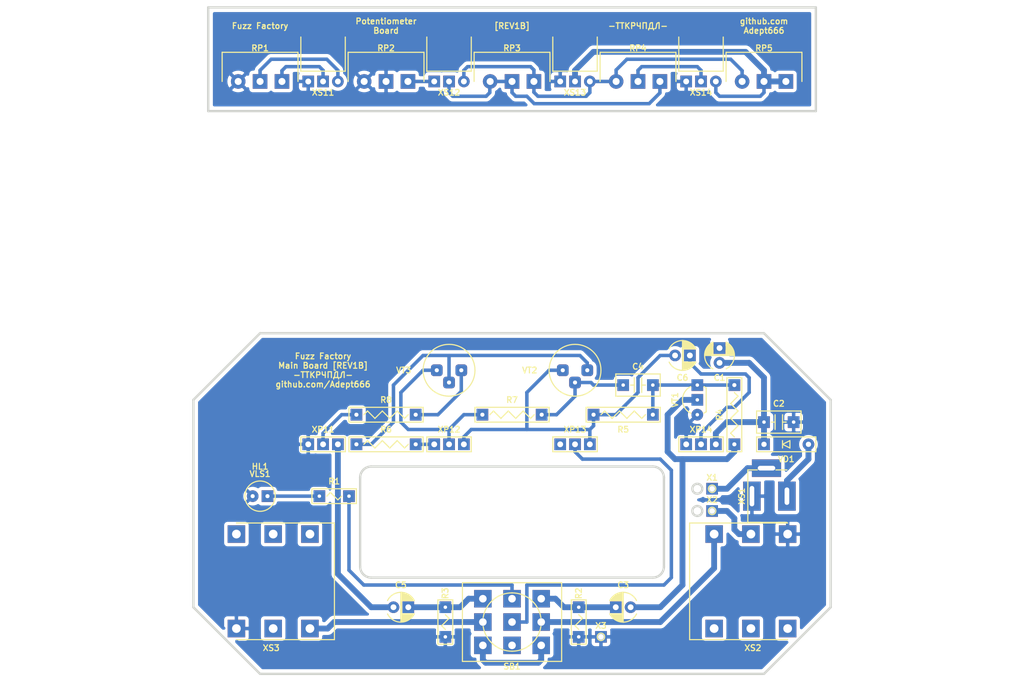
<source format=kicad_pcb>
(kicad_pcb (version 20171130) (host pcbnew 5.1.6-c6e7f7d~87~ubuntu19.10.1)

  (general
    (thickness 1.5)
    (drawings 39)
    (tracks 178)
    (zones 0)
    (modules 42)
    (nets 41)
  )

  (page A4)
  (title_block
    (title "Fuzz Factory")
    (date 2020-11-07)
    (rev MB:1B/PB:1B)
    (company "Igor Ivanov")
    (comment 1 https://github.com/Adept666)
    (comment 2 "This project is licensed under GNU General Public License v3.0 or later")
  )

  (layers
    (0 F.Cu jumper)
    (31 B.Cu signal)
    (36 B.SilkS user)
    (37 F.SilkS user)
    (38 B.Mask user)
    (40 Dwgs.User user)
    (41 Cmts.User user)
    (42 Eco1.User user)
    (43 Eco2.User user)
    (44 Edge.Cuts user)
    (45 Margin user)
    (46 B.CrtYd user)
    (47 F.CrtYd user)
    (48 B.Fab user)
    (49 F.Fab user)
  )

  (setup
    (last_trace_width 1)
    (user_trace_width 0.6)
    (trace_clearance 0)
    (zone_clearance 0.6)
    (zone_45_only no)
    (trace_min 0.2)
    (via_size 2)
    (via_drill 1)
    (via_min_size 0.4)
    (via_min_drill 0.3)
    (uvia_size 0.3)
    (uvia_drill 0.1)
    (uvias_allowed no)
    (uvia_min_size 0)
    (uvia_min_drill 0)
    (edge_width 0.4)
    (segment_width 0.2)
    (pcb_text_width 0.3)
    (pcb_text_size 1.5 1.5)
    (mod_edge_width 0.15)
    (mod_text_size 1 1)
    (mod_text_width 0.15)
    (pad_size 2 2)
    (pad_drill 1)
    (pad_to_mask_clearance 0.2)
    (solder_mask_min_width 0.1)
    (aux_axis_origin 0 0)
    (visible_elements 7FFFFFFF)
    (pcbplotparams
      (layerselection 0x20000_7ffffffe)
      (usegerberextensions false)
      (usegerberattributes false)
      (usegerberadvancedattributes false)
      (creategerberjobfile false)
      (excludeedgelayer false)
      (linewidth 0.100000)
      (plotframeref true)
      (viasonmask false)
      (mode 1)
      (useauxorigin false)
      (hpglpennumber 1)
      (hpglpenspeed 20)
      (hpglpendiameter 15.000000)
      (psnegative false)
      (psa4output false)
      (plotreference false)
      (plotvalue true)
      (plotinvisibletext false)
      (padsonsilk true)
      (subtractmaskfromsilk false)
      (outputformat 4)
      (mirror false)
      (drillshape 0)
      (scaleselection 1)
      (outputdirectory ""))
  )

  (net 0 "")
  (net 1 COM)
  (net 2 /LED)
  (net 3 "Net-(SB1-PadNC1)")
  (net 4 "Net-(SB1-PadNC2)")
  (net 5 "Net-(XS2-PadSN)")
  (net 6 "Net-(XS2-PadTN)")
  (net 7 /IN-SCH)
  (net 8 /IN-CON)
  (net 9 /OUT-SCH)
  (net 10 /OUT-CON)
  (net 11 /PP3-POS)
  (net 12 /PP3-NEG)
  (net 13 "Net-(XS2-PadRN)")
  (net 14 "Net-(VD1-PadA)")
  (net 15 "Net-(HL1-PadA)")
  (net 16 "Net-(C3-Pad+)")
  (net 17 "Net-(C4-Pad1)")
  (net 18 "Net-(C4-Pad2)")
  (net 19 "Net-(R6-Pad2)")
  (net 20 "Net-(R8-Pad2)")
  (net 21 V)
  (net 22 /PB1)
  (net 23 /PBCOM)
  (net 24 /PB2)
  (net 25 /PB3)
  (net 26 /PB5)
  (net 27 /PB4)
  (net 28 /PBV)
  (net 29 /PB7)
  (net 30 /MB2)
  (net 31 /MB1)
  (net 32 /MB3)
  (net 33 /MB4)
  (net 34 /MB5)
  (net 35 /MB6)
  (net 36 /MB7)
  (net 37 "Net-(XS3-PadTN)")
  (net 38 "Net-(XS3-PadRN)")
  (net 39 "Net-(XS3-PadSN)")
  (net 40 "Net-(XS3-PadR)")

  (net_class Default "This is the default net class."
    (clearance 0)
    (trace_width 1)
    (via_dia 2)
    (via_drill 1)
    (uvia_dia 0.3)
    (uvia_drill 0.1)
    (add_net /IN-CON)
    (add_net /IN-SCH)
    (add_net /LED)
    (add_net /MB1)
    (add_net /MB2)
    (add_net /MB3)
    (add_net /MB4)
    (add_net /MB5)
    (add_net /MB6)
    (add_net /MB7)
    (add_net /OUT-CON)
    (add_net /OUT-SCH)
    (add_net /PB1)
    (add_net /PB2)
    (add_net /PB3)
    (add_net /PB4)
    (add_net /PB5)
    (add_net /PB7)
    (add_net /PBCOM)
    (add_net /PBV)
    (add_net /PP3-NEG)
    (add_net /PP3-POS)
    (add_net COM)
    (add_net "Net-(C3-Pad+)")
    (add_net "Net-(C4-Pad1)")
    (add_net "Net-(C4-Pad2)")
    (add_net "Net-(HL1-PadA)")
    (add_net "Net-(R6-Pad2)")
    (add_net "Net-(R8-Pad2)")
    (add_net "Net-(SB1-PadNC1)")
    (add_net "Net-(SB1-PadNC2)")
    (add_net "Net-(VD1-PadA)")
    (add_net "Net-(XS2-PadRN)")
    (add_net "Net-(XS2-PadSN)")
    (add_net "Net-(XS2-PadTN)")
    (add_net "Net-(XS3-PadR)")
    (add_net "Net-(XS3-PadRN)")
    (add_net "Net-(XS3-PadSN)")
    (add_net "Net-(XS3-PadTN)")
    (add_net V)
  )

  (module SBKCL:B013_fuzz_factory_r1a locked (layer F.Cu) (tedit 5F83402E) (tstamp 5F834B67)
    (at 147.32 115.57)
    (path /5E73CB02)
    (fp_text reference VE1 (at 0 -29.21) (layer F.SilkS) hide
      (effects (font (size 1 1) (thickness 0.2)))
    )
    (fp_text value B013 (at 0 -27.94) (layer F.Fab) hide
      (effects (font (size 1 1) (thickness 0.2)))
    )
    (fp_circle (center 69.4 13.335) (end 75.4 13.335) (layer Eco1.User) (width 0.4))
    (fp_circle (center -69.4 13.335) (end -63.4 13.335) (layer Eco1.User) (width 0.4))
    (fp_circle (center 70.9 -1.27) (end 76.4 -1.27) (layer Eco1.User) (width 0.4))
    (fp_line (start 83.55 -31.8) (end 83.55 31.8) (layer Eco1.User) (width 0.4))
    (fp_line (start -83.55 -31.8) (end -83.55 31.8) (layer Eco1.User) (width 0.4))
    (fp_line (start 87.55 -31.8) (end 87.55 31.8) (layer Eco1.User) (width 0.4))
    (fp_line (start -87.55 -31.8) (end -87.55 31.8) (layer Eco1.User) (width 0.4))
    (fp_line (start 57.25 31.8) (end 87.55 31.8) (layer Eco1.User) (width 0.4))
    (fp_line (start -87.55 31.8) (end -57.25 31.8) (layer Eco1.User) (width 0.4))
    (fp_line (start 57.25 -31.8) (end 87.55 -31.8) (layer Eco1.User) (width 0.4))
    (fp_line (start -87.55 -31.8) (end -57.25 -31.8) (layer Eco1.User) (width 0.4))
    (fp_line (start -57.25 -31.8) (end 57.25 -31.8) (layer Eco1.User) (width 0.4))
    (fp_line (start -57.25 31.8) (end 57.25 31.8) (layer Eco1.User) (width 0.4))
    (fp_line (start -57.25 -31.8) (end -57.25 31.8) (layer Eco1.User) (width 0.4))
    (fp_line (start 57.25 -31.8) (end 57.25 31.8) (layer Eco1.User) (width 0.4))
    (fp_line (start -55.75 -30.45) (end 55.75 -30.45) (layer Eco1.User) (width 0.4))
    (fp_line (start -55.75 30.45) (end 55.75 30.45) (layer Eco1.User) (width 0.4))
    (fp_line (start -55.75 -30.45) (end -55.75 30.45) (layer Eco1.User) (width 0.4))
    (fp_line (start 55.75 -30.45) (end 55.75 30.45) (layer Eco1.User) (width 0.4))
    (fp_circle (center -52.25 -27.1) (end -50.75 -27.1) (layer Eco1.User) (width 0.4))
    (fp_circle (center 52.25 -27.1) (end 53.75 -27.1) (layer Eco1.User) (width 0.4))
    (fp_circle (center -52.25 27.1) (end -50.75 27.1) (layer Eco1.User) (width 0.4))
    (fp_circle (center 52.25 27.1) (end 53.75 27.1) (layer Eco1.User) (width 0.4))
    (fp_line (start -55.75 -23.85) (end -52.25 -23.85) (layer Eco1.User) (width 0.4))
    (fp_line (start 52.25 -23.85) (end 55.75 -23.85) (layer Eco1.User) (width 0.4))
    (fp_line (start -55.75 23.85) (end -52.25 23.85) (layer Eco1.User) (width 0.4))
    (fp_line (start 52.25 23.85) (end 55.75 23.85) (layer Eco1.User) (width 0.4))
    (fp_line (start -49 -30.45) (end -49 -27.1) (layer Eco1.User) (width 0.4))
    (fp_line (start 49 -30.45) (end 49 -27.1) (layer Eco1.User) (width 0.4))
    (fp_line (start -49 27.1) (end -49 30.45) (layer Eco1.User) (width 0.4))
    (fp_line (start 49 27.1) (end 49 30.45) (layer Eco1.User) (width 0.4))
    (fp_arc (start -52.25 -27.1) (end -52.25 -23.85) (angle -90) (layer Eco1.User) (width 0.4))
    (fp_arc (start 52.25 -27.1) (end 49 -27.1) (angle -90) (layer Eco1.User) (width 0.4))
    (fp_arc (start -52.25 27.1) (end -49 27.1) (angle -90) (layer Eco1.User) (width 0.4))
    (fp_arc (start 52.25 27.1) (end 52.25 23.85) (angle -90) (layer Eco1.User) (width 0.4))
  )

  (module KCL:CON-PLS-03 (layer F.Cu) (tedit 5F82C133) (tstamp 5F831DD7)
    (at 114.935 105.41 180)
    (path /5F9AB078)
    (fp_text reference XP11 (at 0 2.54) (layer F.SilkS)
      (effects (font (size 1 1) (thickness 0.2)))
    )
    (fp_text value PLS-03 (at 0 0) (layer F.Fab)
      (effects (font (size 1 1) (thickness 0.2)))
    )
    (fp_line (start 3.81 -1.27) (end 3.81 1.27) (layer F.Fab) (width 0.2))
    (fp_line (start -3.81 -1.27) (end -3.81 1.27) (layer F.Fab) (width 0.2))
    (fp_line (start -3.81 1.27) (end 3.81 1.27) (layer F.Fab) (width 0.2))
    (fp_line (start -3.81 -1.27) (end 3.81 -1.27) (layer F.Fab) (width 0.2))
    (fp_line (start -3.81 -1.27) (end 3.81 -1.27) (layer F.SilkS) (width 0.2))
    (fp_line (start -3.81 1.27) (end 3.81 1.27) (layer F.SilkS) (width 0.2))
    (fp_line (start -3.81 -1.27) (end -3.81 1.27) (layer F.SilkS) (width 0.2))
    (fp_line (start 3.81 -1.27) (end 3.81 1.27) (layer F.SilkS) (width 0.2))
    (fp_line (start -3.81 -1.27) (end 3.81 -1.27) (layer F.CrtYd) (width 0.1))
    (fp_line (start -3.81 1.27) (end 3.81 1.27) (layer F.CrtYd) (width 0.1))
    (fp_line (start -3.81 -1.27) (end -3.81 1.27) (layer F.CrtYd) (width 0.1))
    (fp_line (start 3.81 -1.27) (end 3.81 1.27) (layer F.CrtYd) (width 0.1))
    (pad 1 thru_hole rect (at -2.54 0 180) (size 2 2) (drill 1) (layers B.Cu B.Mask)
      (net 30 /MB2))
    (pad 2 thru_hole rect (at 0 0 180) (size 2 2) (drill 1) (layers B.Cu B.Mask)
      (net 31 /MB1))
    (pad 3 thru_hole rect (at 2.54 0 180) (size 2 2) (drill 1) (layers B.Cu B.Mask)
      (net 1 COM))
  )

  (module KCL:R-MFR-12 (layer F.Cu) (tedit 5D7AAF20) (tstamp 5F82F1E6)
    (at 158.75 135.89 90)
    (path /5E774F49)
    (fp_text reference R2 (at 3.81 0 90) (layer F.SilkS)
      (effects (font (size 1 1) (thickness 0.2)) (justify left))
    )
    (fp_text value 105 (at 0 0 90) (layer F.Fab)
      (effects (font (size 1 1) (thickness 0.2)))
    )
    (fp_line (start -1.7 -0.95) (end 1.7 -0.95) (layer F.Fab) (width 0.2))
    (fp_line (start -1.7 0.95) (end 1.7 0.95) (layer F.Fab) (width 0.2))
    (fp_line (start -1.7 -0.95) (end -1.7 0.95) (layer F.Fab) (width 0.2))
    (fp_line (start 1.7 -0.95) (end 1.7 0.95) (layer F.Fab) (width 0.2))
    (fp_line (start -3.81 -1.27) (end 3.81 -1.27) (layer F.SilkS) (width 0.2))
    (fp_line (start -3.81 1.27) (end 3.81 1.27) (layer F.SilkS) (width 0.2))
    (fp_line (start -3.81 -1.27) (end -3.81 1.27) (layer F.SilkS) (width 0.2))
    (fp_line (start 3.81 -1.27) (end 3.81 1.27) (layer F.SilkS) (width 0.2))
    (fp_line (start -3.81 -1.27) (end 3.81 -1.27) (layer F.CrtYd) (width 0.1))
    (fp_line (start 3.81 -1.27) (end 3.81 1.27) (layer F.CrtYd) (width 0.1))
    (fp_line (start 3.81 1.27) (end -3.81 1.27) (layer F.CrtYd) (width 0.1))
    (fp_line (start -3.81 1.27) (end -3.81 -1.27) (layer F.CrtYd) (width 0.1))
    (fp_line (start -1.27 0) (end -0.635 -0.635) (layer F.SilkS) (width 0.2))
    (fp_line (start -0.635 -0.635) (end 0.635 0.635) (layer F.SilkS) (width 0.2))
    (fp_line (start 0.635 0.635) (end 1.27 0) (layer F.SilkS) (width 0.2))
    (pad 1 thru_hole rect (at -2.54 0 90) (size 2 2) (drill 0.6) (layers *.Cu *.Mask)
      (net 1 COM))
    (pad 2 thru_hole rect (at 2.54 0 90) (size 2 2) (drill 0.6) (layers *.Cu *.Mask)
      (net 7 /IN-SCH))
  )

  (module KCL:CP-RADIAL-D05.0-P02.0-CLS (layer F.Cu) (tedit 5F1072EC) (tstamp 5F2F9219)
    (at 128.27 133.35)
    (path /5F23D482)
    (fp_text reference C5 (at 0 -3.81) (layer F.SilkS)
      (effects (font (size 1 1) (thickness 0.2)))
    )
    (fp_text value 106 (at 0 0) (layer F.Fab)
      (effects (font (size 1 1) (thickness 0.2)))
    )
    (fp_poly (pts (xy 0 -2.54) (xy 0.762 -2.413) (xy 1.905 -1.651) (xy 2.286 -1.143)
      (xy 0.127 -1.143) (xy 0.127 1.143) (xy 2.286 1.143) (xy 1.905 1.651)
      (xy 0.762 2.413) (xy 0 2.54)) (layer F.SilkS) (width 0.2))
    (fp_circle (center 0 0) (end 2.5 0) (layer F.Fab) (width 0.2))
    (fp_circle (center 0 0) (end 2.286 -1.143) (layer F.CrtYd) (width 0.1))
    (fp_arc (start 0 0) (end -2.285999 1.142999) (angle -126.8698976) (layer F.SilkS) (width 0.2))
    (fp_arc (start 0 0) (end 2.285999 -1.142999) (angle -126.8698976) (layer F.SilkS) (width 0.2))
    (pad + thru_hole circle (at -1.27 0) (size 2 2) (drill 1) (layers B.Cu B.Mask)
      (net 30 /MB2))
    (pad - thru_hole rect (at 1.27 0) (size 2 2) (drill 1) (layers B.Cu B.Mask)
      (net 9 /OUT-SCH))
  )

  (module KCL:CP-RADIAL-D05.0-P02.0-CLS (layer F.Cu) (tedit 5F1072EC) (tstamp 5F2F9201)
    (at 166.37 133.35 180)
    (path /5F241D61)
    (fp_text reference C3 (at 0 3.81) (layer F.SilkS)
      (effects (font (size 1 1) (thickness 0.2)))
    )
    (fp_text value 106 (at 0 0) (layer F.Fab)
      (effects (font (size 1 1) (thickness 0.2)))
    )
    (fp_poly (pts (xy 0 -2.54) (xy 0.762 -2.413) (xy 1.905 -1.651) (xy 2.286 -1.143)
      (xy 0.127 -1.143) (xy 0.127 1.143) (xy 2.286 1.143) (xy 1.905 1.651)
      (xy 0.762 2.413) (xy 0 2.54)) (layer F.SilkS) (width 0.2))
    (fp_circle (center 0 0) (end 2.5 0) (layer F.Fab) (width 0.2))
    (fp_circle (center 0 0) (end 2.286 -1.143) (layer F.CrtYd) (width 0.1))
    (fp_arc (start 0 0) (end -2.285999 1.142999) (angle -126.8698976) (layer F.SilkS) (width 0.2))
    (fp_arc (start 0 0) (end 2.285999 -1.142999) (angle -126.8698976) (layer F.SilkS) (width 0.2))
    (pad + thru_hole circle (at -1.27 0 180) (size 2 2) (drill 1) (layers B.Cu B.Mask)
      (net 16 "Net-(C3-Pad+)"))
    (pad - thru_hole rect (at 1.27 0 180) (size 2 2) (drill 1) (layers B.Cu B.Mask)
      (net 7 /IN-SCH))
  )

  (module KCL:CP-RADIAL-D05.0-P02.0-CLS (layer F.Cu) (tedit 5F1072EC) (tstamp 5F312E76)
    (at 176.53 90.17)
    (path /5F1FD3C8)
    (fp_text reference C6 (at 0 3.81) (layer F.SilkS)
      (effects (font (size 1 1) (thickness 0.2)))
    )
    (fp_text value 106 (at 0 0) (layer F.Fab)
      (effects (font (size 1 1) (thickness 0.2)))
    )
    (fp_poly (pts (xy 0 -2.54) (xy 0.762 -2.413) (xy 1.905 -1.651) (xy 2.286 -1.143)
      (xy 0.127 -1.143) (xy 0.127 1.143) (xy 2.286 1.143) (xy 1.905 1.651)
      (xy 0.762 2.413) (xy 0 2.54)) (layer F.SilkS) (width 0.2))
    (fp_circle (center 0 0) (end 2.5 0) (layer F.Fab) (width 0.2))
    (fp_circle (center 0 0) (end 2.286 -1.143) (layer F.CrtYd) (width 0.1))
    (fp_arc (start 0 0) (end -2.285999 1.142999) (angle -126.8698976) (layer F.SilkS) (width 0.2))
    (fp_arc (start 0 0) (end 2.285999 -1.142999) (angle -126.8698976) (layer F.SilkS) (width 0.2))
    (pad + thru_hole circle (at -1.27 0) (size 2 2) (drill 1) (layers B.Cu B.Mask)
      (net 34 /MB5))
    (pad - thru_hole rect (at 1.27 0) (size 2 2) (drill 1) (layers B.Cu B.Mask)
      (net 36 /MB7))
  )

  (module KCL:R-MFR-12 (layer F.Cu) (tedit 5D7AAF20) (tstamp 5F2F93C0)
    (at 135.89 135.89 90)
    (path /5F2B1A32)
    (fp_text reference R3 (at 3.81 0 90) (layer F.SilkS)
      (effects (font (size 1 1) (thickness 0.2)) (justify left))
    )
    (fp_text value 224 (at 0 0 90) (layer F.Fab)
      (effects (font (size 1 1) (thickness 0.2)))
    )
    (fp_line (start -1.7 -0.95) (end 1.7 -0.95) (layer F.Fab) (width 0.2))
    (fp_line (start -1.7 0.95) (end 1.7 0.95) (layer F.Fab) (width 0.2))
    (fp_line (start -1.7 -0.95) (end -1.7 0.95) (layer F.Fab) (width 0.2))
    (fp_line (start 1.7 -0.95) (end 1.7 0.95) (layer F.Fab) (width 0.2))
    (fp_line (start -3.81 -1.27) (end 3.81 -1.27) (layer F.SilkS) (width 0.2))
    (fp_line (start -3.81 1.27) (end 3.81 1.27) (layer F.SilkS) (width 0.2))
    (fp_line (start -3.81 -1.27) (end -3.81 1.27) (layer F.SilkS) (width 0.2))
    (fp_line (start 3.81 -1.27) (end 3.81 1.27) (layer F.SilkS) (width 0.2))
    (fp_line (start -3.81 -1.27) (end 3.81 -1.27) (layer F.CrtYd) (width 0.1))
    (fp_line (start 3.81 -1.27) (end 3.81 1.27) (layer F.CrtYd) (width 0.1))
    (fp_line (start 3.81 1.27) (end -3.81 1.27) (layer F.CrtYd) (width 0.1))
    (fp_line (start -3.81 1.27) (end -3.81 -1.27) (layer F.CrtYd) (width 0.1))
    (fp_line (start -1.27 0) (end -0.635 -0.635) (layer F.SilkS) (width 0.2))
    (fp_line (start -0.635 -0.635) (end 0.635 0.635) (layer F.SilkS) (width 0.2))
    (fp_line (start 0.635 0.635) (end 1.27 0) (layer F.SilkS) (width 0.2))
    (pad 1 thru_hole rect (at -2.54 0 90) (size 2 2) (drill 0.6) (layers *.Cu *.Mask)
      (net 1 COM))
    (pad 2 thru_hole rect (at 2.54 0 90) (size 2 2) (drill 0.6) (layers *.Cu *.Mask)
      (net 9 /OUT-SCH))
  )

  (module KCL:R-MFR-25 (layer F.Cu) (tedit 5D7AAEF9) (tstamp 5F2F93AB)
    (at 125.73 100.33)
    (path /5F0D93F4)
    (fp_text reference R8 (at 0 -2.54) (layer F.SilkS)
      (effects (font (size 1 1) (thickness 0.2)))
    )
    (fp_text value 512 (at 0 0) (layer F.Fab)
      (effects (font (size 1 1) (thickness 0.2)))
    )
    (fp_line (start -3.15 -1.2) (end 3.15 -1.2) (layer F.Fab) (width 0.2))
    (fp_line (start -3.15 1.2) (end 3.15 1.2) (layer F.Fab) (width 0.2))
    (fp_line (start -3.15 -1.2) (end -3.15 1.2) (layer F.Fab) (width 0.2))
    (fp_line (start 3.15 -1.2) (end 3.15 1.2) (layer F.Fab) (width 0.2))
    (fp_line (start -6.35 -1.27) (end 6.35 -1.27) (layer F.SilkS) (width 0.2))
    (fp_line (start -6.35 1.27) (end 6.35 1.27) (layer F.SilkS) (width 0.2))
    (fp_line (start -6.35 -1.27) (end -6.35 1.27) (layer F.SilkS) (width 0.2))
    (fp_line (start 6.35 -1.27) (end 6.35 1.27) (layer F.SilkS) (width 0.2))
    (fp_line (start -6.35 -1.27) (end 6.35 -1.27) (layer F.CrtYd) (width 0.1))
    (fp_line (start 6.35 -1.27) (end 6.35 1.27) (layer F.CrtYd) (width 0.1))
    (fp_line (start 6.35 1.27) (end -6.35 1.27) (layer F.CrtYd) (width 0.1))
    (fp_line (start -6.35 1.27) (end -6.35 -1.27) (layer F.CrtYd) (width 0.1))
    (fp_line (start -3.81 0) (end -3.175 -0.635) (layer F.SilkS) (width 0.2))
    (fp_line (start -3.175 -0.635) (end -1.905 0.635) (layer F.SilkS) (width 0.2))
    (fp_line (start -1.905 0.635) (end -0.635 -0.635) (layer F.SilkS) (width 0.2))
    (fp_line (start -0.635 -0.635) (end 0.635 0.635) (layer F.SilkS) (width 0.2))
    (fp_line (start 0.635 0.635) (end 1.905 -0.635) (layer F.SilkS) (width 0.2))
    (fp_line (start 1.905 -0.635) (end 3.175 0.635) (layer F.SilkS) (width 0.2))
    (fp_line (start 3.175 0.635) (end 3.81 0) (layer F.SilkS) (width 0.2))
    (pad 1 thru_hole rect (at -5.08 0) (size 2 2) (drill 0.7) (layers *.Cu *.Mask)
      (net 31 /MB1))
    (pad 2 thru_hole rect (at 5.08 0) (size 2 2) (drill 0.7) (layers *.Cu *.Mask)
      (net 20 "Net-(R8-Pad2)"))
  )

  (module KCL:R-MFR-25 (layer F.Cu) (tedit 5D7AAEF9) (tstamp 5F391FBC)
    (at 147.32 100.33 180)
    (path /5F1F1A20)
    (fp_text reference R7 (at 0 2.54) (layer F.SilkS)
      (effects (font (size 1 1) (thickness 0.2)))
    )
    (fp_text value 473 (at 0 0) (layer F.Fab)
      (effects (font (size 1 1) (thickness 0.2)))
    )
    (fp_line (start -3.15 -1.2) (end 3.15 -1.2) (layer F.Fab) (width 0.2))
    (fp_line (start -3.15 1.2) (end 3.15 1.2) (layer F.Fab) (width 0.2))
    (fp_line (start -3.15 -1.2) (end -3.15 1.2) (layer F.Fab) (width 0.2))
    (fp_line (start 3.15 -1.2) (end 3.15 1.2) (layer F.Fab) (width 0.2))
    (fp_line (start -6.35 -1.27) (end 6.35 -1.27) (layer F.SilkS) (width 0.2))
    (fp_line (start -6.35 1.27) (end 6.35 1.27) (layer F.SilkS) (width 0.2))
    (fp_line (start -6.35 -1.27) (end -6.35 1.27) (layer F.SilkS) (width 0.2))
    (fp_line (start 6.35 -1.27) (end 6.35 1.27) (layer F.SilkS) (width 0.2))
    (fp_line (start -6.35 -1.27) (end 6.35 -1.27) (layer F.CrtYd) (width 0.1))
    (fp_line (start 6.35 -1.27) (end 6.35 1.27) (layer F.CrtYd) (width 0.1))
    (fp_line (start 6.35 1.27) (end -6.35 1.27) (layer F.CrtYd) (width 0.1))
    (fp_line (start -6.35 1.27) (end -6.35 -1.27) (layer F.CrtYd) (width 0.1))
    (fp_line (start -3.81 0) (end -3.175 -0.635) (layer F.SilkS) (width 0.2))
    (fp_line (start -3.175 -0.635) (end -1.905 0.635) (layer F.SilkS) (width 0.2))
    (fp_line (start -1.905 0.635) (end -0.635 -0.635) (layer F.SilkS) (width 0.2))
    (fp_line (start -0.635 -0.635) (end 0.635 0.635) (layer F.SilkS) (width 0.2))
    (fp_line (start 0.635 0.635) (end 1.905 -0.635) (layer F.SilkS) (width 0.2))
    (fp_line (start 1.905 -0.635) (end 3.175 0.635) (layer F.SilkS) (width 0.2))
    (fp_line (start 3.175 0.635) (end 3.81 0) (layer F.SilkS) (width 0.2))
    (pad 1 thru_hole rect (at -5.08 0 180) (size 2 2) (drill 0.7) (layers *.Cu *.Mask)
      (net 18 "Net-(C4-Pad2)"))
    (pad 2 thru_hole rect (at 5.08 0 180) (size 2 2) (drill 0.7) (layers *.Cu *.Mask)
      (net 33 /MB4))
  )

  (module KCL:R-MFR-25 (layer F.Cu) (tedit 5D7AAEF9) (tstamp 5F2F9379)
    (at 125.73 105.41 180)
    (path /5F0D72FE)
    (fp_text reference R6 (at 0 2.54) (layer F.SilkS)
      (effects (font (size 1 1) (thickness 0.2)))
    )
    (fp_text value 471 (at 0 0) (layer F.Fab)
      (effects (font (size 1 1) (thickness 0.2)))
    )
    (fp_line (start -3.15 -1.2) (end 3.15 -1.2) (layer F.Fab) (width 0.2))
    (fp_line (start -3.15 1.2) (end 3.15 1.2) (layer F.Fab) (width 0.2))
    (fp_line (start -3.15 -1.2) (end -3.15 1.2) (layer F.Fab) (width 0.2))
    (fp_line (start 3.15 -1.2) (end 3.15 1.2) (layer F.Fab) (width 0.2))
    (fp_line (start -6.35 -1.27) (end 6.35 -1.27) (layer F.SilkS) (width 0.2))
    (fp_line (start -6.35 1.27) (end 6.35 1.27) (layer F.SilkS) (width 0.2))
    (fp_line (start -6.35 -1.27) (end -6.35 1.27) (layer F.SilkS) (width 0.2))
    (fp_line (start 6.35 -1.27) (end 6.35 1.27) (layer F.SilkS) (width 0.2))
    (fp_line (start -6.35 -1.27) (end 6.35 -1.27) (layer F.CrtYd) (width 0.1))
    (fp_line (start 6.35 -1.27) (end 6.35 1.27) (layer F.CrtYd) (width 0.1))
    (fp_line (start 6.35 1.27) (end -6.35 1.27) (layer F.CrtYd) (width 0.1))
    (fp_line (start -6.35 1.27) (end -6.35 -1.27) (layer F.CrtYd) (width 0.1))
    (fp_line (start -3.81 0) (end -3.175 -0.635) (layer F.SilkS) (width 0.2))
    (fp_line (start -3.175 -0.635) (end -1.905 0.635) (layer F.SilkS) (width 0.2))
    (fp_line (start -1.905 0.635) (end -0.635 -0.635) (layer F.SilkS) (width 0.2))
    (fp_line (start -0.635 -0.635) (end 0.635 0.635) (layer F.SilkS) (width 0.2))
    (fp_line (start 0.635 0.635) (end 1.905 -0.635) (layer F.SilkS) (width 0.2))
    (fp_line (start 1.905 -0.635) (end 3.175 0.635) (layer F.SilkS) (width 0.2))
    (fp_line (start 3.175 0.635) (end 3.81 0) (layer F.SilkS) (width 0.2))
    (pad 1 thru_hole rect (at -5.08 0 180) (size 2 2) (drill 0.7) (layers *.Cu *.Mask)
      (net 32 /MB3))
    (pad 2 thru_hole rect (at 5.08 0 180) (size 2 2) (drill 0.7) (layers *.Cu *.Mask)
      (net 19 "Net-(R6-Pad2)"))
  )

  (module KCL:R-MFR-25 (layer F.Cu) (tedit 5D7AAEF9) (tstamp 5F8345E1)
    (at 166.37 100.33 180)
    (path /5F18409A)
    (fp_text reference R5 (at 0 -2.54) (layer F.SilkS)
      (effects (font (size 1 1) (thickness 0.2)))
    )
    (fp_text value 103 (at 0 0) (layer F.Fab)
      (effects (font (size 1 1) (thickness 0.2)))
    )
    (fp_line (start -3.15 -1.2) (end 3.15 -1.2) (layer F.Fab) (width 0.2))
    (fp_line (start -3.15 1.2) (end 3.15 1.2) (layer F.Fab) (width 0.2))
    (fp_line (start -3.15 -1.2) (end -3.15 1.2) (layer F.Fab) (width 0.2))
    (fp_line (start 3.15 -1.2) (end 3.15 1.2) (layer F.Fab) (width 0.2))
    (fp_line (start -6.35 -1.27) (end 6.35 -1.27) (layer F.SilkS) (width 0.2))
    (fp_line (start -6.35 1.27) (end 6.35 1.27) (layer F.SilkS) (width 0.2))
    (fp_line (start -6.35 -1.27) (end -6.35 1.27) (layer F.SilkS) (width 0.2))
    (fp_line (start 6.35 -1.27) (end 6.35 1.27) (layer F.SilkS) (width 0.2))
    (fp_line (start -6.35 -1.27) (end 6.35 -1.27) (layer F.CrtYd) (width 0.1))
    (fp_line (start 6.35 -1.27) (end 6.35 1.27) (layer F.CrtYd) (width 0.1))
    (fp_line (start 6.35 1.27) (end -6.35 1.27) (layer F.CrtYd) (width 0.1))
    (fp_line (start -6.35 1.27) (end -6.35 -1.27) (layer F.CrtYd) (width 0.1))
    (fp_line (start -3.81 0) (end -3.175 -0.635) (layer F.SilkS) (width 0.2))
    (fp_line (start -3.175 -0.635) (end -1.905 0.635) (layer F.SilkS) (width 0.2))
    (fp_line (start -1.905 0.635) (end -0.635 -0.635) (layer F.SilkS) (width 0.2))
    (fp_line (start -0.635 -0.635) (end 0.635 0.635) (layer F.SilkS) (width 0.2))
    (fp_line (start 0.635 0.635) (end 1.905 -0.635) (layer F.SilkS) (width 0.2))
    (fp_line (start 1.905 -0.635) (end 3.175 0.635) (layer F.SilkS) (width 0.2))
    (fp_line (start 3.175 0.635) (end 3.81 0) (layer F.SilkS) (width 0.2))
    (pad 1 thru_hole rect (at -5.08 0 180) (size 2 2) (drill 0.7) (layers *.Cu *.Mask)
      (net 17 "Net-(C4-Pad1)"))
    (pad 2 thru_hole rect (at 5.08 0 180) (size 2 2) (drill 0.7) (layers *.Cu *.Mask)
      (net 34 /MB5))
  )

  (module KCL:R-MFR-25 (layer F.Cu) (tedit 5D7AAEF9) (tstamp 5F83426A)
    (at 185.42 100.33 90)
    (path /5F18B771)
    (fp_text reference R4 (at 0 -2.54 90) (layer F.SilkS)
      (effects (font (size 1 1) (thickness 0.2)))
    )
    (fp_text value 224 (at 0 0 90) (layer F.Fab)
      (effects (font (size 1 1) (thickness 0.2)))
    )
    (fp_line (start -3.15 -1.2) (end 3.15 -1.2) (layer F.Fab) (width 0.2))
    (fp_line (start -3.15 1.2) (end 3.15 1.2) (layer F.Fab) (width 0.2))
    (fp_line (start -3.15 -1.2) (end -3.15 1.2) (layer F.Fab) (width 0.2))
    (fp_line (start 3.15 -1.2) (end 3.15 1.2) (layer F.Fab) (width 0.2))
    (fp_line (start -6.35 -1.27) (end 6.35 -1.27) (layer F.SilkS) (width 0.2))
    (fp_line (start -6.35 1.27) (end 6.35 1.27) (layer F.SilkS) (width 0.2))
    (fp_line (start -6.35 -1.27) (end -6.35 1.27) (layer F.SilkS) (width 0.2))
    (fp_line (start 6.35 -1.27) (end 6.35 1.27) (layer F.SilkS) (width 0.2))
    (fp_line (start -6.35 -1.27) (end 6.35 -1.27) (layer F.CrtYd) (width 0.1))
    (fp_line (start 6.35 -1.27) (end 6.35 1.27) (layer F.CrtYd) (width 0.1))
    (fp_line (start 6.35 1.27) (end -6.35 1.27) (layer F.CrtYd) (width 0.1))
    (fp_line (start -6.35 1.27) (end -6.35 -1.27) (layer F.CrtYd) (width 0.1))
    (fp_line (start -3.81 0) (end -3.175 -0.635) (layer F.SilkS) (width 0.2))
    (fp_line (start -3.175 -0.635) (end -1.905 0.635) (layer F.SilkS) (width 0.2))
    (fp_line (start -1.905 0.635) (end -0.635 -0.635) (layer F.SilkS) (width 0.2))
    (fp_line (start -0.635 -0.635) (end 0.635 0.635) (layer F.SilkS) (width 0.2))
    (fp_line (start 0.635 0.635) (end 1.905 -0.635) (layer F.SilkS) (width 0.2))
    (fp_line (start 1.905 -0.635) (end 3.175 0.635) (layer F.SilkS) (width 0.2))
    (fp_line (start 3.175 0.635) (end 3.81 0) (layer F.SilkS) (width 0.2))
    (pad 1 thru_hole rect (at -5.08 0 90) (size 2 2) (drill 0.7) (layers *.Cu *.Mask)
      (net 16 "Net-(C3-Pad+)"))
    (pad 2 thru_hole rect (at 5.08 0 90) (size 2 2) (drill 0.7) (layers *.Cu *.Mask)
      (net 17 "Net-(C4-Pad1)"))
  )

  (module KCL:C-DISK-D04.2-T03.0-P05.08-d0.5 (layer F.Cu) (tedit 5BCF2C49) (tstamp 5F2F923A)
    (at 168.91 95.25 180)
    (path /5F1C0224)
    (fp_text reference C4 (at 0 3.175) (layer F.SilkS)
      (effects (font (size 1 1) (thickness 0.2)))
    )
    (fp_text value 104 (at 0 0) (layer F.Fab)
      (effects (font (size 1 1) (thickness 0.2)))
    )
    (fp_line (start -0.6 -1.5) (end 0.6 -1.5) (layer F.Fab) (width 0.2))
    (fp_line (start -0.6 1.5) (end 0.6 1.5) (layer F.Fab) (width 0.2))
    (fp_line (start -3.81 -1.905) (end 3.81 -1.905) (layer F.SilkS) (width 0.2))
    (fp_line (start -3.81 1.905) (end 3.81 1.905) (layer F.SilkS) (width 0.2))
    (fp_line (start -3.81 -1.905) (end -3.81 1.905) (layer F.SilkS) (width 0.2))
    (fp_line (start 3.81 -1.905) (end 3.81 1.905) (layer F.SilkS) (width 0.2))
    (fp_line (start -1.27 0) (end -0.635 0) (layer F.SilkS) (width 0.2))
    (fp_line (start 0.635 0) (end 1.27 0) (layer F.SilkS) (width 0.2))
    (fp_line (start -0.635 -1.27) (end -0.635 1.27) (layer F.SilkS) (width 0.2))
    (fp_line (start 0.635 -1.27) (end 0.635 1.27) (layer F.SilkS) (width 0.2))
    (fp_line (start -3.81 -1.905) (end 3.81 -1.905) (layer F.CrtYd) (width 0.1))
    (fp_line (start -3.81 1.905) (end 3.81 1.905) (layer F.CrtYd) (width 0.1))
    (fp_line (start -3.81 -1.905) (end -3.81 1.905) (layer F.CrtYd) (width 0.1))
    (fp_line (start 3.81 -1.905) (end 3.81 1.905) (layer F.CrtYd) (width 0.1))
    (fp_arc (start 0.6 0) (end 0.6 1.5) (angle -180) (layer F.Fab) (width 0.2))
    (fp_arc (start -0.6 0) (end -0.6 -1.5) (angle -180) (layer F.Fab) (width 0.2))
    (pad 1 thru_hole rect (at -2.54 0 180) (size 2 2) (drill 0.6) (layers *.Cu *.Mask)
      (net 17 "Net-(C4-Pad1)"))
    (pad 2 thru_hole rect (at 2.54 0 180) (size 2 2) (drill 0.6) (layers *.Cu *.Mask)
      (net 18 "Net-(C4-Pad2)"))
  )

  (module KCL:CON-PLS-03 (layer F.Cu) (tedit 5DA59ABE) (tstamp 5F3047D7)
    (at 158.115 105.41 180)
    (path /5FA559CE)
    (fp_text reference XP13 (at 0 2.54) (layer F.SilkS)
      (effects (font (size 1 1) (thickness 0.2)))
    )
    (fp_text value PLS-03 (at 0 0) (layer F.Fab)
      (effects (font (size 1 1) (thickness 0.2)))
    )
    (fp_line (start 3.81 -1.27) (end 3.81 1.27) (layer F.Fab) (width 0.2))
    (fp_line (start -3.81 -1.27) (end -3.81 1.27) (layer F.Fab) (width 0.2))
    (fp_line (start -3.81 1.27) (end 3.81 1.27) (layer F.Fab) (width 0.2))
    (fp_line (start -3.81 -1.27) (end 3.81 -1.27) (layer F.Fab) (width 0.2))
    (fp_line (start -3.81 -1.27) (end 3.81 -1.27) (layer F.SilkS) (width 0.2))
    (fp_line (start -3.81 1.27) (end 3.81 1.27) (layer F.SilkS) (width 0.2))
    (fp_line (start -3.81 -1.27) (end -3.81 1.27) (layer F.SilkS) (width 0.2))
    (fp_line (start 3.81 -1.27) (end 3.81 1.27) (layer F.SilkS) (width 0.2))
    (fp_line (start -3.81 -1.27) (end 3.81 -1.27) (layer F.CrtYd) (width 0.1))
    (fp_line (start -3.81 1.27) (end 3.81 1.27) (layer F.CrtYd) (width 0.1))
    (fp_line (start -3.81 -1.27) (end -3.81 1.27) (layer F.CrtYd) (width 0.1))
    (fp_line (start 3.81 -1.27) (end 3.81 1.27) (layer F.CrtYd) (width 0.1))
    (pad 1 thru_hole rect (at -2.54 0 180) (size 2 2) (drill 1) (layers B.Cu B.Mask)
      (net 34 /MB5))
    (pad 2 thru_hole rect (at 0 0 180) (size 2 2) (drill 1) (layers B.Cu B.Mask)
      (net 21 V))
    (pad 3 thru_hole rect (at 2.54 0 180) (size 2 2) (drill 1) (layers B.Cu B.Mask)
      (net 35 /MB6))
  )

  (module KCL:CON-PLS-03 (layer F.Cu) (tedit 5DA59ABE) (tstamp 5F3047D7)
    (at 179.705 105.41 180)
    (path /5FA5EEB3)
    (fp_text reference XP14 (at 0 2.54) (layer F.SilkS)
      (effects (font (size 1 1) (thickness 0.2)))
    )
    (fp_text value PLS-03 (at 0 0) (layer F.Fab)
      (effects (font (size 1 1) (thickness 0.2)))
    )
    (fp_line (start 3.81 -1.27) (end 3.81 1.27) (layer F.Fab) (width 0.2))
    (fp_line (start -3.81 -1.27) (end -3.81 1.27) (layer F.Fab) (width 0.2))
    (fp_line (start -3.81 1.27) (end 3.81 1.27) (layer F.Fab) (width 0.2))
    (fp_line (start -3.81 -1.27) (end 3.81 -1.27) (layer F.Fab) (width 0.2))
    (fp_line (start -3.81 -1.27) (end 3.81 -1.27) (layer F.SilkS) (width 0.2))
    (fp_line (start -3.81 1.27) (end 3.81 1.27) (layer F.SilkS) (width 0.2))
    (fp_line (start -3.81 -1.27) (end -3.81 1.27) (layer F.SilkS) (width 0.2))
    (fp_line (start 3.81 -1.27) (end 3.81 1.27) (layer F.SilkS) (width 0.2))
    (fp_line (start -3.81 -1.27) (end 3.81 -1.27) (layer F.CrtYd) (width 0.1))
    (fp_line (start -3.81 1.27) (end 3.81 1.27) (layer F.CrtYd) (width 0.1))
    (fp_line (start -3.81 -1.27) (end -3.81 1.27) (layer F.CrtYd) (width 0.1))
    (fp_line (start 3.81 -1.27) (end 3.81 1.27) (layer F.CrtYd) (width 0.1))
    (pad 1 thru_hole rect (at -2.54 0 180) (size 2 2) (drill 1) (layers B.Cu B.Mask)
      (net 21 V))
    (pad 2 thru_hole rect (at 0 0 180) (size 2 2) (drill 1) (layers B.Cu B.Mask)
      (net 36 /MB7))
    (pad 3 thru_hole rect (at 2.54 0 180) (size 2 2) (drill 1) (layers B.Cu B.Mask)
      (net 1 COM))
  )

  (module KCL:CON-PLS-03 (layer F.Cu) (tedit 5DA59ABE) (tstamp 5F3047D7)
    (at 136.525 105.41 180)
    (path /5FA4F5D8)
    (fp_text reference XP12 (at 0 2.54) (layer F.SilkS)
      (effects (font (size 1 1) (thickness 0.2)))
    )
    (fp_text value PLS-03 (at 0 0) (layer F.Fab)
      (effects (font (size 1 1) (thickness 0.2)))
    )
    (fp_line (start 3.81 -1.27) (end 3.81 1.27) (layer F.Fab) (width 0.2))
    (fp_line (start -3.81 -1.27) (end -3.81 1.27) (layer F.Fab) (width 0.2))
    (fp_line (start -3.81 1.27) (end 3.81 1.27) (layer F.Fab) (width 0.2))
    (fp_line (start -3.81 -1.27) (end 3.81 -1.27) (layer F.Fab) (width 0.2))
    (fp_line (start -3.81 -1.27) (end 3.81 -1.27) (layer F.SilkS) (width 0.2))
    (fp_line (start -3.81 1.27) (end 3.81 1.27) (layer F.SilkS) (width 0.2))
    (fp_line (start -3.81 -1.27) (end -3.81 1.27) (layer F.SilkS) (width 0.2))
    (fp_line (start 3.81 -1.27) (end 3.81 1.27) (layer F.SilkS) (width 0.2))
    (fp_line (start -3.81 -1.27) (end 3.81 -1.27) (layer F.CrtYd) (width 0.1))
    (fp_line (start -3.81 1.27) (end 3.81 1.27) (layer F.CrtYd) (width 0.1))
    (fp_line (start -3.81 -1.27) (end -3.81 1.27) (layer F.CrtYd) (width 0.1))
    (fp_line (start 3.81 -1.27) (end 3.81 1.27) (layer F.CrtYd) (width 0.1))
    (pad 1 thru_hole rect (at -2.54 0 180) (size 2 2) (drill 1) (layers B.Cu B.Mask)
      (net 34 /MB5))
    (pad 2 thru_hole rect (at 0 0 180) (size 2 2) (drill 1) (layers B.Cu B.Mask)
      (net 33 /MB4))
    (pad 3 thru_hole rect (at 2.54 0 180) (size 2 2) (drill 1) (layers B.Cu B.Mask)
      (net 32 /MB3))
  )

  (module KCL:CON-PBS-03R (layer F.Cu) (tedit 5DC23449) (tstamp 5F83635B)
    (at 179.705 43.18 180)
    (path /5FA5EEC5)
    (fp_text reference XS14 (at 0 -1.905) (layer F.SilkS)
      (effects (font (size 1 1) (thickness 0.2)))
    )
    (fp_text value PBS-03R (at 0 5.715) (layer F.Fab)
      (effects (font (size 1 1) (thickness 0.2)))
    )
    (fp_line (start 3.81 1.76) (end 3.81 10.16) (layer F.Fab) (width 0.2))
    (fp_line (start -3.81 1.76) (end -3.81 10.16) (layer F.Fab) (width 0.2))
    (fp_line (start -3.81 10.16) (end 3.81 10.16) (layer F.Fab) (width 0.2))
    (fp_line (start -3.81 1.76) (end 3.81 1.76) (layer F.Fab) (width 0.2))
    (fp_line (start -3.81 1.76) (end 3.81 1.76) (layer F.SilkS) (width 0.2))
    (fp_line (start -3.81 1.76) (end -3.81 7.62) (layer F.SilkS) (width 0.2))
    (fp_line (start 3.81 1.76) (end 3.81 7.62) (layer F.SilkS) (width 0.2))
    (fp_line (start -3.81 -0.5) (end 3.81 -0.5) (layer F.CrtYd) (width 0.1))
    (fp_line (start -3.81 10.16) (end 3.81 10.16) (layer F.CrtYd) (width 0.1))
    (fp_line (start -3.81 -0.5) (end -3.81 10.16) (layer F.CrtYd) (width 0.1))
    (fp_line (start 3.81 -0.5) (end 3.81 10.16) (layer F.CrtYd) (width 0.1))
    (pad 1 thru_hole circle (at -2.54 0 180) (size 2 2) (drill 1) (layers *.Cu *.Mask)
      (net 28 /PBV))
    (pad 2 thru_hole rect (at 0 0 180) (size 2 2) (drill 1) (layers *.Cu *.Mask)
      (net 29 /PB7))
    (pad 3 thru_hole rect (at 2.54 0 180) (size 2 2) (drill 1) (layers *.Cu *.Mask)
      (net 23 /PBCOM))
  )

  (module KCL:CON-PBS-03R (layer F.Cu) (tedit 5DC23449) (tstamp 5F836427)
    (at 158.115 43.18 180)
    (path /5FA559D4)
    (fp_text reference XS13 (at 0 -1.905) (layer F.SilkS)
      (effects (font (size 1 1) (thickness 0.2)))
    )
    (fp_text value PBS-03R (at 0 5.715) (layer F.Fab)
      (effects (font (size 1 1) (thickness 0.2)))
    )
    (fp_line (start 3.81 1.76) (end 3.81 10.16) (layer F.Fab) (width 0.2))
    (fp_line (start -3.81 1.76) (end -3.81 10.16) (layer F.Fab) (width 0.2))
    (fp_line (start -3.81 10.16) (end 3.81 10.16) (layer F.Fab) (width 0.2))
    (fp_line (start -3.81 1.76) (end 3.81 1.76) (layer F.Fab) (width 0.2))
    (fp_line (start -3.81 1.76) (end 3.81 1.76) (layer F.SilkS) (width 0.2))
    (fp_line (start -3.81 1.76) (end -3.81 7.62) (layer F.SilkS) (width 0.2))
    (fp_line (start 3.81 1.76) (end 3.81 7.62) (layer F.SilkS) (width 0.2))
    (fp_line (start -3.81 -0.5) (end 3.81 -0.5) (layer F.CrtYd) (width 0.1))
    (fp_line (start -3.81 10.16) (end 3.81 10.16) (layer F.CrtYd) (width 0.1))
    (fp_line (start -3.81 -0.5) (end -3.81 10.16) (layer F.CrtYd) (width 0.1))
    (fp_line (start 3.81 -0.5) (end 3.81 10.16) (layer F.CrtYd) (width 0.1))
    (pad 1 thru_hole circle (at -2.54 0 180) (size 2 2) (drill 1) (layers *.Cu *.Mask)
      (net 26 /PB5))
    (pad 2 thru_hole rect (at 0 0 180) (size 2 2) (drill 1) (layers *.Cu *.Mask)
      (net 28 /PBV))
    (pad 3 thru_hole rect (at 2.54 0 180) (size 2 2) (drill 1) (layers *.Cu *.Mask)
      (net 23 /PBCOM))
  )

  (module KCL:CON-PBS-03R (layer F.Cu) (tedit 5DC23449) (tstamp 5F836502)
    (at 114.935 43.18 180)
    (path /5F9FF4FA)
    (fp_text reference XS11 (at 0 -1.905) (layer F.SilkS)
      (effects (font (size 1 1) (thickness 0.2)))
    )
    (fp_text value PBS-03R (at 0 5.715) (layer F.Fab)
      (effects (font (size 1 1) (thickness 0.2)))
    )
    (fp_line (start 3.81 1.76) (end 3.81 10.16) (layer F.Fab) (width 0.2))
    (fp_line (start -3.81 1.76) (end -3.81 10.16) (layer F.Fab) (width 0.2))
    (fp_line (start -3.81 10.16) (end 3.81 10.16) (layer F.Fab) (width 0.2))
    (fp_line (start -3.81 1.76) (end 3.81 1.76) (layer F.Fab) (width 0.2))
    (fp_line (start -3.81 1.76) (end 3.81 1.76) (layer F.SilkS) (width 0.2))
    (fp_line (start -3.81 1.76) (end -3.81 7.62) (layer F.SilkS) (width 0.2))
    (fp_line (start 3.81 1.76) (end 3.81 7.62) (layer F.SilkS) (width 0.2))
    (fp_line (start -3.81 -0.5) (end 3.81 -0.5) (layer F.CrtYd) (width 0.1))
    (fp_line (start -3.81 10.16) (end 3.81 10.16) (layer F.CrtYd) (width 0.1))
    (fp_line (start -3.81 -0.5) (end -3.81 10.16) (layer F.CrtYd) (width 0.1))
    (fp_line (start 3.81 -0.5) (end 3.81 10.16) (layer F.CrtYd) (width 0.1))
    (pad 1 thru_hole circle (at -2.54 0 180) (size 2 2) (drill 1) (layers *.Cu *.Mask)
      (net 24 /PB2))
    (pad 2 thru_hole rect (at 0 0 180) (size 2 2) (drill 1) (layers *.Cu *.Mask)
      (net 22 /PB1))
    (pad 3 thru_hole rect (at 2.54 0 180) (size 2 2) (drill 1) (layers *.Cu *.Mask)
      (net 23 /PBCOM))
  )

  (module KCL:CON-PBS-03R (layer F.Cu) (tedit 5DC23449) (tstamp 5F83669D)
    (at 136.525 43.18 180)
    (path /5FA4F5F0)
    (fp_text reference XS12 (at 0 -1.905) (layer F.SilkS)
      (effects (font (size 1 1) (thickness 0.2)))
    )
    (fp_text value PBS-03R (at 0 5.715) (layer F.Fab)
      (effects (font (size 1 1) (thickness 0.2)))
    )
    (fp_line (start 3.81 1.76) (end 3.81 10.16) (layer F.Fab) (width 0.2))
    (fp_line (start -3.81 1.76) (end -3.81 10.16) (layer F.Fab) (width 0.2))
    (fp_line (start -3.81 10.16) (end 3.81 10.16) (layer F.Fab) (width 0.2))
    (fp_line (start -3.81 1.76) (end 3.81 1.76) (layer F.Fab) (width 0.2))
    (fp_line (start -3.81 1.76) (end 3.81 1.76) (layer F.SilkS) (width 0.2))
    (fp_line (start -3.81 1.76) (end -3.81 7.62) (layer F.SilkS) (width 0.2))
    (fp_line (start 3.81 1.76) (end 3.81 7.62) (layer F.SilkS) (width 0.2))
    (fp_line (start -3.81 -0.5) (end 3.81 -0.5) (layer F.CrtYd) (width 0.1))
    (fp_line (start -3.81 10.16) (end 3.81 10.16) (layer F.CrtYd) (width 0.1))
    (fp_line (start -3.81 -0.5) (end -3.81 10.16) (layer F.CrtYd) (width 0.1))
    (fp_line (start 3.81 -0.5) (end 3.81 10.16) (layer F.CrtYd) (width 0.1))
    (pad 1 thru_hole circle (at -2.54 0 180) (size 2 2) (drill 1) (layers *.Cu *.Mask)
      (net 26 /PB5))
    (pad 2 thru_hole rect (at 0 0 180) (size 2 2) (drill 1) (layers *.Cu *.Mask)
      (net 27 /PB4))
    (pad 3 thru_hole rect (at 2.54 0 180) (size 2 2) (drill 1) (layers *.Cu *.Mask)
      (net 25 /PB3))
  )

  (module KCL:CON-DC-005 (layer F.Cu) (tedit 5EF3812C) (tstamp 5F836878)
    (at 201.93 114.3 90)
    (path /5E7A1138)
    (fp_text reference XS1 (at 0 -15.24 90) (layer F.SilkS)
      (effects (font (size 1 1) (thickness 0.2)))
    )
    (fp_text value DC-005 (at 0 -8.89 180) (layer F.Fab)
      (effects (font (size 1 1) (thickness 0.2)))
    )
    (fp_line (start 4.5 -14.2) (end 4.5 -12.573) (layer F.SilkS) (width 0.2))
    (fp_line (start 4.5 -9.398) (end 4.5 -7.5) (layer F.SilkS) (width 0.2))
    (fp_line (start -4.5 -14.2) (end -4.5 -7.5) (layer F.SilkS) (width 0.2))
    (fp_line (start -4.5 -14.2) (end 4.5 -14.2) (layer F.SilkS) (width 0.2))
    (fp_line (start -4.5 -3.3) (end 4.5 -3.3) (layer F.Fab) (width 0.2))
    (fp_line (start 5.2 -14.2) (end 5.2 0) (layer F.CrtYd) (width 0.1))
    (fp_line (start -4.5 -14.2) (end -4.5 0) (layer F.CrtYd) (width 0.1))
    (fp_line (start -4.5 0) (end 5.2 0) (layer F.CrtYd) (width 0.1))
    (fp_line (start -4.5 -14.2) (end 5.2 -14.2) (layer F.CrtYd) (width 0.1))
    (fp_line (start -4.5 -14.2) (end -4.5 0) (layer F.Fab) (width 0.2))
    (fp_line (start -4.5 0) (end 4.5 0) (layer F.Fab) (width 0.2))
    (fp_line (start 4.5 -14.2) (end 4.5 0) (layer F.Fab) (width 0.2))
    (fp_line (start -4.5 -14.2) (end 4.5 -14.2) (layer F.Fab) (width 0.2))
    (pad C thru_hole rect (at 0 -13.5 90) (size 5 3) (drill oval 3.5 0.8) (layers B.Cu B.Mask)
      (net 1 COM))
    (pad SN thru_hole rect (at 4.8 -11 90) (size 3 5) (drill oval 0.8 3) (layers B.Cu B.Mask)
      (net 11 /PP3-POS))
    (pad S thru_hole rect (at 0 -7.5 90) (size 5 3) (drill oval 3 0.8) (layers B.Cu B.Mask)
      (net 14 "Net-(VD1-PadA)"))
  )

  (module KCL:P-КТЮ-3-6 (layer F.Cu) (tedit 5F81A708) (tstamp 5F301981)
    (at 136.525 92.71)
    (path /5F32C814)
    (fp_text reference VT3 (at -6.35 0) (layer F.SilkS)
      (effects (font (size 1 1) (thickness 0.2)) (justify right))
    )
    (fp_text value МП40 (at 0 0) (layer F.Fab)
      (effects (font (size 1 1) (thickness 0.2)))
    )
    (fp_circle (center 0 0) (end 5.85 0) (layer F.Fab) (width 0.2))
    (fp_circle (center 0 0) (end 4.445 0) (layer F.SilkS) (width 0.2))
    (fp_circle (center 0 0) (end 5.85 0) (layer F.CrtYd) (width 0.1))
    (fp_circle (center 0 0) (end 4.25 0) (layer F.Fab) (width 0.2))
    (pad B thru_hole roundrect (at 0 2.1) (size 2 2) (drill 0.7) (layers B.Cu B.Mask) (roundrect_rratio 0.25)
      (net 19 "Net-(R6-Pad2)"))
    (pad E thru_hole roundrect (at -2.1 0) (size 2 2) (drill 0.7) (layers B.Cu B.Mask) (roundrect_rratio 0.25)
      (net 33 /MB4))
    (pad C thru_hole roundrect (at 2.1 0) (size 2 2) (drill 0.7) (layers B.Cu B.Mask) (roundrect_rratio 0.25)
      (net 20 "Net-(R8-Pad2)"))
  )

  (module KCL:P-КТЮ-3-6 (layer F.Cu) (tedit 5F81A708) (tstamp 5F30203A)
    (at 158.115 92.71)
    (path /5F315B5B)
    (fp_text reference VT2 (at -6.35 0) (layer F.SilkS)
      (effects (font (size 1 1) (thickness 0.2)) (justify right))
    )
    (fp_text value МП40 (at 0 0) (layer F.Fab)
      (effects (font (size 1 1) (thickness 0.2)))
    )
    (fp_circle (center 0 0) (end 5.85 0) (layer F.Fab) (width 0.2))
    (fp_circle (center 0 0) (end 4.445 0) (layer F.SilkS) (width 0.2))
    (fp_circle (center 0 0) (end 5.85 0) (layer F.CrtYd) (width 0.1))
    (fp_circle (center 0 0) (end 4.25 0) (layer F.Fab) (width 0.2))
    (pad B thru_hole roundrect (at 0 2.1) (size 2 2) (drill 0.7) (layers B.Cu B.Mask) (roundrect_rratio 0.25)
      (net 18 "Net-(C4-Pad2)"))
    (pad E thru_hole roundrect (at -2.1 0) (size 2 2) (drill 0.7) (layers B.Cu B.Mask) (roundrect_rratio 0.25)
      (net 34 /MB5))
    (pad C thru_hole roundrect (at 2.1 0) (size 2 2) (drill 0.7) (layers B.Cu B.Mask) (roundrect_rratio 0.25)
      (net 19 "Net-(R6-Pad2)"))
  )

  (module KCL:P-TO-92-E-B-C (layer F.Cu) (tedit 5BD882D9) (tstamp 5F391366)
    (at 179.07 97.79 90)
    (path /5F310276)
    (fp_text reference VT1 (at 0 -3.81 90) (layer F.SilkS)
      (effects (font (size 1 1) (thickness 0.2)))
    )
    (fp_text value 3904 (at 0 0 90) (layer F.Fab)
      (effects (font (size 1 1) (thickness 0.2)))
    )
    (fp_line (start -2.03125 1.525) (end 2.03125 1.525) (layer F.Fab) (width 0.2))
    (fp_line (start -2.032 1.524) (end 2.032 1.524) (layer F.SilkS) (width 0.2))
    (fp_line (start -2.84 -2.54) (end 2.84 -2.54) (layer F.CrtYd) (width 0.1))
    (fp_line (start -2.84 1.525) (end 2.84 1.525) (layer F.CrtYd) (width 0.1))
    (fp_line (start -2.84 -2.54) (end -2.84 1.525) (layer F.CrtYd) (width 0.1))
    (fp_line (start 2.84 -2.54) (end 2.84 1.525) (layer F.CrtYd) (width 0.1))
    (fp_arc (start 0 0) (end -2.03125 1.525) (angle 253.8) (layer F.Fab) (width 0.2))
    (fp_arc (start 0 0) (end 0 -2.54) (angle -63.4) (layer F.SilkS) (width 0.2))
    (fp_arc (start 0 0) (end 0 -2.54) (angle 63.4) (layer F.SilkS) (width 0.2))
    (fp_arc (start 0 0) (end 2.032 1.524) (angle -10.30485656) (layer F.SilkS) (width 0.2))
    (fp_arc (start 0 0) (end -2.032 1.524) (angle 10.3) (layer F.SilkS) (width 0.2))
    (pad C thru_hole rect (at 2.54 0 90) (size 2 2) (drill 0.6) (layers *.Cu *.Mask)
      (net 17 "Net-(C4-Pad1)"))
    (pad B thru_hole rect (at 0 0 90) (size 2 2) (drill 0.6) (layers *.Cu *.Mask)
      (net 16 "Net-(C3-Pad+)"))
    (pad E thru_hole circle (at -2.54 0 90) (size 2 2) (drill 0.6) (layers *.Cu *.Mask)
      (net 1 COM))
  )

  (module KCL:RP-RK1233N1-L15-KC (layer F.Cu) (tedit 5E7DC9AF) (tstamp 5F836630)
    (at 190.5 43.18)
    (path /5F0B6133)
    (fp_text reference RP5 (at 0 -5.715) (layer F.SilkS)
      (effects (font (size 1 1) (thickness 0.2)))
    )
    (fp_text value B5K (at 0 -1.905) (layer F.Fab)
      (effects (font (size 1 1) (thickness 0.2)))
    )
    (fp_line (start -6.5 -5) (end 6.5 -5) (layer F.Fab) (width 0.2))
    (fp_line (start -6.5 2) (end 6.5 2) (layer F.Fab) (width 0.2))
    (fp_line (start -4.5 5) (end 4.5 5) (layer F.Fab) (width 0.2))
    (fp_line (start -3 20) (end 3 20) (layer F.Fab) (width 0.2))
    (fp_line (start -6.5 -5) (end -6.5 2) (layer F.Fab) (width 0.2))
    (fp_line (start 6.5 -5) (end 6.5 2) (layer F.Fab) (width 0.2))
    (fp_line (start -4.5 2) (end -4.5 5) (layer F.Fab) (width 0.2))
    (fp_line (start -2 2) (end -2 5) (layer F.Fab) (width 0.2))
    (fp_line (start 2 2) (end 2 5) (layer F.Fab) (width 0.2))
    (fp_line (start 4.5 2) (end 4.5 5) (layer F.Fab) (width 0.2))
    (fp_line (start -3.5 5) (end -3.5 12) (layer F.Fab) (width 0.2))
    (fp_line (start 3.5 5) (end 3.5 12) (layer F.Fab) (width 0.2))
    (fp_line (start -3 14) (end -3 20) (layer F.Fab) (width 0.2))
    (fp_line (start 3 14) (end 3 20) (layer F.Fab) (width 0.2))
    (fp_line (start -3 13) (end 3 13) (layer F.Fab) (width 0.2))
    (fp_line (start -3 14) (end 3 14) (layer F.Fab) (width 0.2))
    (fp_line (start -2.5 13) (end -2.5 14) (layer F.Fab) (width 0.2))
    (fp_line (start 2.5 13) (end 2.5 14) (layer F.Fab) (width 0.2))
    (fp_line (start -3.5 12) (end 3.5 12) (layer F.Fab) (width 0.2))
    (fp_line (start -6.5 -5) (end 6.5 -5) (layer F.SilkS) (width 0.2))
    (fp_line (start -6.5 -5) (end -6.5 0) (layer F.SilkS) (width 0.2))
    (fp_line (start 6.5 -5) (end 6.5 0) (layer F.SilkS) (width 0.2))
    (fp_line (start -6.5 -5) (end 6.5 -5) (layer F.CrtYd) (width 0.1))
    (fp_line (start -6.5 20) (end 6.5 20) (layer F.CrtYd) (width 0.1))
    (fp_line (start -6.5 -5) (end -6.5 20) (layer F.CrtYd) (width 0.1))
    (fp_line (start 6.5 -5) (end 6.5 20) (layer F.CrtYd) (width 0.1))
    (fp_line (start -3 12) (end -3 13) (layer F.Fab) (width 0.2))
    (fp_line (start 3 12) (end 3 13) (layer F.Fab) (width 0.2))
    (pad 3 thru_hole rect (at 3.75 0) (size 2.5 2.5) (drill 1.2) (layers B.Cu B.Mask)
      (net 28 /PBV))
    (pad 1 thru_hole circle (at -3.75 0) (size 2.5 2.5) (drill 1.2) (layers B.Cu B.Mask)
      (net 26 /PB5))
    (pad 2 thru_hole rect (at 0 0) (size 2.5 2.5) (drill 1.2) (layers B.Cu B.Mask)
      (net 28 /PBV))
  )

  (module KCL:RP-RK1233N1-L15-KC (layer F.Cu) (tedit 5E7DC9AF) (tstamp 5F836483)
    (at 168.91 43.18)
    (path /5F0B51C5)
    (fp_text reference RP4 (at 0 -5.715) (layer F.SilkS)
      (effects (font (size 1 1) (thickness 0.2)))
    )
    (fp_text value B10K (at 0 -1.905) (layer F.Fab)
      (effects (font (size 1 1) (thickness 0.2)))
    )
    (fp_line (start -6.5 -5) (end 6.5 -5) (layer F.Fab) (width 0.2))
    (fp_line (start -6.5 2) (end 6.5 2) (layer F.Fab) (width 0.2))
    (fp_line (start -4.5 5) (end 4.5 5) (layer F.Fab) (width 0.2))
    (fp_line (start -3 20) (end 3 20) (layer F.Fab) (width 0.2))
    (fp_line (start -6.5 -5) (end -6.5 2) (layer F.Fab) (width 0.2))
    (fp_line (start 6.5 -5) (end 6.5 2) (layer F.Fab) (width 0.2))
    (fp_line (start -4.5 2) (end -4.5 5) (layer F.Fab) (width 0.2))
    (fp_line (start -2 2) (end -2 5) (layer F.Fab) (width 0.2))
    (fp_line (start 2 2) (end 2 5) (layer F.Fab) (width 0.2))
    (fp_line (start 4.5 2) (end 4.5 5) (layer F.Fab) (width 0.2))
    (fp_line (start -3.5 5) (end -3.5 12) (layer F.Fab) (width 0.2))
    (fp_line (start 3.5 5) (end 3.5 12) (layer F.Fab) (width 0.2))
    (fp_line (start -3 14) (end -3 20) (layer F.Fab) (width 0.2))
    (fp_line (start 3 14) (end 3 20) (layer F.Fab) (width 0.2))
    (fp_line (start -3 13) (end 3 13) (layer F.Fab) (width 0.2))
    (fp_line (start -3 14) (end 3 14) (layer F.Fab) (width 0.2))
    (fp_line (start -2.5 13) (end -2.5 14) (layer F.Fab) (width 0.2))
    (fp_line (start 2.5 13) (end 2.5 14) (layer F.Fab) (width 0.2))
    (fp_line (start -3.5 12) (end 3.5 12) (layer F.Fab) (width 0.2))
    (fp_line (start -6.5 -5) (end 6.5 -5) (layer F.SilkS) (width 0.2))
    (fp_line (start -6.5 -5) (end -6.5 0) (layer F.SilkS) (width 0.2))
    (fp_line (start 6.5 -5) (end 6.5 0) (layer F.SilkS) (width 0.2))
    (fp_line (start -6.5 -5) (end 6.5 -5) (layer F.CrtYd) (width 0.1))
    (fp_line (start -6.5 20) (end 6.5 20) (layer F.CrtYd) (width 0.1))
    (fp_line (start -6.5 -5) (end -6.5 20) (layer F.CrtYd) (width 0.1))
    (fp_line (start 6.5 -5) (end 6.5 20) (layer F.CrtYd) (width 0.1))
    (fp_line (start -3 12) (end -3 13) (layer F.Fab) (width 0.2))
    (fp_line (start 3 12) (end 3 13) (layer F.Fab) (width 0.2))
    (pad 3 thru_hole rect (at 3.75 0) (size 2.5 2.5) (drill 1.2) (layers B.Cu B.Mask)
      (net 27 /PB4))
    (pad 1 thru_hole circle (at -3.75 0) (size 2.5 2.5) (drill 1.2) (layers B.Cu B.Mask)
      (net 26 /PB5))
    (pad 2 thru_hole rect (at 0 0) (size 2.5 2.5) (drill 1.2) (layers B.Cu B.Mask)
      (net 29 /PB7))
  )

  (module KCL:RP-RK1233N1-L15-KC (layer F.Cu) (tedit 5E7DC9AF) (tstamp 5F8363BA)
    (at 147.32 43.18)
    (path /5F0B43DF)
    (fp_text reference RP3 (at 0 -5.715) (layer F.SilkS)
      (effects (font (size 1 1) (thickness 0.2)))
    )
    (fp_text value B10K (at 0 -1.905) (layer F.Fab)
      (effects (font (size 1 1) (thickness 0.2)))
    )
    (fp_line (start -6.5 -5) (end 6.5 -5) (layer F.Fab) (width 0.2))
    (fp_line (start -6.5 2) (end 6.5 2) (layer F.Fab) (width 0.2))
    (fp_line (start -4.5 5) (end 4.5 5) (layer F.Fab) (width 0.2))
    (fp_line (start -3 20) (end 3 20) (layer F.Fab) (width 0.2))
    (fp_line (start -6.5 -5) (end -6.5 2) (layer F.Fab) (width 0.2))
    (fp_line (start 6.5 -5) (end 6.5 2) (layer F.Fab) (width 0.2))
    (fp_line (start -4.5 2) (end -4.5 5) (layer F.Fab) (width 0.2))
    (fp_line (start -2 2) (end -2 5) (layer F.Fab) (width 0.2))
    (fp_line (start 2 2) (end 2 5) (layer F.Fab) (width 0.2))
    (fp_line (start 4.5 2) (end 4.5 5) (layer F.Fab) (width 0.2))
    (fp_line (start -3.5 5) (end -3.5 12) (layer F.Fab) (width 0.2))
    (fp_line (start 3.5 5) (end 3.5 12) (layer F.Fab) (width 0.2))
    (fp_line (start -3 14) (end -3 20) (layer F.Fab) (width 0.2))
    (fp_line (start 3 14) (end 3 20) (layer F.Fab) (width 0.2))
    (fp_line (start -3 13) (end 3 13) (layer F.Fab) (width 0.2))
    (fp_line (start -3 14) (end 3 14) (layer F.Fab) (width 0.2))
    (fp_line (start -2.5 13) (end -2.5 14) (layer F.Fab) (width 0.2))
    (fp_line (start 2.5 13) (end 2.5 14) (layer F.Fab) (width 0.2))
    (fp_line (start -3.5 12) (end 3.5 12) (layer F.Fab) (width 0.2))
    (fp_line (start -6.5 -5) (end 6.5 -5) (layer F.SilkS) (width 0.2))
    (fp_line (start -6.5 -5) (end -6.5 0) (layer F.SilkS) (width 0.2))
    (fp_line (start 6.5 -5) (end 6.5 0) (layer F.SilkS) (width 0.2))
    (fp_line (start -6.5 -5) (end 6.5 -5) (layer F.CrtYd) (width 0.1))
    (fp_line (start -6.5 20) (end 6.5 20) (layer F.CrtYd) (width 0.1))
    (fp_line (start -6.5 -5) (end -6.5 20) (layer F.CrtYd) (width 0.1))
    (fp_line (start 6.5 -5) (end 6.5 20) (layer F.CrtYd) (width 0.1))
    (fp_line (start -3 12) (end -3 13) (layer F.Fab) (width 0.2))
    (fp_line (start 3 12) (end 3 13) (layer F.Fab) (width 0.2))
    (pad 3 thru_hole rect (at 3.75 0) (size 2.5 2.5) (drill 1.2) (layers B.Cu B.Mask)
      (net 26 /PB5))
    (pad 1 thru_hole circle (at -3.75 0) (size 2.5 2.5) (drill 1.2) (layers B.Cu B.Mask)
      (net 27 /PB4))
    (pad 2 thru_hole rect (at 0 0) (size 2.5 2.5) (drill 1.2) (layers B.Cu B.Mask)
      (net 27 /PB4))
  )

  (module KCL:RP-RK1233N1-L15-KC (layer F.Cu) (tedit 5E7DC9AF) (tstamp 5F83654C)
    (at 125.73 43.18)
    (path /5EECB002)
    (fp_text reference RP2 (at 0 -5.715) (layer F.SilkS)
      (effects (font (size 1 1) (thickness 0.2)))
    )
    (fp_text value B10K (at 0 -1.905) (layer F.Fab)
      (effects (font (size 1 1) (thickness 0.2)))
    )
    (fp_line (start -6.5 -5) (end 6.5 -5) (layer F.Fab) (width 0.2))
    (fp_line (start -6.5 2) (end 6.5 2) (layer F.Fab) (width 0.2))
    (fp_line (start -4.5 5) (end 4.5 5) (layer F.Fab) (width 0.2))
    (fp_line (start -3 20) (end 3 20) (layer F.Fab) (width 0.2))
    (fp_line (start -6.5 -5) (end -6.5 2) (layer F.Fab) (width 0.2))
    (fp_line (start 6.5 -5) (end 6.5 2) (layer F.Fab) (width 0.2))
    (fp_line (start -4.5 2) (end -4.5 5) (layer F.Fab) (width 0.2))
    (fp_line (start -2 2) (end -2 5) (layer F.Fab) (width 0.2))
    (fp_line (start 2 2) (end 2 5) (layer F.Fab) (width 0.2))
    (fp_line (start 4.5 2) (end 4.5 5) (layer F.Fab) (width 0.2))
    (fp_line (start -3.5 5) (end -3.5 12) (layer F.Fab) (width 0.2))
    (fp_line (start 3.5 5) (end 3.5 12) (layer F.Fab) (width 0.2))
    (fp_line (start -3 14) (end -3 20) (layer F.Fab) (width 0.2))
    (fp_line (start 3 14) (end 3 20) (layer F.Fab) (width 0.2))
    (fp_line (start -3 13) (end 3 13) (layer F.Fab) (width 0.2))
    (fp_line (start -3 14) (end 3 14) (layer F.Fab) (width 0.2))
    (fp_line (start -2.5 13) (end -2.5 14) (layer F.Fab) (width 0.2))
    (fp_line (start 2.5 13) (end 2.5 14) (layer F.Fab) (width 0.2))
    (fp_line (start -3.5 12) (end 3.5 12) (layer F.Fab) (width 0.2))
    (fp_line (start -6.5 -5) (end 6.5 -5) (layer F.SilkS) (width 0.2))
    (fp_line (start -6.5 -5) (end -6.5 0) (layer F.SilkS) (width 0.2))
    (fp_line (start 6.5 -5) (end 6.5 0) (layer F.SilkS) (width 0.2))
    (fp_line (start -6.5 -5) (end 6.5 -5) (layer F.CrtYd) (width 0.1))
    (fp_line (start -6.5 20) (end 6.5 20) (layer F.CrtYd) (width 0.1))
    (fp_line (start -6.5 -5) (end -6.5 20) (layer F.CrtYd) (width 0.1))
    (fp_line (start 6.5 -5) (end 6.5 20) (layer F.CrtYd) (width 0.1))
    (fp_line (start -3 12) (end -3 13) (layer F.Fab) (width 0.2))
    (fp_line (start 3 12) (end 3 13) (layer F.Fab) (width 0.2))
    (pad 3 thru_hole rect (at 3.75 0) (size 2.5 2.5) (drill 1.2) (layers B.Cu B.Mask)
      (net 25 /PB3))
    (pad 1 thru_hole circle (at -3.75 0) (size 2.5 2.5) (drill 1.2) (layers B.Cu B.Mask)
      (net 23 /PBCOM))
    (pad 2 thru_hole rect (at 0 0) (size 2.5 2.5) (drill 1.2) (layers B.Cu B.Mask)
      (net 23 /PBCOM))
  )

  (module KCL:RP-RK1233N1-L15-KC (layer F.Cu) (tedit 5E7DC9AF) (tstamp 5F8365C7)
    (at 104.14 43.18)
    (path /5F0B0BD0)
    (fp_text reference RP1 (at 0 -5.715) (layer F.SilkS)
      (effects (font (size 1 1) (thickness 0.2)))
    )
    (fp_text value B5K (at 0 -1.905) (layer F.Fab)
      (effects (font (size 1 1) (thickness 0.2)))
    )
    (fp_line (start -6.5 -5) (end 6.5 -5) (layer F.Fab) (width 0.2))
    (fp_line (start -6.5 2) (end 6.5 2) (layer F.Fab) (width 0.2))
    (fp_line (start -4.5 5) (end 4.5 5) (layer F.Fab) (width 0.2))
    (fp_line (start -3 20) (end 3 20) (layer F.Fab) (width 0.2))
    (fp_line (start -6.5 -5) (end -6.5 2) (layer F.Fab) (width 0.2))
    (fp_line (start 6.5 -5) (end 6.5 2) (layer F.Fab) (width 0.2))
    (fp_line (start -4.5 2) (end -4.5 5) (layer F.Fab) (width 0.2))
    (fp_line (start -2 2) (end -2 5) (layer F.Fab) (width 0.2))
    (fp_line (start 2 2) (end 2 5) (layer F.Fab) (width 0.2))
    (fp_line (start 4.5 2) (end 4.5 5) (layer F.Fab) (width 0.2))
    (fp_line (start -3.5 5) (end -3.5 12) (layer F.Fab) (width 0.2))
    (fp_line (start 3.5 5) (end 3.5 12) (layer F.Fab) (width 0.2))
    (fp_line (start -3 14) (end -3 20) (layer F.Fab) (width 0.2))
    (fp_line (start 3 14) (end 3 20) (layer F.Fab) (width 0.2))
    (fp_line (start -3 13) (end 3 13) (layer F.Fab) (width 0.2))
    (fp_line (start -3 14) (end 3 14) (layer F.Fab) (width 0.2))
    (fp_line (start -2.5 13) (end -2.5 14) (layer F.Fab) (width 0.2))
    (fp_line (start 2.5 13) (end 2.5 14) (layer F.Fab) (width 0.2))
    (fp_line (start -3.5 12) (end 3.5 12) (layer F.Fab) (width 0.2))
    (fp_line (start -6.5 -5) (end 6.5 -5) (layer F.SilkS) (width 0.2))
    (fp_line (start -6.5 -5) (end -6.5 0) (layer F.SilkS) (width 0.2))
    (fp_line (start 6.5 -5) (end 6.5 0) (layer F.SilkS) (width 0.2))
    (fp_line (start -6.5 -5) (end 6.5 -5) (layer F.CrtYd) (width 0.1))
    (fp_line (start -6.5 20) (end 6.5 20) (layer F.CrtYd) (width 0.1))
    (fp_line (start -6.5 -5) (end -6.5 20) (layer F.CrtYd) (width 0.1))
    (fp_line (start 6.5 -5) (end 6.5 20) (layer F.CrtYd) (width 0.1))
    (fp_line (start -3 12) (end -3 13) (layer F.Fab) (width 0.2))
    (fp_line (start 3 12) (end 3 13) (layer F.Fab) (width 0.2))
    (pad 3 thru_hole rect (at 3.75 0) (size 2.5 2.5) (drill 1.2) (layers B.Cu B.Mask)
      (net 22 /PB1))
    (pad 1 thru_hole circle (at -3.75 0) (size 2.5 2.5) (drill 1.2) (layers B.Cu B.Mask)
      (net 23 /PBCOM))
    (pad 2 thru_hole rect (at 0 0) (size 2.5 2.5) (drill 1.2) (layers B.Cu B.Mask)
      (net 24 /PB2))
  )

  (module KCL:CON-PJ-644C (layer F.Cu) (tedit 5F81A4F9) (tstamp 5E5B8C62)
    (at 95.885 128.905 270)
    (path /5F00D80C)
    (fp_text reference XS3 (at 11.43 -10.16 180) (layer F.SilkS)
      (effects (font (size 1 1) (thickness 0.2)))
    )
    (fp_text value PJ-644C (at 0 -10.16 180) (layer F.Fab)
      (effects (font (size 1 1) (thickness 0.2)))
    )
    (fp_line (start 4.5 -24.8) (end 4.5 -21) (layer F.CrtYd) (width 0.1))
    (fp_line (start -4.5 -24.8) (end -4.5 -21) (layer F.CrtYd) (width 0.1))
    (fp_line (start 4.5 -21) (end 10 -21) (layer F.CrtYd) (width 0.1))
    (fp_line (start -10 -21) (end -4.5 -21) (layer F.CrtYd) (width 0.1))
    (fp_line (start 7.85 4.5) (end 6.5 6) (layer F.Fab) (width 0.2))
    (fp_line (start -7.85 4.5) (end -6.5 6) (layer F.Fab) (width 0.2))
    (fp_line (start 7.85 4) (end 7.85 4.5) (layer F.Fab) (width 0.2))
    (fp_line (start -7.85 4) (end -7.85 4.5) (layer F.Fab) (width 0.2))
    (fp_line (start 5.5 1.4) (end 5.5 4) (layer F.Fab) (width 0.2))
    (fp_line (start -5.5 1.4) (end -5.5 4) (layer F.Fab) (width 0.2))
    (fp_line (start -7.85 4.5) (end 7.85 4.5) (layer F.Fab) (width 0.2))
    (fp_line (start -7.85 4) (end 7.85 4) (layer F.Fab) (width 0.2))
    (fp_line (start -5.5 3.75) (end 5.5 3.75) (layer F.Fab) (width 0.2))
    (fp_line (start 4.5 -24.8) (end 4.5 -21) (layer F.Fab) (width 0.2))
    (fp_line (start -4.5 -24.8) (end -4.5 -21) (layer F.Fab) (width 0.2))
    (fp_line (start -4.5 -24.8) (end 4.5 -24.8) (layer F.Fab) (width 0.2))
    (fp_line (start 10 -21) (end 10 8) (layer F.CrtYd) (width 0.1))
    (fp_line (start -10 -21) (end -10 8) (layer F.CrtYd) (width 0.1))
    (fp_line (start -10 8) (end 10 8) (layer F.CrtYd) (width 0.1))
    (fp_line (start -4.5 -24.8) (end 4.5 -24.8) (layer F.CrtYd) (width 0.1))
    (fp_line (start 10 -21) (end 10 -4.2) (layer F.SilkS) (width 0.2))
    (fp_line (start -10 -21) (end -10 -4.2) (layer F.SilkS) (width 0.2))
    (fp_line (start -10 -21) (end 10 -21) (layer F.SilkS) (width 0.2))
    (fp_line (start 6.350853 6) (end 6.350853 8) (layer F.Fab) (width 0.2))
    (fp_line (start -6.350853 6) (end -6.350853 8) (layer F.Fab) (width 0.2))
    (fp_line (start 3.175426 6) (end 3.175426 8) (layer F.Fab) (width 0.2))
    (fp_line (start -3.175426 6) (end -3.175426 8) (layer F.Fab) (width 0.2))
    (fp_line (start 7.85 0) (end 7.85 1.4) (layer F.Fab) (width 0.2))
    (fp_line (start -7.85 0) (end -7.85 1.4) (layer F.Fab) (width 0.2))
    (fp_line (start 10 -21) (end 10 0) (layer F.Fab) (width 0.2))
    (fp_line (start -10 -21) (end -10 0) (layer F.Fab) (width 0.2))
    (fp_line (start -6.350853 8) (end 6.350853 8) (layer F.Fab) (width 0.2))
    (fp_line (start -6.5 6) (end 6.5 6) (layer F.Fab) (width 0.2))
    (fp_line (start -10 0) (end 10 0) (layer F.Fab) (width 0.2))
    (fp_line (start -7.85 1.4) (end 7.85 1.4) (layer F.Fab) (width 0.2))
    (fp_line (start -10 -21) (end 10 -21) (layer F.Fab) (width 0.2))
    (pad TN thru_hole rect (at -8.1 -16.8 270) (size 3 3) (drill 1.5) (layers B.Cu B.Mask)
      (net 37 "Net-(XS3-PadTN)"))
    (pad RN thru_hole rect (at -8.1 -10.5 270) (size 3 3) (drill 1.5) (layers B.Cu B.Mask)
      (net 38 "Net-(XS3-PadRN)"))
    (pad SN thru_hole rect (at -8.1 -4.2 270) (size 3 3) (drill 1.5) (layers B.Cu B.Mask)
      (net 39 "Net-(XS3-PadSN)"))
    (pad T thru_hole rect (at 8.1 -16.8 270) (size 3 3) (drill 1.5) (layers B.Cu B.Mask)
      (net 10 /OUT-CON))
    (pad R thru_hole rect (at 8.1 -10.5 270) (size 3 3) (drill 1.5) (layers B.Cu B.Mask)
      (net 40 "Net-(XS3-PadR)"))
    (pad S thru_hole rect (at 8.1 -4.2 270) (size 3 3) (drill 1.5) (layers B.Cu B.Mask)
      (net 1 COM))
  )

  (module KCL:CON-PJ-644C (layer F.Cu) (tedit 5F81A4F9) (tstamp 5F831E14)
    (at 198.755 128.905 90)
    (path /5F00D80B)
    (fp_text reference XS2 (at -11.43 -10.16 180) (layer F.SilkS)
      (effects (font (size 1 1) (thickness 0.2)))
    )
    (fp_text value PJ-644C (at 0 -10.16 180) (layer F.Fab)
      (effects (font (size 1 1) (thickness 0.2)))
    )
    (fp_line (start 4.5 -24.8) (end 4.5 -21) (layer F.CrtYd) (width 0.1))
    (fp_line (start -4.5 -24.8) (end -4.5 -21) (layer F.CrtYd) (width 0.1))
    (fp_line (start 4.5 -21) (end 10 -21) (layer F.CrtYd) (width 0.1))
    (fp_line (start -10 -21) (end -4.5 -21) (layer F.CrtYd) (width 0.1))
    (fp_line (start 7.85 4.5) (end 6.5 6) (layer F.Fab) (width 0.2))
    (fp_line (start -7.85 4.5) (end -6.5 6) (layer F.Fab) (width 0.2))
    (fp_line (start 7.85 4) (end 7.85 4.5) (layer F.Fab) (width 0.2))
    (fp_line (start -7.85 4) (end -7.85 4.5) (layer F.Fab) (width 0.2))
    (fp_line (start 5.5 1.4) (end 5.5 4) (layer F.Fab) (width 0.2))
    (fp_line (start -5.5 1.4) (end -5.5 4) (layer F.Fab) (width 0.2))
    (fp_line (start -7.85 4.5) (end 7.85 4.5) (layer F.Fab) (width 0.2))
    (fp_line (start -7.85 4) (end 7.85 4) (layer F.Fab) (width 0.2))
    (fp_line (start -5.5 3.75) (end 5.5 3.75) (layer F.Fab) (width 0.2))
    (fp_line (start 4.5 -24.8) (end 4.5 -21) (layer F.Fab) (width 0.2))
    (fp_line (start -4.5 -24.8) (end -4.5 -21) (layer F.Fab) (width 0.2))
    (fp_line (start -4.5 -24.8) (end 4.5 -24.8) (layer F.Fab) (width 0.2))
    (fp_line (start 10 -21) (end 10 8) (layer F.CrtYd) (width 0.1))
    (fp_line (start -10 -21) (end -10 8) (layer F.CrtYd) (width 0.1))
    (fp_line (start -10 8) (end 10 8) (layer F.CrtYd) (width 0.1))
    (fp_line (start -4.5 -24.8) (end 4.5 -24.8) (layer F.CrtYd) (width 0.1))
    (fp_line (start 10 -21) (end 10 -4.2) (layer F.SilkS) (width 0.2))
    (fp_line (start -10 -21) (end -10 -4.2) (layer F.SilkS) (width 0.2))
    (fp_line (start -10 -21) (end 10 -21) (layer F.SilkS) (width 0.2))
    (fp_line (start 6.350853 6) (end 6.350853 8) (layer F.Fab) (width 0.2))
    (fp_line (start -6.350853 6) (end -6.350853 8) (layer F.Fab) (width 0.2))
    (fp_line (start 3.175426 6) (end 3.175426 8) (layer F.Fab) (width 0.2))
    (fp_line (start -3.175426 6) (end -3.175426 8) (layer F.Fab) (width 0.2))
    (fp_line (start 7.85 0) (end 7.85 1.4) (layer F.Fab) (width 0.2))
    (fp_line (start -7.85 0) (end -7.85 1.4) (layer F.Fab) (width 0.2))
    (fp_line (start 10 -21) (end 10 0) (layer F.Fab) (width 0.2))
    (fp_line (start -10 -21) (end -10 0) (layer F.Fab) (width 0.2))
    (fp_line (start -6.350853 8) (end 6.350853 8) (layer F.Fab) (width 0.2))
    (fp_line (start -6.5 6) (end 6.5 6) (layer F.Fab) (width 0.2))
    (fp_line (start -10 0) (end 10 0) (layer F.Fab) (width 0.2))
    (fp_line (start -7.85 1.4) (end 7.85 1.4) (layer F.Fab) (width 0.2))
    (fp_line (start -10 -21) (end 10 -21) (layer F.Fab) (width 0.2))
    (pad TN thru_hole rect (at -8.1 -16.8 90) (size 3 3) (drill 1.5) (layers B.Cu B.Mask)
      (net 6 "Net-(XS2-PadTN)"))
    (pad RN thru_hole rect (at -8.1 -10.5 90) (size 3 3) (drill 1.5) (layers B.Cu B.Mask)
      (net 13 "Net-(XS2-PadRN)"))
    (pad SN thru_hole rect (at -8.1 -4.2 90) (size 3 3) (drill 1.5) (layers B.Cu B.Mask)
      (net 5 "Net-(XS2-PadSN)"))
    (pad T thru_hole rect (at 8.1 -16.8 90) (size 3 3) (drill 1.5) (layers B.Cu B.Mask)
      (net 8 /IN-CON))
    (pad R thru_hole rect (at 8.1 -10.5 90) (size 3 3) (drill 1.5) (layers B.Cu B.Mask)
      (net 12 /PP3-NEG))
    (pad S thru_hole rect (at 8.1 -4.2 90) (size 3 3) (drill 1.5) (layers B.Cu B.Mask)
      (net 1 COM))
  )

  (module KCL:P-DO-41 (layer F.Cu) (tedit 5D6140AF) (tstamp 5E5BAA64)
    (at 194.31 105.41 180)
    (path /5F00D812)
    (fp_text reference VD1 (at 0 -2.54 180) (layer F.SilkS)
      (effects (font (size 1 1) (thickness 0.2)))
    )
    (fp_text value 5817 (at 0 0 180) (layer F.Fab)
      (effects (font (size 1 1) (thickness 0.2)))
    )
    (fp_line (start -2.3175 -1.1875) (end 2.3175 -1.1875) (layer F.Fab) (width 0.2))
    (fp_line (start -2.3175 1.1875) (end 2.3175 1.1875) (layer F.Fab) (width 0.2))
    (fp_line (start -2.3175 -1.1875) (end -2.3175 1.1875) (layer F.Fab) (width 0.2))
    (fp_line (start 2.3175 -1.1875) (end 2.3175 1.1875) (layer F.Fab) (width 0.2))
    (fp_line (start -5.08 -1.27) (end 5.08 -1.27) (layer F.SilkS) (width 0.2))
    (fp_line (start -5.08 1.27) (end 5.08 1.27) (layer F.SilkS) (width 0.2))
    (fp_line (start -5.08 -1.27) (end -5.08 1.27) (layer F.SilkS) (width 0.2))
    (fp_line (start 5.08 -1.27) (end 5.08 1.27) (layer F.SilkS) (width 0.2))
    (fp_line (start -5.08 -1.27) (end 5.08 -1.27) (layer F.CrtYd) (width 0.1))
    (fp_line (start 5.08 -1.27) (end 5.08 1.27) (layer F.CrtYd) (width 0.1))
    (fp_line (start 5.08 1.27) (end -5.08 1.27) (layer F.CrtYd) (width 0.1))
    (fp_line (start -5.08 1.27) (end -5.08 -1.27) (layer F.CrtYd) (width 0.1))
    (fp_line (start -0.635 -0.635) (end -0.635 0.635) (layer F.SilkS) (width 0.2))
    (fp_line (start -0.635 -0.635) (end 0.635 0) (layer F.SilkS) (width 0.2))
    (fp_line (start -0.635 0.635) (end 0.635 0) (layer F.SilkS) (width 0.2))
    (fp_line (start 0.635 -0.635) (end 0.635 0.635) (layer F.SilkS) (width 0.2))
    (fp_line (start 1.8175 -1.1875) (end 1.8175 1.1875) (layer F.Fab) (width 0.2))
    (pad A thru_hole circle (at -3.81 0 180) (size 2 2) (drill 0.9) (layers *.Cu *.Mask)
      (net 14 "Net-(VD1-PadA)"))
    (pad C thru_hole rect (at 3.81 0 180) (size 2 2) (drill 0.9) (layers *.Cu *.Mask)
      (net 21 V))
  )

  (module KCL:CP-RADIAL-D05.0-P02.0-CLS (layer F.Cu) (tedit 5F1072EC) (tstamp 5F836940)
    (at 182.88 90.17 90)
    (path /5F00D814)
    (fp_text reference C1 (at -3.81 0 180) (layer F.SilkS)
      (effects (font (size 1 1) (thickness 0.2)))
    )
    (fp_text value 107 (at 0 0 180) (layer F.Fab)
      (effects (font (size 1 1) (thickness 0.2)))
    )
    (fp_poly (pts (xy 0 -2.54) (xy 0.762 -2.413) (xy 1.905 -1.651) (xy 2.286 -1.143)
      (xy 0.127 -1.143) (xy 0.127 1.143) (xy 2.286 1.143) (xy 1.905 1.651)
      (xy 0.762 2.413) (xy 0 2.54)) (layer F.SilkS) (width 0.2))
    (fp_circle (center 0 0) (end 2.5 0) (layer F.Fab) (width 0.2))
    (fp_circle (center 0 0) (end 2.286 -1.143) (layer F.CrtYd) (width 0.1))
    (fp_arc (start 0 0) (end -2.285999 1.142999) (angle -126.8698976) (layer F.SilkS) (width 0.2))
    (fp_arc (start 0 0) (end 2.285999 -1.142999) (angle -126.8698976) (layer F.SilkS) (width 0.2))
    (pad + thru_hole circle (at -1.27 0 90) (size 2 2) (drill 1) (layers B.Cu B.Mask)
      (net 21 V))
    (pad - thru_hole rect (at 1.27 0 90) (size 2 2) (drill 1) (layers B.Cu B.Mask)
      (net 1 COM))
  )

  (module KCL:CON-PAD-S-1.0-2.0 (layer F.Cu) (tedit 5F7E478A) (tstamp 5F82953E)
    (at 162.56 138.43)
    (path /5E77B245)
    (fp_text reference X3 (at 0 -1.905) (layer F.SilkS)
      (effects (font (size 1 1) (thickness 0.2)))
    )
    (fp_text value COM (at 0 1.905) (layer F.Fab)
      (effects (font (size 1 1) (thickness 0.2)))
    )
    (fp_circle (center 0 0) (end 0.5 0) (layer F.CrtYd) (width 0.1))
    (fp_circle (center 0 0) (end 0.635 0) (layer F.SilkS) (width 0.2))
    (fp_circle (center 0 0) (end 0.5 0) (layer F.Fab) (width 0.2))
    (pad 1 thru_hole rect (at 0 0) (size 2 2) (drill 1) (layers B.Cu B.Mask)
      (net 1 COM))
  )

  (module KCL:C-DISK-D04.2-T03.0-P05.08-d0.5 (layer F.Cu) (tedit 5BCF2C49) (tstamp 5E5BF5C2)
    (at 193.04 101.6)
    (path /5E7EFCE2)
    (fp_text reference C2 (at 0 -3.175) (layer F.SilkS)
      (effects (font (size 1 1) (thickness 0.2)))
    )
    (fp_text value 104 (at 0 0) (layer F.Fab)
      (effects (font (size 1 1) (thickness 0.2)))
    )
    (fp_line (start -0.6 -1.5) (end 0.6 -1.5) (layer F.Fab) (width 0.2))
    (fp_line (start -0.6 1.5) (end 0.6 1.5) (layer F.Fab) (width 0.2))
    (fp_line (start -3.81 -1.905) (end 3.81 -1.905) (layer F.SilkS) (width 0.2))
    (fp_line (start -3.81 1.905) (end 3.81 1.905) (layer F.SilkS) (width 0.2))
    (fp_line (start -3.81 -1.905) (end -3.81 1.905) (layer F.SilkS) (width 0.2))
    (fp_line (start 3.81 -1.905) (end 3.81 1.905) (layer F.SilkS) (width 0.2))
    (fp_line (start -1.27 0) (end -0.635 0) (layer F.SilkS) (width 0.2))
    (fp_line (start 0.635 0) (end 1.27 0) (layer F.SilkS) (width 0.2))
    (fp_line (start -0.635 -1.27) (end -0.635 1.27) (layer F.SilkS) (width 0.2))
    (fp_line (start 0.635 -1.27) (end 0.635 1.27) (layer F.SilkS) (width 0.2))
    (fp_line (start -3.81 -1.905) (end 3.81 -1.905) (layer F.CrtYd) (width 0.1))
    (fp_line (start -3.81 1.905) (end 3.81 1.905) (layer F.CrtYd) (width 0.1))
    (fp_line (start -3.81 -1.905) (end -3.81 1.905) (layer F.CrtYd) (width 0.1))
    (fp_line (start 3.81 -1.905) (end 3.81 1.905) (layer F.CrtYd) (width 0.1))
    (fp_arc (start 0.6 0) (end 0.6 1.5) (angle -180) (layer F.Fab) (width 0.2))
    (fp_arc (start -0.6 0) (end -0.6 -1.5) (angle -180) (layer F.Fab) (width 0.2))
    (pad 1 thru_hole rect (at -2.54 0) (size 2 2) (drill 0.6) (layers *.Cu *.Mask)
      (net 21 V))
    (pad 2 thru_hole rect (at 2.54 0) (size 2 2) (drill 0.6) (layers *.Cu *.Mask)
      (net 1 COM))
  )

  (module KCL:B-PP3-HV (layer F.Cu) (tedit 5E590763) (tstamp 5E5B5BAE)
    (at 147.32 118.745)
    (path /5E643180)
    (fp_text reference GB1 (at 0 0) (layer F.SilkS) hide
      (effects (font (size 1 1) (thickness 0.2)))
    )
    (fp_text value PP3 (at 0 1.27) (layer F.Fab) hide
      (effects (font (size 1 1) (thickness 0.2)))
    )
    (fp_line (start -24.25 -8.75) (end 24.25 -8.75) (layer Dwgs.User) (width 0.2))
    (fp_line (start -24.25 8.75) (end 24.25 8.75) (layer Dwgs.User) (width 0.2))
    (fp_line (start -24.25 -8.75) (end -24.25 8.75) (layer Dwgs.User) (width 0.2))
    (fp_line (start 24.25 -8.75) (end 24.25 8.75) (layer Dwgs.User) (width 0.2))
  )

  (module KCL:CON-PAD-S-1.0-2.0 (layer F.Cu) (tedit 5F7E478A) (tstamp 5E5EA7B3)
    (at 181.61 116.84)
    (path /5F00D813)
    (fp_text reference X2 (at 0 -1.905) (layer F.SilkS)
      (effects (font (size 1 1) (thickness 0.2)))
    )
    (fp_text value - (at -2.54 0) (layer F.Fab)
      (effects (font (size 1 1) (thickness 0.2)))
    )
    (fp_circle (center 0 0) (end 0.5 0) (layer F.CrtYd) (width 0.1))
    (fp_circle (center 0 0) (end 0.635 0) (layer F.SilkS) (width 0.2))
    (fp_circle (center 0 0) (end 0.5 0) (layer F.Fab) (width 0.2))
    (pad 1 thru_hole rect (at 0 0) (size 2 2) (drill 1) (layers B.Cu B.Mask)
      (net 12 /PP3-NEG))
  )

  (module KCL:VLS-BR (layer F.Cu) (tedit 5CE6DA19) (tstamp 5E5BA875)
    (at 104.14 114.3)
    (path /5E88EC8A)
    (fp_text reference VLS1 (at 0 -3.81) (layer F.SilkS)
      (effects (font (size 1 1) (thickness 0.2)))
    )
    (fp_text value BR-17.8 (at -3.175 0) (layer F.Fab)
      (effects (font (size 1 1) (thickness 0.2)) (justify right))
    )
    (fp_circle (center 0 0) (end 2.6 0) (layer F.Fab) (width 0.2))
    (fp_circle (center 0 0) (end 2.6 0) (layer F.SilkS) (width 0.2))
    (fp_circle (center 0 0) (end 2.6 0) (layer F.CrtYd) (width 0.1))
  )

  (module KCL:R-MFR-12 (layer F.Cu) (tedit 5D7AAF20) (tstamp 5F307259)
    (at 116.84 114.3)
    (path /5E643187)
    (fp_text reference R1 (at 0 -2.54) (layer F.SilkS)
      (effects (font (size 1 1) (thickness 0.2)))
    )
    (fp_text value 103 (at 0 0) (layer F.Fab)
      (effects (font (size 1 1) (thickness 0.2)))
    )
    (fp_line (start -1.7 -0.95) (end 1.7 -0.95) (layer F.Fab) (width 0.2))
    (fp_line (start -1.7 0.95) (end 1.7 0.95) (layer F.Fab) (width 0.2))
    (fp_line (start -1.7 -0.95) (end -1.7 0.95) (layer F.Fab) (width 0.2))
    (fp_line (start 1.7 -0.95) (end 1.7 0.95) (layer F.Fab) (width 0.2))
    (fp_line (start -3.81 -1.27) (end 3.81 -1.27) (layer F.SilkS) (width 0.2))
    (fp_line (start -3.81 1.27) (end 3.81 1.27) (layer F.SilkS) (width 0.2))
    (fp_line (start -3.81 -1.27) (end -3.81 1.27) (layer F.SilkS) (width 0.2))
    (fp_line (start 3.81 -1.27) (end 3.81 1.27) (layer F.SilkS) (width 0.2))
    (fp_line (start -3.81 -1.27) (end 3.81 -1.27) (layer F.CrtYd) (width 0.1))
    (fp_line (start 3.81 -1.27) (end 3.81 1.27) (layer F.CrtYd) (width 0.1))
    (fp_line (start 3.81 1.27) (end -3.81 1.27) (layer F.CrtYd) (width 0.1))
    (fp_line (start -3.81 1.27) (end -3.81 -1.27) (layer F.CrtYd) (width 0.1))
    (fp_line (start -1.27 0) (end -0.635 -0.635) (layer F.SilkS) (width 0.2))
    (fp_line (start -0.635 -0.635) (end 0.635 0.635) (layer F.SilkS) (width 0.2))
    (fp_line (start 0.635 0.635) (end 1.27 0) (layer F.SilkS) (width 0.2))
    (pad 1 thru_hole rect (at -2.54 0) (size 2 2) (drill 0.6) (layers *.Cu *.Mask)
      (net 15 "Net-(HL1-PadA)"))
    (pad 2 thru_hole rect (at 2.54 0) (size 2 2) (drill 0.6) (layers *.Cu *.Mask)
      (net 2 /LED))
  )

  (module KCL:LED-ROUND-05.0-UNI-SH-SPACER (layer F.Cu) (tedit 5D667E8C) (tstamp 5E5B7DCE)
    (at 104.14 114.3)
    (path /5E64318D)
    (fp_text reference HL1 (at 0 -5.08) (layer F.SilkS)
      (effects (font (size 1 1) (thickness 0.2)))
    )
    (fp_text value FYL-5013UWC (at 0 3.81) (layer F.Fab)
      (effects (font (size 1 1) (thickness 0.2)))
    )
    (fp_circle (center 0 0) (end 2.5 0) (layer F.Fab) (width 0.2))
    (fp_line (start -2.5 -1.466994) (end -2.5 1.466994) (layer F.Fab) (width 0.2))
    (fp_arc (start 0 0) (end -2.5 1.469694) (angle -299.1) (layer F.Fab) (width 0.2))
    (pad C thru_hole circle (at -1.27 0) (size 2 2) (drill 0.7) (layers B.Cu B.Mask)
      (net 1 COM))
    (pad A thru_hole rect (at 1.27 0) (size 2 2) (drill 0.7) (layers B.Cu B.Mask)
      (net 15 "Net-(HL1-PadA)"))
  )

  (module KCL:CON-PAD-S-1.0-2.0 (layer F.Cu) (tedit 5F7E478A) (tstamp 5F833E0B)
    (at 181.61 113.03)
    (path /5F00D808)
    (fp_text reference X1 (at 0 -1.905) (layer F.SilkS)
      (effects (font (size 1 1) (thickness 0.2)))
    )
    (fp_text value + (at -2.54 0) (layer F.Fab)
      (effects (font (size 1 1) (thickness 0.2)))
    )
    (fp_circle (center 0 0) (end 0.5 0) (layer F.CrtYd) (width 0.1))
    (fp_circle (center 0 0) (end 0.635 0) (layer F.SilkS) (width 0.2))
    (fp_circle (center 0 0) (end 0.5 0) (layer F.Fab) (width 0.2))
    (pad 1 thru_hole rect (at 0 0) (size 2 2) (drill 1) (layers B.Cu B.Mask)
      (net 11 /PP3-POS))
  )

  (module KCL:SW-PBS-24-302SP (layer F.Cu) (tedit 5D72B3A8) (tstamp 5DC671C0)
    (at 147.32 135.89)
    (path /5E643184)
    (fp_text reference SB1 (at 0 7.62) (layer F.SilkS)
      (effects (font (size 1 1) (thickness 0.2)))
    )
    (fp_text value PBS-24-302SP (at 0 0) (layer F.Fab)
      (effects (font (size 1 1) (thickness 0.2)))
    )
    (fp_circle (center 0 0) (end 5 0) (layer F.Fab) (width 0.2))
    (fp_line (start 8.5 -6.75) (end 8.5 6.75) (layer F.SilkS) (width 0.2))
    (fp_line (start -8.5 -6.75) (end -8.5 6.75) (layer F.SilkS) (width 0.2))
    (fp_line (start -8.5 6.75) (end 8.5 6.75) (layer F.SilkS) (width 0.2))
    (fp_line (start -8.5 -6.75) (end 8.5 -6.75) (layer F.SilkS) (width 0.2))
    (fp_line (start -8.5 6.75) (end 8.5 6.75) (layer F.Fab) (width 0.2))
    (fp_line (start 8.5 -6.75) (end 8.5 6.75) (layer F.Fab) (width 0.2))
    (fp_line (start -8.5 -6.75) (end -8.5 6.75) (layer F.Fab) (width 0.2))
    (fp_line (start -8.5 -6.75) (end 8.5 -6.75) (layer F.Fab) (width 0.2))
    (fp_line (start -8.5 -6.75) (end 8.5 -6.75) (layer F.CrtYd) (width 0.1))
    (fp_line (start -8.5 6.75) (end 8.5 6.75) (layer F.CrtYd) (width 0.1))
    (fp_line (start -8.5 -6.75) (end -8.5 6.75) (layer F.CrtYd) (width 0.1))
    (fp_line (start 8.5 -6.75) (end 8.5 6.75) (layer F.CrtYd) (width 0.1))
    (fp_circle (center 0 0) (end 6.5 0) (layer Eco1.User) (width 0.4))
    (fp_circle (center 0 0) (end 6 0) (layer F.Fab) (width 0.2))
    (fp_arc (start 0 0) (end 0 -5) (angle 81.3) (layer F.SilkS) (width 0.2))
    (fp_arc (start 0 0) (end 0 5) (angle 81.25383774) (layer F.SilkS) (width 0.2))
    (fp_arc (start 0 0) (end 0 5) (angle -81.3) (layer F.SilkS) (width 0.2))
    (fp_arc (start 0 0) (end 0 -5) (angle -81.25383774) (layer F.SilkS) (width 0.2))
    (pad COM3 thru_hole rect (at 5 0) (size 3 3) (drill 1.3) (layers B.Cu B.Mask)
      (net 8 /IN-CON))
    (pad NC3 thru_hole rect (at 5 4) (size 3 3) (drill 1.3) (layers B.Cu B.Mask)
      (net 3 "Net-(SB1-PadNC1)"))
    (pad NO3 thru_hole rect (at 5 -4) (size 3 3) (drill 1.3) (layers B.Cu B.Mask)
      (net 7 /IN-SCH))
    (pad COM2 thru_hole rect (at 0 0) (size 3 3) (drill 1.3) (layers B.Cu B.Mask)
      (net 21 V))
    (pad NC2 thru_hole rect (at 0 4) (size 3 3) (drill 1.3) (layers B.Cu B.Mask)
      (net 4 "Net-(SB1-PadNC2)"))
    (pad NO2 thru_hole rect (at 0 -4) (size 3 3) (drill 1.3) (layers B.Cu B.Mask)
      (net 2 /LED))
    (pad NO1 thru_hole rect (at -5 -4) (size 3 3) (drill 1.3) (layers B.Cu B.Mask)
      (net 9 /OUT-SCH))
    (pad COM1 thru_hole rect (at -5 0) (size 3 3) (drill 1.3) (layers B.Cu B.Mask)
      (net 10 /OUT-CON))
    (pad NC1 thru_hole rect (at -5 4) (size 3 3) (drill 1.3) (layers B.Cu B.Mask)
      (net 3 "Net-(SB1-PadNC1)"))
  )

  (gr_text "github.com\nAdept666" (at 190.5 33.655) (layer F.SilkS) (tstamp 5F838144)
    (effects (font (size 1 1) (thickness 0.2)))
  )
  (gr_text "Fuzz Factory" (at 104.14 33.655) (layer F.SilkS) (tstamp 5F838144)
    (effects (font (size 1 1) (thickness 0.2)))
  )
  (gr_text -ТТКРЧПДЛ- (at 168.91 33.655) (layer F.SilkS) (tstamp 5F838139)
    (effects (font (size 1 1) (thickness 0.2)))
  )
  (gr_text "Potentiometer\nBoard" (at 125.73 33.655) (layer F.SilkS) (tstamp 5F838139)
    (effects (font (size 1 1) (thickness 0.2)))
  )
  (gr_text [REV1B] (at 147.32 33.655) (layer F.SilkS) (tstamp 5F836450)
    (effects (font (size 1 1) (thickness 0.2)))
  )
  (gr_text "Fuzz Factory\nMain Board [REV1B]\n-ТТКРЧПДЛ-\ngithub.com/Adept666" (at 114.935 92.71) (layer F.SilkS) (tstamp 5F83563D)
    (effects (font (size 1 1) (thickness 0.2)))
  )
  (gr_circle (center 190.5 96.68) (end 194.2 96.68) (layer Eco1.User) (width 0.4) (tstamp 5F424979))
  (gr_circle (center 190.5 104.18) (end 191.6 104.18) (layer Eco1.User) (width 0.4) (tstamp 5F424978))
  (gr_circle (center 168.91 96.68) (end 172.61 96.68) (layer Eco1.User) (width 0.4) (tstamp 5F424979))
  (gr_circle (center 168.91 104.18) (end 170.01 104.18) (layer Eco1.User) (width 0.4) (tstamp 5F424978))
  (gr_circle (center 147.32 96.68) (end 151.02 96.68) (layer Eco1.User) (width 0.4) (tstamp 5F424979))
  (gr_circle (center 147.32 104.18) (end 148.42 104.18) (layer Eco1.User) (width 0.4) (tstamp 5F424978))
  (gr_circle (center 125.73 96.68) (end 129.43 96.68) (layer Eco1.User) (width 0.4) (tstamp 5F424979))
  (gr_circle (center 125.73 104.18) (end 126.83 104.18) (layer Eco1.User) (width 0.4) (tstamp 5F424978))
  (gr_circle (center 104.14 104.18) (end 105.24 104.18) (layer Eco1.User) (width 0.4) (tstamp 5F4247DC))
  (gr_circle (center 104.14 96.68) (end 107.84 96.68) (layer Eco1.User) (width 0.4))
  (gr_circle (center 104.14 114.3) (end 106.79 114.3) (layer Eco1.User) (width 0.4))
  (gr_circle (center 179.07 116.84) (end 179.92 116.84) (layer Edge.Cuts) (width 0.4))
  (gr_circle (center 179.07 113.03) (end 179.92 113.03) (layer Edge.Cuts) (width 0.4))
  (gr_arc (start 123.19 126.365) (end 121.285 126.365) (angle -90) (layer Edge.Cuts) (width 0.4))
  (gr_arc (start 171.45 126.365) (end 171.45 128.27) (angle -90) (layer Edge.Cuts) (width 0.4))
  (gr_arc (start 171.45 111.125) (end 173.355 111.125) (angle -90) (layer Edge.Cuts) (width 0.4))
  (gr_arc (start 123.19 111.125) (end 123.19 109.22) (angle -90) (layer Edge.Cuts) (width 0.4))
  (gr_line (start 173.355 111.125) (end 173.355 126.365) (layer Edge.Cuts) (width 0.4) (tstamp 5F309659))
  (gr_line (start 121.285 111.125) (end 121.285 126.365) (layer Edge.Cuts) (width 0.4) (tstamp 5F309658))
  (gr_line (start 123.19 128.27) (end 171.45 128.27) (layer Edge.Cuts) (width 0.4))
  (gr_line (start 123.19 109.22) (end 171.45 109.22) (layer Edge.Cuts) (width 0.4))
  (gr_line (start 199.39 30.48) (end 199.39 48.26) (layer Edge.Cuts) (width 0.4) (tstamp 5F8366CF))
  (gr_line (start 95.25 30.48) (end 95.25 48.26) (layer Edge.Cuts) (width 0.4) (tstamp 5F8364D1))
  (gr_line (start 95.25 48.26) (end 199.39 48.26) (layer Edge.Cuts) (width 0.4) (tstamp 5F836684))
  (gr_line (start 95.25 30.48) (end 199.39 30.48) (layer Edge.Cuts) (width 0.4) (tstamp 5F83668A))
  (gr_line (start 190.5 144.78) (end 201.93 133.35) (layer Edge.Cuts) (width 0.4) (tstamp 5F005D92))
  (gr_line (start 92.71 133.35) (end 104.14 144.78) (layer Edge.Cuts) (width 0.4) (tstamp 5F005D1D))
  (gr_line (start 190.5 86.36) (end 201.93 97.79) (layer Edge.Cuts) (width 0.4))
  (gr_line (start 92.71 97.79) (end 104.14 86.36) (layer Edge.Cuts) (width 0.4))
  (gr_line (start 201.93 97.79) (end 201.93 133.35) (layer Edge.Cuts) (width 0.4))
  (gr_line (start 92.71 97.79) (end 92.71 133.35) (layer Edge.Cuts) (width 0.4) (tstamp 5E5B5BD1))
  (gr_line (start 104.14 144.78) (end 190.5 144.78) (layer Edge.Cuts) (width 0.4))
  (gr_line (start 104.14 86.36) (end 190.5 86.36) (layer Edge.Cuts) (width 0.4))

  (segment (start 121.92 129.54) (end 119.38 127) (width 0.6) (layer B.Cu) (net 2))
  (segment (start 147.32 131.89) (end 147.32 129.54) (width 0.6) (layer B.Cu) (net 2))
  (segment (start 147.32 129.54) (end 121.92 129.54) (width 0.6) (layer B.Cu) (net 2))
  (segment (start 119.38 127) (end 119.38 114.3) (width 0.6) (layer B.Cu) (net 2))
  (segment (start 152.32 142.39) (end 152.32 139.89) (width 1) (layer B.Cu) (net 3) (status 20))
  (segment (start 142.32 139.89) (end 142.32 142.39) (width 1) (layer B.Cu) (net 3) (status 10))
  (segment (start 142.32 142.39) (end 142.805 142.875) (width 1) (layer B.Cu) (net 3))
  (segment (start 142.805 142.875) (end 151.835 142.875) (width 1) (layer B.Cu) (net 3) (tstamp 5F394401))
  (segment (start 151.835 142.875) (end 152.32 142.39) (width 1) (layer B.Cu) (net 3))
  (segment (start 158.75 133.35) (end 165.1 133.35) (width 1) (layer B.Cu) (net 7))
  (segment (start 152.32 131.89) (end 154.75 131.89) (width 1) (layer B.Cu) (net 7))
  (segment (start 154.75 131.89) (end 156.21 133.35) (width 1) (layer B.Cu) (net 7))
  (segment (start 156.21 133.35) (end 158.75 133.35) (width 1) (layer B.Cu) (net 7))
  (segment (start 172.72 135.89) (end 152.32 135.89) (width 1) (layer B.Cu) (net 8))
  (segment (start 181.955 120.805) (end 181.955 126.655) (width 1) (layer B.Cu) (net 8))
  (segment (start 181.955 126.655) (end 172.72 135.89) (width 1) (layer B.Cu) (net 8))
  (segment (start 142.32 131.89) (end 139.89 131.89) (width 1) (layer B.Cu) (net 9))
  (segment (start 139.89 131.89) (end 138.43 133.35) (width 1) (layer B.Cu) (net 9))
  (segment (start 138.43 133.35) (end 135.89 133.35) (width 1) (layer B.Cu) (net 9))
  (segment (start 135.89 133.35) (end 129.54 133.35) (width 1) (layer B.Cu) (net 9))
  (segment (start 115.725 137.005) (end 112.685 137.005) (width 1) (layer B.Cu) (net 10))
  (segment (start 142.32 135.89) (end 116.84 135.89) (width 1) (layer B.Cu) (net 10))
  (segment (start 116.84 135.89) (end 115.725 137.005) (width 1) (layer B.Cu) (net 10))
  (segment (start 187.68 109.5) (end 190.93 109.5) (width 1) (layer B.Cu) (net 11))
  (segment (start 181.61 113.03) (end 184.15 113.03) (width 1) (layer B.Cu) (net 11))
  (segment (start 184.15 113.03) (end 187.68 109.5) (width 1) (layer B.Cu) (net 11))
  (segment (start 185.42 120.015) (end 186.21 120.805) (width 1) (layer B.Cu) (net 12))
  (segment (start 181.61 116.84) (end 184.15 116.84) (width 1) (layer B.Cu) (net 12))
  (segment (start 186.21 120.805) (end 188.255 120.805) (width 1) (layer B.Cu) (net 12))
  (segment (start 185.42 118.11) (end 185.42 120.015) (width 1) (layer B.Cu) (net 12))
  (segment (start 184.15 116.84) (end 185.42 118.11) (width 1) (layer B.Cu) (net 12))
  (segment (start 194.43 114.3) (end 194.43 111.64) (width 1) (layer B.Cu) (net 14))
  (segment (start 194.43 111.64) (end 198.12 107.95) (width 1) (layer B.Cu) (net 14))
  (segment (start 198.12 107.95) (end 198.12 105.41) (width 1) (layer B.Cu) (net 14))
  (segment (start 105.41 114.3) (end 114.3 114.3) (width 0.6) (layer B.Cu) (net 15))
  (segment (start 185.42 105.41) (end 185.42 106.68) (width 1) (layer B.Cu) (net 16))
  (segment (start 185.42 106.68) (end 184.15 107.95) (width 1) (layer B.Cu) (net 16))
  (segment (start 179.07 97.79) (end 176.53 97.79) (width 1) (layer B.Cu) (net 16))
  (segment (start 176.53 97.79) (end 173.99 100.33) (width 1) (layer B.Cu) (net 16))
  (segment (start 173.99 100.33) (end 173.99 106.68) (width 1) (layer B.Cu) (net 16))
  (segment (start 173.99 106.68) (end 175.26 107.95) (width 1) (layer B.Cu) (net 16))
  (segment (start 176.53 107.95) (end 175.26 107.95) (width 1) (layer B.Cu) (net 16))
  (segment (start 184.15 107.95) (end 176.53 107.95) (width 1) (layer B.Cu) (net 16))
  (segment (start 172.72 133.35) (end 167.64 133.35) (width 1) (layer B.Cu) (net 16))
  (segment (start 176.53 107.95) (end 176.53 129.54) (width 1) (layer B.Cu) (net 16))
  (segment (start 176.53 129.54) (end 172.72 133.35) (width 1) (layer B.Cu) (net 16))
  (segment (start 171.45 100.33) (end 171.45 95.25) (width 0.6) (layer B.Cu) (net 17))
  (segment (start 171.45 95.25) (end 179.07 95.25) (width 0.6) (layer B.Cu) (net 17))
  (segment (start 179.07 95.25) (end 185.42 95.25) (width 0.6) (layer B.Cu) (net 17))
  (segment (start 154.94 100.33) (end 152.4 100.33) (width 0.6) (layer B.Cu) (net 18))
  (segment (start 158.115 94.81) (end 158.115 97.155) (width 0.6) (layer B.Cu) (net 18))
  (segment (start 158.115 97.155) (end 154.94 100.33) (width 0.6) (layer B.Cu) (net 18))
  (segment (start 161.29 95.25) (end 166.37 95.25) (width 0.6) (layer B.Cu) (net 18))
  (segment (start 158.115 94.81) (end 160.85 94.81) (width 0.6) (layer B.Cu) (net 18))
  (segment (start 160.85 94.81) (end 161.29 95.25) (width 0.6) (layer B.Cu) (net 18))
  (segment (start 136.525 94.81) (end 136.525 90.17) (width 0.6) (layer B.Cu) (net 19))
  (segment (start 160.215 91.44) (end 160.215 92.71) (width 0.6) (layer B.Cu) (net 19))
  (segment (start 136.525 90.17) (end 158.945 90.17) (width 0.6) (layer B.Cu) (net 19))
  (segment (start 158.945 90.17) (end 160.215 91.44) (width 0.6) (layer B.Cu) (net 19))
  (segment (start 127 101.6) (end 127 95.25) (width 0.6) (layer B.Cu) (net 19))
  (segment (start 127 95.25) (end 132.08 90.17) (width 0.6) (layer B.Cu) (net 19))
  (segment (start 120.65 105.41) (end 123.19 105.41) (width 0.6) (layer B.Cu) (net 19))
  (segment (start 132.08 90.17) (end 136.525 90.17) (width 0.6) (layer B.Cu) (net 19))
  (segment (start 123.19 105.41) (end 127 101.6) (width 0.6) (layer B.Cu) (net 19))
  (segment (start 134.62 100.33) (end 130.81 100.33) (width 0.6) (layer B.Cu) (net 20))
  (segment (start 138.625 92.71) (end 138.625 96.325) (width 0.6) (layer B.Cu) (net 20))
  (segment (start 138.625 96.325) (end 134.62 100.33) (width 0.6) (layer B.Cu) (net 20))
  (segment (start 190.5 101.6) (end 190.5 105.41) (width 1) (layer B.Cu) (net 21))
  (segment (start 182.245 105.41) (end 182.245 103.505) (width 1) (layer B.Cu) (net 21))
  (segment (start 182.245 103.505) (end 184.15 101.6) (width 1) (layer B.Cu) (net 21))
  (segment (start 184.15 101.6) (end 190.5 101.6) (width 1) (layer B.Cu) (net 21))
  (segment (start 149.86 129.54) (end 149.86 135.89) (width 0.6) (layer B.Cu) (net 21))
  (segment (start 174.625 128.27) (end 173.355 129.54) (width 0.6) (layer B.Cu) (net 21))
  (segment (start 173.355 129.54) (end 149.86 129.54) (width 0.6) (layer B.Cu) (net 21))
  (segment (start 158.115 106.68) (end 159.385 107.95) (width 0.6) (layer B.Cu) (net 21))
  (segment (start 158.115 105.41) (end 158.115 106.68) (width 0.6) (layer B.Cu) (net 21))
  (segment (start 172.72 107.95) (end 174.625 109.855) (width 0.6) (layer B.Cu) (net 21))
  (segment (start 149.86 135.89) (end 147.32 135.89) (width 0.6) (layer B.Cu) (net 21))
  (segment (start 159.385 107.95) (end 172.72 107.95) (width 0.6) (layer B.Cu) (net 21))
  (segment (start 174.625 109.855) (end 174.625 128.27) (width 0.6) (layer B.Cu) (net 21))
  (segment (start 182.88 91.44) (end 187.96 91.44) (width 1) (layer B.Cu) (net 21))
  (segment (start 190.5 93.98) (end 190.5 101.6) (width 1) (layer B.Cu) (net 21))
  (segment (start 187.96 91.44) (end 190.5 93.98) (width 1) (layer B.Cu) (net 21))
  (segment (start 107.89 41.335) (end 107.89 43.18) (width 0.6) (layer B.Cu) (net 22) (tstamp 5F836411))
  (segment (start 108.585 40.64) (end 107.89 41.335) (width 0.6) (layer B.Cu) (net 22) (tstamp 5F8366D2))
  (segment (start 114.935 43.18) (end 114.935 41.275) (width 0.6) (layer B.Cu) (net 22) (tstamp 5F8364DA))
  (segment (start 114.3 40.64) (end 108.585 40.64) (width 0.6) (layer B.Cu) (net 22) (tstamp 5F8366C3))
  (segment (start 114.935 41.275) (end 114.3 40.64) (width 0.6) (layer B.Cu) (net 22) (tstamp 5F83667E))
  (segment (start 117.475 41.275) (end 117.475 43.18) (width 0.6) (layer B.Cu) (net 24) (tstamp 5F83660C))
  (segment (start 115.57 39.37) (end 117.475 41.275) (width 0.6) (layer B.Cu) (net 24) (tstamp 5F836345))
  (segment (start 104.14 43.18) (end 104.14 41.275) (width 0.6) (layer B.Cu) (net 24) (tstamp 5F83638A))
  (segment (start 106.045 39.37) (end 115.57 39.37) (width 0.6) (layer B.Cu) (net 24) (tstamp 5F836453))
  (segment (start 104.14 41.275) (end 106.045 39.37) (width 0.6) (layer B.Cu) (net 24) (tstamp 5F836678))
  (segment (start 129.48 43.18) (end 133.985 43.18) (width 0.6) (layer B.Cu) (net 25) (tstamp 5F836384))
  (segment (start 160.655 43.18) (end 165.1 43.18) (width 0.6) (layer B.Cu) (net 26) (tstamp 5F83645C))
  (segment (start 186.75 41.335) (end 186.75 43.18) (width 0.6) (layer B.Cu) (net 26) (tstamp 5F836408))
  (segment (start 167.005 39.37) (end 184.785 39.37) (width 0.6) (layer B.Cu) (net 26) (tstamp 5F8364CB))
  (segment (start 184.785 39.37) (end 186.75 41.335) (width 0.6) (layer B.Cu) (net 26) (tstamp 5F83659A))
  (segment (start 165.16 43.18) (end 165.16 41.215) (width 0.6) (layer B.Cu) (net 26) (tstamp 5F83637E))
  (segment (start 165.16 41.215) (end 167.005 39.37) (width 0.6) (layer B.Cu) (net 26) (tstamp 5F836459))
  (segment (start 151.07 41.215) (end 151.07 43.18) (width 0.6) (layer B.Cu) (net 26) (tstamp 5F836348))
  (segment (start 150.495 40.64) (end 151.07 41.215) (width 0.6) (layer B.Cu) (net 26) (tstamp 5F836456))
  (segment (start 139.7 40.64) (end 150.495 40.64) (width 0.6) (layer B.Cu) (net 26) (tstamp 5F836687))
  (segment (start 139.065 43.18) (end 139.065 41.275) (width 0.6) (layer B.Cu) (net 26) (tstamp 5F836525))
  (segment (start 139.065 41.275) (end 139.7 40.64) (width 0.6) (layer B.Cu) (net 26) (tstamp 5F8364E6))
  (segment (start 151.765 45.72) (end 151.07 45.025) (width 0.6) (layer B.Cu) (net 26) (tstamp 5F8366C6))
  (segment (start 160.02 45.72) (end 151.765 45.72) (width 0.6) (layer B.Cu) (net 26) (tstamp 5F83640B))
  (segment (start 160.655 43.18) (end 160.655 45.085) (width 0.6) (layer B.Cu) (net 26) (tstamp 5F8364DD))
  (segment (start 151.07 45.025) (end 151.07 43.18) (width 0.6) (layer B.Cu) (net 26) (tstamp 5F8366D5))
  (segment (start 160.655 45.085) (end 160.02 45.72) (width 0.6) (layer B.Cu) (net 26) (tstamp 5F8363FF))
  (segment (start 143.57 43.18) (end 147.32 43.18) (width 0.6) (layer B.Cu) (net 27) (tstamp 5F8365A3))
  (segment (start 136.525 43.18) (end 136.525 45.085) (width 0.6) (layer B.Cu) (net 27) (tstamp 5F836402))
  (segment (start 172.66 43.18) (end 172.66 45.145) (width 0.6) (layer B.Cu) (net 27) (tstamp 5F8365A0))
  (segment (start 172.66 45.145) (end 170.815 46.99) (width 0.6) (layer B.Cu) (net 27) (tstamp 5F836594))
  (segment (start 151.13 46.99) (end 149.86 45.72) (width 0.6) (layer B.Cu) (net 27) (tstamp 5F8366C0))
  (segment (start 170.815 46.99) (end 151.13 46.99) (width 0.6) (layer B.Cu) (net 27) (tstamp 5F8364C8))
  (segment (start 136.525 45.085) (end 137.16 45.72) (width 0.6) (layer B.Cu) (net 27) (tstamp 5F8364D4))
  (segment (start 147.32 45.085) (end 147.955 45.72) (width 0.6) (layer B.Cu) (net 27) (tstamp 5F8366C9))
  (segment (start 149.86 45.72) (end 147.955 45.72) (width 0.6) (layer B.Cu) (net 27) (tstamp 5F836414))
  (segment (start 147.32 43.18) (end 147.32 45.085) (width 0.6) (layer B.Cu) (net 27) (tstamp 5F836591))
  (segment (start 143.51 45.085) (end 143.51 43.18) (width 0.6) (layer B.Cu) (net 27) (tstamp 5F8364D7))
  (segment (start 142.875 45.72) (end 143.51 45.085) (width 0.6) (layer B.Cu) (net 27) (tstamp 5F8364E3))
  (segment (start 137.16 45.72) (end 142.875 45.72) (width 0.6) (layer B.Cu) (net 27) (tstamp 5F8364EF))
  (segment (start 194.25 43.18) (end 190.5 43.18) (width 1) (layer B.Cu) (net 28) (tstamp 5F83638D))
  (segment (start 189.865 45.72) (end 190.5 45.085) (width 0.6) (layer B.Cu) (net 28) (tstamp 5F8366CC))
  (segment (start 182.88 45.72) (end 189.865 45.72) (width 0.6) (layer B.Cu) (net 28) (tstamp 5F83645F))
  (segment (start 190.5 45.085) (end 190.5 43.18) (width 0.6) (layer B.Cu) (net 28) (tstamp 5F836675))
  (segment (start 182.245 43.18) (end 182.245 45.085) (width 0.6) (layer B.Cu) (net 28) (tstamp 5F836396))
  (segment (start 182.245 45.085) (end 182.88 45.72) (width 0.6) (layer B.Cu) (net 28) (tstamp 5F836381))
  (segment (start 187.325 38.1) (end 190.5 41.275) (width 1) (layer B.Cu) (net 28) (tstamp 5F8364CE))
  (segment (start 161.29 38.1) (end 187.325 38.1) (width 1) (layer B.Cu) (net 28) (tstamp 5F836681))
  (segment (start 190.5 41.275) (end 190.5 43.18) (width 1) (layer B.Cu) (net 28) (tstamp 5F836597))
  (segment (start 158.115 43.18) (end 158.115 41.275) (width 1) (layer B.Cu) (net 28) (tstamp 5F8364EC))
  (segment (start 158.115 41.275) (end 161.29 38.1) (width 1) (layer B.Cu) (net 28) (tstamp 5F836405))
  (segment (start 179.07 40.64) (end 179.705 41.275) (width 0.6) (layer B.Cu) (net 29) (tstamp 5F836393))
  (segment (start 169.545 40.64) (end 179.07 40.64) (width 0.6) (layer B.Cu) (net 29) (tstamp 5F83659D))
  (segment (start 168.91 43.18) (end 168.91 41.275) (width 0.6) (layer B.Cu) (net 29) (tstamp 5F8364E0))
  (segment (start 179.705 41.275) (end 179.705 43.18) (width 0.6) (layer B.Cu) (net 29) (tstamp 5F836528))
  (segment (start 168.91 41.275) (end 169.545 40.64) (width 0.6) (layer B.Cu) (net 29) (tstamp 5F83667B))
  (segment (start 117.475 105.41) (end 117.475 127.635) (width 1) (layer B.Cu) (net 30))
  (segment (start 117.475 127.635) (end 123.19 133.35) (width 1) (layer B.Cu) (net 30))
  (segment (start 123.19 133.35) (end 127 133.35) (width 1) (layer B.Cu) (net 30))
  (segment (start 114.935 105.41) (end 114.935 103.505) (width 0.6) (layer B.Cu) (net 31))
  (segment (start 114.935 103.505) (end 118.11 100.33) (width 0.6) (layer B.Cu) (net 31))
  (segment (start 118.11 100.33) (end 120.65 100.33) (width 0.6) (layer B.Cu) (net 31))
  (segment (start 130.81 105.41) (end 133.985 105.41) (width 0.6) (layer B.Cu) (net 32))
  (segment (start 136.525 105.41) (end 136.525 102.87) (width 0.6) (layer B.Cu) (net 33))
  (segment (start 134.425 92.71) (end 132.08 92.71) (width 0.6) (layer B.Cu) (net 33))
  (segment (start 132.08 92.71) (end 128.27 96.52) (width 0.6) (layer B.Cu) (net 33))
  (segment (start 128.27 101.6) (end 128.27 96.52) (width 0.6) (layer B.Cu) (net 33))
  (segment (start 136.525 102.87) (end 129.54 102.87) (width 0.6) (layer B.Cu) (net 33))
  (segment (start 129.54 102.87) (end 128.27 101.6) (width 0.6) (layer B.Cu) (net 33))
  (segment (start 139.065 100.33) (end 136.525 102.87) (width 0.6) (layer B.Cu) (net 33))
  (segment (start 142.24 100.33) (end 139.065 100.33) (width 0.6) (layer B.Cu) (net 33))
  (segment (start 153.67 92.71) (end 156.015 92.71) (width 0.6) (layer B.Cu) (net 34))
  (segment (start 160.655 102.87) (end 161.29 102.235) (width 0.6) (layer B.Cu) (net 34))
  (segment (start 161.29 100.33) (end 165.1 100.33) (width 0.6) (layer B.Cu) (net 34))
  (segment (start 165.1 100.33) (end 168.91 96.52) (width 0.6) (layer B.Cu) (net 34))
  (segment (start 168.91 96.52) (end 168.91 93.98) (width 0.6) (layer B.Cu) (net 34))
  (segment (start 168.91 93.98) (end 172.72 90.17) (width 0.6) (layer B.Cu) (net 34))
  (segment (start 172.72 90.17) (end 175.26 90.17) (width 0.6) (layer B.Cu) (net 34))
  (segment (start 149.86 102.87) (end 149.86 96.52) (width 0.6) (layer B.Cu) (net 34))
  (segment (start 149.86 96.52) (end 153.67 92.71) (width 0.6) (layer B.Cu) (net 34))
  (segment (start 140.335 102.87) (end 149.86 102.87) (width 0.6) (layer B.Cu) (net 34))
  (segment (start 139.065 105.41) (end 139.065 104.14) (width 0.6) (layer B.Cu) (net 34))
  (segment (start 139.065 104.14) (end 140.335 102.87) (width 0.6) (layer B.Cu) (net 34))
  (segment (start 161.29 102.235) (end 161.29 100.33) (width 0.6) (layer B.Cu) (net 34))
  (segment (start 160.655 102.87) (end 149.86 102.87) (width 0.6) (layer B.Cu) (net 34))
  (segment (start 160.655 105.41) (end 160.655 102.87) (width 0.6) (layer B.Cu) (net 34))
  (segment (start 179.705 93.345) (end 177.8 91.44) (width 0.6) (layer B.Cu) (net 36))
  (segment (start 187.96 93.98) (end 187.325 93.345) (width 0.6) (layer B.Cu) (net 36))
  (segment (start 177.8 91.44) (end 177.8 90.17) (width 0.6) (layer B.Cu) (net 36))
  (segment (start 179.705 103.505) (end 184.15 99.06) (width 0.6) (layer B.Cu) (net 36))
  (segment (start 179.705 105.41) (end 179.705 103.505) (width 0.6) (layer B.Cu) (net 36))
  (segment (start 184.15 99.06) (end 185.42 99.06) (width 0.6) (layer B.Cu) (net 36))
  (segment (start 185.42 99.06) (end 187.96 96.52) (width 0.6) (layer B.Cu) (net 36))
  (segment (start 187.325 93.345) (end 179.705 93.345) (width 0.6) (layer B.Cu) (net 36))
  (segment (start 187.96 96.52) (end 187.96 93.98) (width 0.6) (layer B.Cu) (net 36))

  (zone (net 1) (net_name COM) (layer B.Cu) (tstamp 5E5BBC42) (hatch edge 0.508)
    (connect_pads (clearance 0.6))
    (min_thickness 0.5)
    (fill yes (arc_segments 32) (thermal_gap 0.6) (thermal_bridge_width 0.6))
    (polygon
      (pts
        (xy 91.44 85.09) (xy 203.2 85.09) (xy 203.2 146.05) (xy 91.44 146.05)
      )
    )
    (filled_polygon
      (pts
        (xy 181.169831 87.42548) (xy 181.090902 87.573145) (xy 181.042299 87.733371) (xy 181.025887 87.9) (xy 181.03 88.6375)
        (xy 181.2425 88.85) (xy 182.83 88.85) (xy 182.83 88.83) (xy 182.93 88.83) (xy 182.93 88.85)
        (xy 184.5175 88.85) (xy 184.73 88.6375) (xy 184.734113 87.9) (xy 184.717701 87.733371) (xy 184.669098 87.573145)
        (xy 184.590169 87.42548) (xy 184.577465 87.41) (xy 190.065077 87.41) (xy 200.88 98.224924) (xy 200.880001 132.915075)
        (xy 196.909112 136.885964) (xy 196.909112 135.505) (xy 196.8927 135.338371) (xy 196.844097 135.178145) (xy 196.765168 135.030481)
        (xy 196.658948 134.901052) (xy 196.529519 134.794832) (xy 196.381855 134.715903) (xy 196.221629 134.6673) (xy 196.055 134.650888)
        (xy 193.055 134.650888) (xy 192.888371 134.6673) (xy 192.728145 134.715903) (xy 192.580481 134.794832) (xy 192.451052 134.901052)
        (xy 192.344832 135.030481) (xy 192.265903 135.178145) (xy 192.2173 135.338371) (xy 192.200888 135.505) (xy 192.200888 138.505)
        (xy 192.2173 138.671629) (xy 192.265903 138.831855) (xy 192.344832 138.979519) (xy 192.451052 139.108948) (xy 192.580481 139.215168)
        (xy 192.728145 139.294097) (xy 192.888371 139.3427) (xy 193.055 139.359112) (xy 194.435965 139.359112) (xy 190.065077 143.73)
        (xy 152.889188 143.73) (xy 153.227696 143.391491) (xy 153.279212 143.349213) (xy 153.447915 143.143649) (xy 153.573272 142.909122)
        (xy 153.650467 142.654646) (xy 153.67 142.456321) (xy 153.67 142.456319) (xy 153.676532 142.39) (xy 153.67 142.323681)
        (xy 153.67 142.244112) (xy 153.82 142.244112) (xy 153.986629 142.2277) (xy 154.146855 142.179097) (xy 154.294519 142.100168)
        (xy 154.423948 141.993948) (xy 154.530168 141.864519) (xy 154.609097 141.716855) (xy 154.6577 141.556629) (xy 154.674112 141.39)
        (xy 154.674112 139.43) (xy 156.895887 139.43) (xy 156.912299 139.596629) (xy 156.960902 139.756855) (xy 157.039831 139.90452)
        (xy 157.146051 140.033949) (xy 157.27548 140.140169) (xy 157.423145 140.219098) (xy 157.583371 140.267701) (xy 157.75 140.284113)
        (xy 158.4875 140.28) (xy 158.7 140.0675) (xy 158.7 138.48) (xy 158.8 138.48) (xy 158.8 140.0675)
        (xy 159.0125 140.28) (xy 159.75 140.284113) (xy 159.916629 140.267701) (xy 160.076855 140.219098) (xy 160.22452 140.140169)
        (xy 160.353949 140.033949) (xy 160.460169 139.90452) (xy 160.539098 139.756855) (xy 160.587701 139.596629) (xy 160.604113 139.43)
        (xy 160.705887 139.43) (xy 160.722299 139.596629) (xy 160.770902 139.756855) (xy 160.849831 139.90452) (xy 160.956051 140.033949)
        (xy 161.08548 140.140169) (xy 161.233145 140.219098) (xy 161.393371 140.267701) (xy 161.56 140.284113) (xy 162.2975 140.28)
        (xy 162.51 140.0675) (xy 162.51 138.48) (xy 162.61 138.48) (xy 162.61 140.0675) (xy 162.8225 140.28)
        (xy 163.56 140.284113) (xy 163.726629 140.267701) (xy 163.886855 140.219098) (xy 164.03452 140.140169) (xy 164.163949 140.033949)
        (xy 164.270169 139.90452) (xy 164.349098 139.756855) (xy 164.397701 139.596629) (xy 164.414113 139.43) (xy 164.41 138.6925)
        (xy 164.1975 138.48) (xy 162.61 138.48) (xy 162.51 138.48) (xy 160.9225 138.48) (xy 160.71 138.6925)
        (xy 160.705887 139.43) (xy 160.604113 139.43) (xy 160.6 138.6925) (xy 160.3875 138.48) (xy 158.8 138.48)
        (xy 158.7 138.48) (xy 157.1125 138.48) (xy 156.9 138.6925) (xy 156.895887 139.43) (xy 154.674112 139.43)
        (xy 154.674112 138.39) (xy 154.6577 138.223371) (xy 154.609097 138.063145) (xy 154.530168 137.915481) (xy 154.509256 137.89)
        (xy 154.530168 137.864519) (xy 154.609097 137.716855) (xy 154.6577 137.556629) (xy 154.674112 137.39) (xy 154.674112 137.24)
        (xy 156.919388 137.24) (xy 156.912299 137.263371) (xy 156.895887 137.43) (xy 156.9 138.1675) (xy 157.1125 138.38)
        (xy 158.7 138.38) (xy 158.7 138.36) (xy 158.8 138.36) (xy 158.8 138.38) (xy 160.3875 138.38)
        (xy 160.6 138.1675) (xy 160.604113 137.43) (xy 160.587701 137.263371) (xy 160.580612 137.24) (xy 160.729388 137.24)
        (xy 160.722299 137.263371) (xy 160.705887 137.43) (xy 160.71 138.1675) (xy 160.9225 138.38) (xy 162.51 138.38)
        (xy 162.51 138.36) (xy 162.61 138.36) (xy 162.61 138.38) (xy 164.1975 138.38) (xy 164.41 138.1675)
        (xy 164.414113 137.43) (xy 164.397701 137.263371) (xy 164.390612 137.24) (xy 172.653681 137.24) (xy 172.72 137.246532)
        (xy 172.786319 137.24) (xy 172.786321 137.24) (xy 172.984646 137.220467) (xy 173.239122 137.143272) (xy 173.473649 137.017915)
        (xy 173.679213 136.849213) (xy 173.721491 136.797697) (xy 175.014188 135.505) (xy 179.600888 135.505) (xy 179.600888 138.505)
        (xy 179.6173 138.671629) (xy 179.665903 138.831855) (xy 179.744832 138.979519) (xy 179.851052 139.108948) (xy 179.980481 139.215168)
        (xy 180.128145 139.294097) (xy 180.288371 139.3427) (xy 180.455 139.359112) (xy 183.455 139.359112) (xy 183.621629 139.3427)
        (xy 183.781855 139.294097) (xy 183.929519 139.215168) (xy 184.058948 139.108948) (xy 184.165168 138.979519) (xy 184.244097 138.831855)
        (xy 184.2927 138.671629) (xy 184.309112 138.505) (xy 184.309112 135.505) (xy 185.900888 135.505) (xy 185.900888 138.505)
        (xy 185.9173 138.671629) (xy 185.965903 138.831855) (xy 186.044832 138.979519) (xy 186.151052 139.108948) (xy 186.280481 139.215168)
        (xy 186.428145 139.294097) (xy 186.588371 139.3427) (xy 186.755 139.359112) (xy 189.755 139.359112) (xy 189.921629 139.3427)
        (xy 190.081855 139.294097) (xy 190.229519 139.215168) (xy 190.358948 139.108948) (xy 190.465168 138.979519) (xy 190.544097 138.831855)
        (xy 190.5927 138.671629) (xy 190.609112 138.505) (xy 190.609112 135.505) (xy 190.5927 135.338371) (xy 190.544097 135.178145)
        (xy 190.465168 135.030481) (xy 190.358948 134.901052) (xy 190.229519 134.794832) (xy 190.081855 134.715903) (xy 189.921629 134.6673)
        (xy 189.755 134.650888) (xy 186.755 134.650888) (xy 186.588371 134.6673) (xy 186.428145 134.715903) (xy 186.280481 134.794832)
        (xy 186.151052 134.901052) (xy 186.044832 135.030481) (xy 185.965903 135.178145) (xy 185.9173 135.338371) (xy 185.900888 135.505)
        (xy 184.309112 135.505) (xy 184.2927 135.338371) (xy 184.244097 135.178145) (xy 184.165168 135.030481) (xy 184.058948 134.901052)
        (xy 183.929519 134.794832) (xy 183.781855 134.715903) (xy 183.621629 134.6673) (xy 183.455 134.650888) (xy 180.455 134.650888)
        (xy 180.288371 134.6673) (xy 180.128145 134.715903) (xy 179.980481 134.794832) (xy 179.851052 134.901052) (xy 179.744832 135.030481)
        (xy 179.665903 135.178145) (xy 179.6173 135.338371) (xy 179.600888 135.505) (xy 175.014188 135.505) (xy 182.862702 127.656487)
        (xy 182.914213 127.614213) (xy 182.956487 127.562702) (xy 182.95649 127.562699) (xy 183.082915 127.40865) (xy 183.167279 127.250814)
        (xy 183.208272 127.174122) (xy 183.285467 126.919646) (xy 183.305 126.721321) (xy 183.305 126.721312) (xy 183.311531 126.655001)
        (xy 183.305 126.58869) (xy 183.305 123.159112) (xy 183.455 123.159112) (xy 183.621629 123.1427) (xy 183.781855 123.094097)
        (xy 183.929519 123.015168) (xy 184.058948 122.908948) (xy 184.165168 122.779519) (xy 184.244097 122.631855) (xy 184.2927 122.471629)
        (xy 184.309112 122.305) (xy 184.309112 120.789396) (xy 184.41851 120.922698) (xy 184.418514 120.922702) (xy 184.460788 120.974213)
        (xy 184.512299 121.016487) (xy 185.208504 121.712692) (xy 185.250787 121.764213) (xy 185.390004 121.878466) (xy 185.45635 121.932915)
        (xy 185.690877 122.058272) (xy 185.750105 122.076239) (xy 185.900888 122.121978) (xy 185.900888 122.305) (xy 185.9173 122.471629)
        (xy 185.965903 122.631855) (xy 186.044832 122.779519) (xy 186.151052 122.908948) (xy 186.280481 123.015168) (xy 186.428145 123.094097)
        (xy 186.588371 123.1427) (xy 186.755 123.159112) (xy 189.755 123.159112) (xy 189.921629 123.1427) (xy 190.081855 123.094097)
        (xy 190.229519 123.015168) (xy 190.358948 122.908948) (xy 190.465168 122.779519) (xy 190.544097 122.631855) (xy 190.5927 122.471629)
        (xy 190.609112 122.305) (xy 192.200887 122.305) (xy 192.217299 122.471629) (xy 192.265902 122.631855) (xy 192.344831 122.77952)
        (xy 192.451051 122.908949) (xy 192.58048 123.015169) (xy 192.728145 123.094098) (xy 192.888371 123.142701) (xy 193.055 123.159113)
        (xy 194.2925 123.155) (xy 194.505 122.9425) (xy 194.505 120.855) (xy 194.605 120.855) (xy 194.605 122.9425)
        (xy 194.8175 123.155) (xy 196.055 123.159113) (xy 196.221629 123.142701) (xy 196.381855 123.094098) (xy 196.52952 123.015169)
        (xy 196.658949 122.908949) (xy 196.765169 122.77952) (xy 196.844098 122.631855) (xy 196.892701 122.471629) (xy 196.909113 122.305)
        (xy 196.905 121.0675) (xy 196.6925 120.855) (xy 194.605 120.855) (xy 194.505 120.855) (xy 192.4175 120.855)
        (xy 192.205 121.0675) (xy 192.200887 122.305) (xy 190.609112 122.305) (xy 190.609112 119.305) (xy 192.200887 119.305)
        (xy 192.205 120.5425) (xy 192.4175 120.755) (xy 194.505 120.755) (xy 194.505 118.6675) (xy 194.605 118.6675)
        (xy 194.605 120.755) (xy 196.6925 120.755) (xy 196.905 120.5425) (xy 196.909113 119.305) (xy 196.892701 119.138371)
        (xy 196.844098 118.978145) (xy 196.765169 118.83048) (xy 196.658949 118.701051) (xy 196.52952 118.594831) (xy 196.381855 118.515902)
        (xy 196.221629 118.467299) (xy 196.055 118.450887) (xy 194.8175 118.455) (xy 194.605 118.6675) (xy 194.505 118.6675)
        (xy 194.2925 118.455) (xy 193.055 118.450887) (xy 192.888371 118.467299) (xy 192.728145 118.515902) (xy 192.58048 118.594831)
        (xy 192.451051 118.701051) (xy 192.344831 118.83048) (xy 192.265902 118.978145) (xy 192.217299 119.138371) (xy 192.200887 119.305)
        (xy 190.609112 119.305) (xy 190.5927 119.138371) (xy 190.544097 118.978145) (xy 190.465168 118.830481) (xy 190.358948 118.701052)
        (xy 190.229519 118.594832) (xy 190.081855 118.515903) (xy 189.921629 118.4673) (xy 189.755 118.450888) (xy 186.77 118.450888)
        (xy 186.77 118.17631) (xy 186.776531 118.109999) (xy 186.77 118.043688) (xy 186.77 118.043679) (xy 186.750467 117.845354)
        (xy 186.679784 117.612346) (xy 186.763371 117.637701) (xy 186.93 117.654113) (xy 188.1675 117.65) (xy 188.38 117.4375)
        (xy 188.38 114.35) (xy 188.48 114.35) (xy 188.48 117.4375) (xy 188.6925 117.65) (xy 189.93 117.654113)
        (xy 190.096629 117.637701) (xy 190.256855 117.589098) (xy 190.40452 117.510169) (xy 190.533949 117.403949) (xy 190.640169 117.27452)
        (xy 190.719098 117.126855) (xy 190.767701 116.966629) (xy 190.784113 116.8) (xy 190.78 114.5625) (xy 190.5675 114.35)
        (xy 188.48 114.35) (xy 188.38 114.35) (xy 186.2925 114.35) (xy 186.08 114.5625) (xy 186.075887 116.8)
        (xy 186.082082 116.862893) (xy 185.151491 115.932303) (xy 185.109213 115.880787) (xy 184.903649 115.712085) (xy 184.669122 115.586728)
        (xy 184.414646 115.509533) (xy 184.216321 115.49) (xy 184.216319 115.49) (xy 184.15 115.483468) (xy 184.083681 115.49)
        (xy 183.386726 115.49) (xy 183.320168 115.365481) (xy 183.213948 115.236052) (xy 183.084519 115.129832) (xy 182.936855 115.050903)
        (xy 182.776629 115.0023) (xy 182.61 114.985888) (xy 180.61 114.985888) (xy 180.443371 115.0023) (xy 180.283145 115.050903)
        (xy 180.135481 115.129832) (xy 180.052159 115.198213) (xy 179.975082 115.146711) (xy 179.627347 115.002675) (xy 179.287125 114.935)
        (xy 179.627347 114.867325) (xy 179.975082 114.723289) (xy 180.052159 114.671787) (xy 180.135481 114.740168) (xy 180.283145 114.819097)
        (xy 180.443371 114.8677) (xy 180.61 114.884112) (xy 182.61 114.884112) (xy 182.776629 114.8677) (xy 182.936855 114.819097)
        (xy 183.084519 114.740168) (xy 183.213948 114.633948) (xy 183.320168 114.504519) (xy 183.386726 114.38) (xy 184.083681 114.38)
        (xy 184.15 114.386532) (xy 184.216319 114.38) (xy 184.216321 114.38) (xy 184.414646 114.360467) (xy 184.669122 114.283272)
        (xy 184.903649 114.157915) (xy 185.109213 113.989213) (xy 185.151491 113.937697) (xy 186.078113 113.011075) (xy 186.08 114.0375)
        (xy 186.2925 114.25) (xy 188.38 114.25) (xy 188.38 114.23) (xy 188.48 114.23) (xy 188.48 114.25)
        (xy 190.5675 114.25) (xy 190.78 114.0375) (xy 190.784014 111.854112) (xy 192.075888 111.854112) (xy 192.075888 116.8)
        (xy 192.0923 116.966629) (xy 192.140903 117.126855) (xy 192.219832 117.274519) (xy 192.326052 117.403948) (xy 192.455481 117.510168)
        (xy 192.603145 117.589097) (xy 192.763371 117.6377) (xy 192.93 117.654112) (xy 195.93 117.654112) (xy 196.096629 117.6377)
        (xy 196.256855 117.589097) (xy 196.404519 117.510168) (xy 196.533948 117.403948) (xy 196.640168 117.274519) (xy 196.719097 117.126855)
        (xy 196.7677 116.966629) (xy 196.784112 116.8) (xy 196.784112 111.8) (xy 196.7677 111.633371) (xy 196.719097 111.473145)
        (xy 196.644884 111.334304) (xy 199.027707 108.951482) (xy 199.079212 108.909213) (xy 199.121483 108.857706) (xy 199.12149 108.857699)
        (xy 199.247915 108.70365) (xy 199.339075 108.5331) (xy 199.373272 108.469122) (xy 199.450467 108.214646) (xy 199.47 108.016321)
        (xy 199.47 108.01632) (xy 199.476532 107.950001) (xy 199.47 107.883679) (xy 199.47 106.676295) (xy 199.556989 106.589306)
        (xy 199.759448 106.286303) (xy 199.898905 105.949625) (xy 199.97 105.592209) (xy 199.97 105.227791) (xy 199.898905 104.870375)
        (xy 199.759448 104.533697) (xy 199.556989 104.230694) (xy 199.299306 103.973011) (xy 198.996303 103.770552) (xy 198.659625 103.631095)
        (xy 198.302209 103.56) (xy 197.937791 103.56) (xy 197.580375 103.631095) (xy 197.243697 103.770552) (xy 196.940694 103.973011)
        (xy 196.683011 104.230694) (xy 196.480552 104.533697) (xy 196.341095 104.870375) (xy 196.27 105.227791) (xy 196.27 105.592209)
        (xy 196.341095 105.949625) (xy 196.480552 106.286303) (xy 196.683011 106.589306) (xy 196.770001 106.676296) (xy 196.77 107.390811)
        (xy 194.284112 109.8767) (xy 194.284112 108) (xy 194.2677 107.833371) (xy 194.219097 107.673145) (xy 194.140168 107.525481)
        (xy 194.033948 107.396052) (xy 193.904519 107.289832) (xy 193.756855 107.210903) (xy 193.596629 107.1623) (xy 193.43 107.145888)
        (xy 191.926401 107.145888) (xy 191.974519 107.120168) (xy 192.103948 107.013948) (xy 192.210168 106.884519) (xy 192.289097 106.736855)
        (xy 192.3377 106.576629) (xy 192.354112 106.41) (xy 192.354112 104.41) (xy 192.3377 104.243371) (xy 192.289097 104.083145)
        (xy 192.210168 103.935481) (xy 192.103948 103.806052) (xy 191.974519 103.699832) (xy 191.85 103.633274) (xy 191.85 103.376726)
        (xy 191.974519 103.310168) (xy 192.103948 103.203948) (xy 192.210168 103.074519) (xy 192.289097 102.926855) (xy 192.3377 102.766629)
        (xy 192.354112 102.6) (xy 193.725887 102.6) (xy 193.742299 102.766629) (xy 193.790902 102.926855) (xy 193.869831 103.07452)
        (xy 193.976051 103.203949) (xy 194.10548 103.310169) (xy 194.253145 103.389098) (xy 194.413371 103.437701) (xy 194.58 103.454113)
        (xy 195.3175 103.45) (xy 195.53 103.2375) (xy 195.53 101.65) (xy 195.63 101.65) (xy 195.63 103.2375)
        (xy 195.8425 103.45) (xy 196.58 103.454113) (xy 196.746629 103.437701) (xy 196.906855 103.389098) (xy 197.05452 103.310169)
        (xy 197.183949 103.203949) (xy 197.290169 103.07452) (xy 197.369098 102.926855) (xy 197.417701 102.766629) (xy 197.434113 102.6)
        (xy 197.43 101.8625) (xy 197.2175 101.65) (xy 195.63 101.65) (xy 195.53 101.65) (xy 193.9425 101.65)
        (xy 193.73 101.8625) (xy 193.725887 102.6) (xy 192.354112 102.6) (xy 192.354112 100.6) (xy 193.725887 100.6)
        (xy 193.73 101.3375) (xy 193.9425 101.55) (xy 195.53 101.55) (xy 195.53 99.9625) (xy 195.63 99.9625)
        (xy 195.63 101.55) (xy 197.2175 101.55) (xy 197.43 101.3375) (xy 197.434113 100.6) (xy 197.417701 100.433371)
        (xy 197.369098 100.273145) (xy 197.290169 100.12548) (xy 197.183949 99.996051) (xy 197.05452 99.889831) (xy 196.906855 99.810902)
        (xy 196.746629 99.762299) (xy 196.58 99.745887) (xy 195.8425 99.75) (xy 195.63 99.9625) (xy 195.53 99.9625)
        (xy 195.3175 99.75) (xy 194.58 99.745887) (xy 194.413371 99.762299) (xy 194.253145 99.810902) (xy 194.10548 99.889831)
        (xy 193.976051 99.996051) (xy 193.869831 100.12548) (xy 193.790902 100.273145) (xy 193.742299 100.433371) (xy 193.725887 100.6)
        (xy 192.354112 100.6) (xy 192.3377 100.433371) (xy 192.289097 100.273145) (xy 192.210168 100.125481) (xy 192.103948 99.996052)
        (xy 191.974519 99.889832) (xy 191.85 99.823274) (xy 191.85 94.04631) (xy 191.856531 93.979999) (xy 191.85 93.913688)
        (xy 191.85 93.913679) (xy 191.830467 93.715354) (xy 191.753272 93.460878) (xy 191.627915 93.226351) (xy 191.459212 93.020787)
        (xy 191.407701 92.978513) (xy 188.961491 90.532303) (xy 188.919213 90.480787) (xy 188.713649 90.312085) (xy 188.479122 90.186728)
        (xy 188.224646 90.109533) (xy 188.026321 90.09) (xy 188.026319 90.09) (xy 187.96 90.083468) (xy 187.893681 90.09)
        (xy 184.710612 90.09) (xy 184.717701 90.066629) (xy 184.734113 89.9) (xy 184.73 89.1625) (xy 184.5175 88.95)
        (xy 182.93 88.95) (xy 182.93 88.97) (xy 182.83 88.97) (xy 182.83 88.95) (xy 181.2425 88.95)
        (xy 181.03 89.1625) (xy 181.025887 89.9) (xy 181.042299 90.066629) (xy 181.090902 90.226855) (xy 181.169831 90.37452)
        (xy 181.276051 90.503949) (xy 181.278908 90.506293) (xy 181.240552 90.563697) (xy 181.101095 90.900375) (xy 181.03 91.257791)
        (xy 181.03 91.622209) (xy 181.101095 91.979625) (xy 181.190307 92.195) (xy 180.181345 92.195) (xy 179.55221 91.565865)
        (xy 179.589097 91.496855) (xy 179.6377 91.336629) (xy 179.654112 91.17) (xy 179.654112 89.17) (xy 179.6377 89.003371)
        (xy 179.589097 88.843145) (xy 179.510168 88.695481) (xy 179.403948 88.566052) (xy 179.274519 88.459832) (xy 179.126855 88.380903)
        (xy 178.966629 88.3323) (xy 178.8 88.315888) (xy 176.8 88.315888) (xy 176.633371 88.3323) (xy 176.473145 88.380903)
        (xy 176.325481 88.459832) (xy 176.196052 88.566052) (xy 176.193708 88.568908) (xy 176.136303 88.530552) (xy 175.799625 88.391095)
        (xy 175.442209 88.32) (xy 175.077791 88.32) (xy 174.720375 88.391095) (xy 174.383697 88.530552) (xy 174.080694 88.733011)
        (xy 173.823011 88.990694) (xy 173.803429 89.02) (xy 172.776492 89.02) (xy 172.72 89.014436) (xy 172.494561 89.03664)
        (xy 172.277784 89.102398) (xy 172.165342 89.1625) (xy 172.078003 89.209184) (xy 171.902893 89.352893) (xy 171.86688 89.396775)
        (xy 168.136776 93.12688) (xy 168.092894 93.162893) (xy 168.040815 93.226352) (xy 167.949185 93.338003) (xy 167.842399 93.537785)
        (xy 167.84216 93.538571) (xy 167.696855 93.460903) (xy 167.536629 93.4123) (xy 167.37 93.395888) (xy 165.37 93.395888)
        (xy 165.203371 93.4123) (xy 165.043145 93.460903) (xy 164.895481 93.539832) (xy 164.766052 93.646052) (xy 164.659832 93.775481)
        (xy 164.580903 93.923145) (xy 164.5323 94.083371) (xy 164.530662 94.1) (xy 161.766344 94.1) (xy 161.745228 94.078884)
        (xy 161.840903 93.962304) (xy 161.966036 93.728196) (xy 162.043093 93.474174) (xy 162.069112 93.21) (xy 162.069112 92.21)
        (xy 162.043093 91.945826) (xy 161.966036 91.691804) (xy 161.840903 91.457696) (xy 161.672502 91.252498) (xy 161.467304 91.084097)
        (xy 161.273313 90.980407) (xy 161.175816 90.798003) (xy 161.136421 90.75) (xy 161.068118 90.666772) (xy 161.068115 90.666769)
        (xy 161.032107 90.622893) (xy 160.988231 90.586885) (xy 159.798124 89.39678) (xy 159.762107 89.352893) (xy 159.586997 89.209184)
        (xy 159.387215 89.102398) (xy 159.170439 89.03664) (xy 159.001492 89.02) (xy 159.001482 89.02) (xy 158.945 89.014437)
        (xy 158.888518 89.02) (xy 136.581492 89.02) (xy 136.525 89.014436) (xy 136.468509 89.02) (xy 132.136484 89.02)
        (xy 132.08 89.014437) (xy 132.023516 89.02) (xy 132.023508 89.02) (xy 131.874164 89.034709) (xy 131.85456 89.03664)
        (xy 131.788802 89.056588) (xy 131.637785 89.102398) (xy 131.544788 89.152106) (xy 131.438002 89.209184) (xy 131.347517 89.283444)
        (xy 131.262893 89.352893) (xy 131.22688 89.396775) (xy 126.226776 94.39688) (xy 126.182894 94.432893) (xy 126.146882 94.476774)
        (xy 126.039185 94.608003) (xy 125.932399 94.807785) (xy 125.866641 95.024561) (xy 125.844437 95.25) (xy 125.850001 95.306492)
        (xy 125.85 101.123655) (xy 122.713656 104.26) (xy 122.489338 104.26) (xy 122.4877 104.243371) (xy 122.439097 104.083145)
        (xy 122.360168 103.935481) (xy 122.253948 103.806052) (xy 122.124519 103.699832) (xy 121.976855 103.620903) (xy 121.816629 103.5723)
        (xy 121.65 103.555888) (xy 119.65 103.555888) (xy 119.483371 103.5723) (xy 119.323145 103.620903) (xy 119.175481 103.699832)
        (xy 119.0625 103.792553) (xy 118.949519 103.699832) (xy 118.801855 103.620903) (xy 118.641629 103.5723) (xy 118.475 103.555888)
        (xy 116.510456 103.555888) (xy 118.586345 101.48) (xy 118.810662 101.48) (xy 118.8123 101.496629) (xy 118.860903 101.656855)
        (xy 118.939832 101.804519) (xy 119.046052 101.933948) (xy 119.175481 102.040168) (xy 119.323145 102.119097) (xy 119.483371 102.1677)
        (xy 119.65 102.184112) (xy 121.65 102.184112) (xy 121.816629 102.1677) (xy 121.976855 102.119097) (xy 122.124519 102.040168)
        (xy 122.253948 101.933948) (xy 122.360168 101.804519) (xy 122.439097 101.656855) (xy 122.4877 101.496629) (xy 122.504112 101.33)
        (xy 122.504112 99.33) (xy 122.4877 99.163371) (xy 122.439097 99.003145) (xy 122.360168 98.855481) (xy 122.253948 98.726052)
        (xy 122.124519 98.619832) (xy 121.976855 98.540903) (xy 121.816629 98.4923) (xy 121.65 98.475888) (xy 119.65 98.475888)
        (xy 119.483371 98.4923) (xy 119.323145 98.540903) (xy 119.175481 98.619832) (xy 119.046052 98.726052) (xy 118.939832 98.855481)
        (xy 118.860903 99.003145) (xy 118.8123 99.163371) (xy 118.810662 99.18) (xy 118.166481 99.18) (xy 118.109999 99.174437)
        (xy 118.053517 99.18) (xy 118.053508 99.18) (xy 117.884561 99.19664) (xy 117.667785 99.262398) (xy 117.468003 99.369184)
        (xy 117.292893 99.512893) (xy 117.256881 99.556774) (xy 114.161776 102.65188) (xy 114.117894 102.687893) (xy 113.982171 102.853272)
        (xy 113.974185 102.863003) (xy 113.867399 103.062785) (xy 113.801641 103.279561) (xy 113.779437 103.505) (xy 113.785001 103.561491)
        (xy 113.785001 103.570662) (xy 113.768371 103.5723) (xy 113.665002 103.603656) (xy 113.561629 103.572299) (xy 113.395 103.555887)
        (xy 112.6575 103.56) (xy 112.445 103.7725) (xy 112.445 105.36) (xy 112.465 105.36) (xy 112.465 105.46)
        (xy 112.445 105.46) (xy 112.445 107.0475) (xy 112.6575 107.26) (xy 113.395 107.264113) (xy 113.561629 107.247701)
        (xy 113.665002 107.216344) (xy 113.768371 107.2477) (xy 113.935 107.264112) (xy 115.935 107.264112) (xy 116.101629 107.2477)
        (xy 116.125 107.240611) (xy 116.125 113.091505) (xy 116.089097 112.973145) (xy 116.010168 112.825481) (xy 115.903948 112.696052)
        (xy 115.774519 112.589832) (xy 115.626855 112.510903) (xy 115.466629 112.4623) (xy 115.3 112.445888) (xy 113.3 112.445888)
        (xy 113.133371 112.4623) (xy 112.973145 112.510903) (xy 112.825481 112.589832) (xy 112.696052 112.696052) (xy 112.589832 112.825481)
        (xy 112.510903 112.973145) (xy 112.4623 113.133371) (xy 112.460662 113.15) (xy 107.249338 113.15) (xy 107.2477 113.133371)
        (xy 107.199097 112.973145) (xy 107.120168 112.825481) (xy 107.013948 112.696052) (xy 106.884519 112.589832) (xy 106.736855 112.510903)
        (xy 106.576629 112.4623) (xy 106.41 112.445888) (xy 104.41 112.445888) (xy 104.243371 112.4623) (xy 104.083145 112.510903)
        (xy 103.935481 112.589832) (xy 103.806052 112.696052) (xy 103.801842 112.701182) (xy 103.60258 112.591484) (xy 103.255189 112.481394)
        (xy 102.892995 112.441192) (xy 102.529918 112.472422) (xy 102.17991 112.573885) (xy 101.856421 112.741682) (xy 101.818182 112.767232)
        (xy 101.741675 113.100965) (xy 102.87 114.229289) (xy 102.884142 114.215147) (xy 102.954853 114.285858) (xy 102.940711 114.3)
        (xy 102.954853 114.314142) (xy 102.884142 114.384853) (xy 102.87 114.370711) (xy 101.741675 115.499035) (xy 101.818182 115.832768)
        (xy 102.13742 116.008516) (xy 102.484811 116.118606) (xy 102.847005 116.158808) (xy 103.210082 116.127578) (xy 103.56009 116.026115)
        (xy 103.802934 115.900149) (xy 103.806052 115.903948) (xy 103.935481 116.010168) (xy 104.083145 116.089097) (xy 104.243371 116.1377)
        (xy 104.41 116.154112) (xy 106.41 116.154112) (xy 106.576629 116.1377) (xy 106.736855 116.089097) (xy 106.884519 116.010168)
        (xy 107.013948 115.903948) (xy 107.120168 115.774519) (xy 107.199097 115.626855) (xy 107.2477 115.466629) (xy 107.249338 115.45)
        (xy 112.460662 115.45) (xy 112.4623 115.466629) (xy 112.510903 115.626855) (xy 112.589832 115.774519) (xy 112.696052 115.903948)
        (xy 112.825481 116.010168) (xy 112.973145 116.089097) (xy 113.133371 116.1377) (xy 113.3 116.154112) (xy 115.3 116.154112)
        (xy 115.466629 116.1377) (xy 115.626855 116.089097) (xy 115.774519 116.010168) (xy 115.903948 115.903948) (xy 116.010168 115.774519)
        (xy 116.089097 115.626855) (xy 116.125 115.508495) (xy 116.125001 127.568671) (xy 116.118468 127.635) (xy 116.144534 127.899646)
        (xy 116.221729 128.154122) (xy 116.347085 128.388649) (xy 116.47351 128.542698) (xy 116.473514 128.542702) (xy 116.515788 128.594213)
        (xy 116.567299 128.636487) (xy 122.188509 134.257697) (xy 122.230787 134.309213) (xy 122.282302 134.35149) (xy 122.436351 134.477915)
        (xy 122.552504 134.54) (xy 116.90631 134.54) (xy 116.839999 134.533469) (xy 116.773688 134.54) (xy 116.773679 134.54)
        (xy 116.575354 134.559533) (xy 116.320878 134.636728) (xy 116.23905 134.680466) (xy 116.08635 134.762085) (xy 115.932301 134.88851)
        (xy 115.932298 134.888513) (xy 115.880787 134.930787) (xy 115.838513 134.982298) (xy 115.165812 135.655) (xy 115.039112 135.655)
        (xy 115.039112 135.505) (xy 115.0227 135.338371) (xy 114.974097 135.178145) (xy 114.895168 135.030481) (xy 114.788948 134.901052)
        (xy 114.659519 134.794832) (xy 114.511855 134.715903) (xy 114.351629 134.6673) (xy 114.185 134.650888) (xy 111.185 134.650888)
        (xy 111.018371 134.6673) (xy 110.858145 134.715903) (xy 110.710481 134.794832) (xy 110.581052 134.901052) (xy 110.474832 135.030481)
        (xy 110.395903 135.178145) (xy 110.3473 135.338371) (xy 110.330888 135.505) (xy 110.330888 138.505) (xy 110.3473 138.671629)
        (xy 110.395903 138.831855) (xy 110.474832 138.979519) (xy 110.581052 139.108948) (xy 110.710481 139.215168) (xy 110.858145 139.294097)
        (xy 111.018371 139.3427) (xy 111.185 139.359112) (xy 114.185 139.359112) (xy 114.351629 139.3427) (xy 114.511855 139.294097)
        (xy 114.659519 139.215168) (xy 114.788948 139.108948) (xy 114.895168 138.979519) (xy 114.974097 138.831855) (xy 115.0227 138.671629)
        (xy 115.039112 138.505) (xy 115.039112 138.355) (xy 115.658681 138.355) (xy 115.725 138.361532) (xy 115.791319 138.355)
        (xy 115.791321 138.355) (xy 115.989646 138.335467) (xy 116.244122 138.258272) (xy 116.478649 138.132915) (xy 116.684213 137.964213)
        (xy 116.726491 137.912697) (xy 117.399189 137.24) (xy 134.059388 137.24) (xy 134.052299 137.263371) (xy 134.035887 137.43)
        (xy 134.04 138.1675) (xy 134.2525 138.38) (xy 135.84 138.38) (xy 135.84 138.36) (xy 135.94 138.36)
        (xy 135.94 138.38) (xy 137.5275 138.38) (xy 137.74 138.1675) (xy 137.744113 137.43) (xy 137.727701 137.263371)
        (xy 137.720612 137.24) (xy 139.965888 137.24) (xy 139.965888 137.39) (xy 139.9823 137.556629) (xy 140.030903 137.716855)
        (xy 140.109832 137.864519) (xy 140.130744 137.89) (xy 140.109832 137.915481) (xy 140.030903 138.063145) (xy 139.9823 138.223371)
        (xy 139.965888 138.39) (xy 139.965888 141.39) (xy 139.9823 141.556629) (xy 140.030903 141.716855) (xy 140.109832 141.864519)
        (xy 140.216052 141.993948) (xy 140.345481 142.100168) (xy 140.493145 142.179097) (xy 140.653371 142.2277) (xy 140.82 142.244112)
        (xy 140.970001 142.244112) (xy 140.970001 142.323671) (xy 140.963468 142.39) (xy 140.989534 142.654646) (xy 141.066729 142.909122)
        (xy 141.192085 143.143649) (xy 141.31851 143.297698) (xy 141.318514 143.297702) (xy 141.360788 143.349213) (xy 141.4123 143.391488)
        (xy 141.750813 143.73) (xy 104.574924 143.73) (xy 100.274924 139.43) (xy 134.035887 139.43) (xy 134.052299 139.596629)
        (xy 134.100902 139.756855) (xy 134.179831 139.90452) (xy 134.286051 140.033949) (xy 134.41548 140.140169) (xy 134.563145 140.219098)
        (xy 134.723371 140.267701) (xy 134.89 140.284113) (xy 135.6275 140.28) (xy 135.84 140.0675) (xy 135.84 138.48)
        (xy 135.94 138.48) (xy 135.94 140.0675) (xy 136.1525 140.28) (xy 136.89 140.284113) (xy 137.056629 140.267701)
        (xy 137.216855 140.219098) (xy 137.36452 140.140169) (xy 137.493949 140.033949) (xy 137.600169 139.90452) (xy 137.679098 139.756855)
        (xy 137.727701 139.596629) (xy 137.744113 139.43) (xy 137.74 138.6925) (xy 137.5275 138.48) (xy 135.94 138.48)
        (xy 135.84 138.48) (xy 134.2525 138.48) (xy 134.04 138.6925) (xy 134.035887 139.43) (xy 100.274924 139.43)
        (xy 100.135002 139.290078) (xy 100.135002 139.142502) (xy 100.3475 139.355) (xy 101.585 139.359113) (xy 101.751629 139.342701)
        (xy 101.911855 139.294098) (xy 102.05952 139.215169) (xy 102.188949 139.108949) (xy 102.295169 138.97952) (xy 102.374098 138.831855)
        (xy 102.422701 138.671629) (xy 102.439113 138.505) (xy 102.435 137.2675) (xy 102.2225 137.055) (xy 100.135 137.055)
        (xy 100.135 137.075) (xy 100.035 137.075) (xy 100.035 137.055) (xy 100.015 137.055) (xy 100.015 136.955)
        (xy 100.035 136.955) (xy 100.035 134.8675) (xy 100.135 134.8675) (xy 100.135 136.955) (xy 102.2225 136.955)
        (xy 102.435 136.7425) (xy 102.439113 135.505) (xy 104.030888 135.505) (xy 104.030888 138.505) (xy 104.0473 138.671629)
        (xy 104.095903 138.831855) (xy 104.174832 138.979519) (xy 104.281052 139.108948) (xy 104.410481 139.215168) (xy 104.558145 139.294097)
        (xy 104.718371 139.3427) (xy 104.885 139.359112) (xy 107.885 139.359112) (xy 108.051629 139.3427) (xy 108.211855 139.294097)
        (xy 108.359519 139.215168) (xy 108.488948 139.108948) (xy 108.595168 138.979519) (xy 108.674097 138.831855) (xy 108.7227 138.671629)
        (xy 108.739112 138.505) (xy 108.739112 135.505) (xy 108.7227 135.338371) (xy 108.674097 135.178145) (xy 108.595168 135.030481)
        (xy 108.488948 134.901052) (xy 108.359519 134.794832) (xy 108.211855 134.715903) (xy 108.051629 134.6673) (xy 107.885 134.650888)
        (xy 104.885 134.650888) (xy 104.718371 134.6673) (xy 104.558145 134.715903) (xy 104.410481 134.794832) (xy 104.281052 134.901052)
        (xy 104.174832 135.030481) (xy 104.095903 135.178145) (xy 104.0473 135.338371) (xy 104.030888 135.505) (xy 102.439113 135.505)
        (xy 102.422701 135.338371) (xy 102.374098 135.178145) (xy 102.295169 135.03048) (xy 102.188949 134.901051) (xy 102.05952 134.794831)
        (xy 101.911855 134.715902) (xy 101.751629 134.667299) (xy 101.585 134.650887) (xy 100.3475 134.655) (xy 100.135 134.8675)
        (xy 100.035 134.8675) (xy 99.8225 134.655) (xy 98.585 134.650887) (xy 98.418371 134.667299) (xy 98.258145 134.715902)
        (xy 98.11048 134.794831) (xy 97.981051 134.901051) (xy 97.874831 135.03048) (xy 97.795902 135.178145) (xy 97.747299 135.338371)
        (xy 97.730887 135.505) (xy 97.735 136.7425) (xy 97.947498 136.954998) (xy 97.799922 136.954998) (xy 93.76 132.915077)
        (xy 93.76 119.305) (xy 97.730888 119.305) (xy 97.730888 122.305) (xy 97.7473 122.471629) (xy 97.795903 122.631855)
        (xy 97.874832 122.779519) (xy 97.981052 122.908948) (xy 98.110481 123.015168) (xy 98.258145 123.094097) (xy 98.418371 123.1427)
        (xy 98.585 123.159112) (xy 101.585 123.159112) (xy 101.751629 123.1427) (xy 101.911855 123.094097) (xy 102.059519 123.015168)
        (xy 102.188948 122.908948) (xy 102.295168 122.779519) (xy 102.374097 122.631855) (xy 102.4227 122.471629) (xy 102.439112 122.305)
        (xy 102.439112 119.305) (xy 104.030888 119.305) (xy 104.030888 122.305) (xy 104.0473 122.471629) (xy 104.095903 122.631855)
        (xy 104.174832 122.779519) (xy 104.281052 122.908948) (xy 104.410481 123.015168) (xy 104.558145 123.094097) (xy 104.718371 123.1427)
        (xy 104.885 123.159112) (xy 107.885 123.159112) (xy 108.051629 123.1427) (xy 108.211855 123.094097) (xy 108.359519 123.015168)
        (xy 108.488948 122.908948) (xy 108.595168 122.779519) (xy 108.674097 122.631855) (xy 108.7227 122.471629) (xy 108.739112 122.305)
        (xy 108.739112 119.305) (xy 110.330888 119.305) (xy 110.330888 122.305) (xy 110.3473 122.471629) (xy 110.395903 122.631855)
        (xy 110.474832 122.779519) (xy 110.581052 122.908948) (xy 110.710481 123.015168) (xy 110.858145 123.094097) (xy 111.018371 123.1427)
        (xy 111.185 123.159112) (xy 114.185 123.159112) (xy 114.351629 123.1427) (xy 114.511855 123.094097) (xy 114.659519 123.015168)
        (xy 114.788948 122.908948) (xy 114.895168 122.779519) (xy 114.974097 122.631855) (xy 115.0227 122.471629) (xy 115.039112 122.305)
        (xy 115.039112 119.305) (xy 115.0227 119.138371) (xy 114.974097 118.978145) (xy 114.895168 118.830481) (xy 114.788948 118.701052)
        (xy 114.659519 118.594832) (xy 114.511855 118.515903) (xy 114.351629 118.4673) (xy 114.185 118.450888) (xy 111.185 118.450888)
        (xy 111.018371 118.4673) (xy 110.858145 118.515903) (xy 110.710481 118.594832) (xy 110.581052 118.701052) (xy 110.474832 118.830481)
        (xy 110.395903 118.978145) (xy 110.3473 119.138371) (xy 110.330888 119.305) (xy 108.739112 119.305) (xy 108.7227 119.138371)
        (xy 108.674097 118.978145) (xy 108.595168 118.830481) (xy 108.488948 118.701052) (xy 108.359519 118.594832) (xy 108.211855 118.515903)
        (xy 108.051629 118.4673) (xy 107.885 118.450888) (xy 104.885 118.450888) (xy 104.718371 118.4673) (xy 104.558145 118.515903)
        (xy 104.410481 118.594832) (xy 104.281052 118.701052) (xy 104.174832 118.830481) (xy 104.095903 118.978145) (xy 104.0473 119.138371)
        (xy 104.030888 119.305) (xy 102.439112 119.305) (xy 102.4227 119.138371) (xy 102.374097 118.978145) (xy 102.295168 118.830481)
        (xy 102.188948 118.701052) (xy 102.059519 118.594832) (xy 101.911855 118.515903) (xy 101.751629 118.4673) (xy 101.585 118.450888)
        (xy 98.585 118.450888) (xy 98.418371 118.4673) (xy 98.258145 118.515903) (xy 98.110481 118.594832) (xy 97.981052 118.701052)
        (xy 97.874832 118.830481) (xy 97.795903 118.978145) (xy 97.7473 119.138371) (xy 97.730888 119.305) (xy 93.76 119.305)
        (xy 93.76 114.277005) (xy 101.011192 114.277005) (xy 101.042422 114.640082) (xy 101.143885 114.99009) (xy 101.311682 115.313579)
        (xy 101.337232 115.351818) (xy 101.670965 115.428325) (xy 102.799289 114.3) (xy 101.670965 113.171675) (xy 101.337232 113.248182)
        (xy 101.161484 113.56742) (xy 101.051394 113.914811) (xy 101.011192 114.277005) (xy 93.76 114.277005) (xy 93.76 106.41)
        (xy 110.540887 106.41) (xy 110.557299 106.576629) (xy 110.605902 106.736855) (xy 110.684831 106.88452) (xy 110.791051 107.013949)
        (xy 110.92048 107.120169) (xy 111.068145 107.199098) (xy 111.228371 107.247701) (xy 111.395 107.264113) (xy 112.1325 107.26)
        (xy 112.345 107.0475) (xy 112.345 105.46) (xy 110.7575 105.46) (xy 110.545 105.6725) (xy 110.540887 106.41)
        (xy 93.76 106.41) (xy 93.76 104.41) (xy 110.540887 104.41) (xy 110.545 105.1475) (xy 110.7575 105.36)
        (xy 112.345 105.36) (xy 112.345 103.7725) (xy 112.1325 103.56) (xy 111.395 103.555887) (xy 111.228371 103.572299)
        (xy 111.068145 103.620902) (xy 110.92048 103.699831) (xy 110.791051 103.806051) (xy 110.684831 103.93548) (xy 110.605902 104.083145)
        (xy 110.557299 104.243371) (xy 110.540887 104.41) (xy 93.76 104.41) (xy 93.76 98.224923) (xy 104.574924 87.41)
        (xy 181.182535 87.41)
      )
    )
    (filled_polygon
      (pts
        (xy 177.359832 99.264519) (xy 177.466052 99.393948) (xy 177.471182 99.398158) (xy 177.361484 99.59742) (xy 177.251394 99.944811)
        (xy 177.211192 100.307005) (xy 177.242422 100.670082) (xy 177.343885 101.02009) (xy 177.511682 101.343579) (xy 177.537232 101.381818)
        (xy 177.870965 101.458325) (xy 178.999289 100.33) (xy 178.985147 100.315858) (xy 179.055858 100.245147) (xy 179.07 100.259289)
        (xy 179.084142 100.245147) (xy 179.154853 100.315858) (xy 179.140711 100.33) (xy 179.154853 100.344142) (xy 179.084142 100.414853)
        (xy 179.07 100.400711) (xy 177.941675 101.529035) (xy 178.018182 101.862768) (xy 178.33742 102.038516) (xy 178.684811 102.148606)
        (xy 179.047005 102.188808) (xy 179.410082 102.157578) (xy 179.432608 102.151048) (xy 178.931776 102.65188) (xy 178.887894 102.687893)
        (xy 178.752171 102.853272) (xy 178.744185 102.863003) (xy 178.637399 103.062785) (xy 178.571641 103.279561) (xy 178.549437 103.505)
        (xy 178.555001 103.561491) (xy 178.555001 103.570662) (xy 178.538371 103.5723) (xy 178.435002 103.603656) (xy 178.331629 103.572299)
        (xy 178.165 103.555887) (xy 177.4275 103.56) (xy 177.215 103.7725) (xy 177.215 105.36) (xy 177.235 105.36)
        (xy 177.235 105.46) (xy 177.215 105.46) (xy 177.215 105.48) (xy 177.115 105.48) (xy 177.115 105.46)
        (xy 177.095 105.46) (xy 177.095 105.36) (xy 177.115 105.36) (xy 177.115 103.7725) (xy 176.9025 103.56)
        (xy 176.165 103.555887) (xy 175.998371 103.572299) (xy 175.838145 103.620902) (xy 175.69048 103.699831) (xy 175.561051 103.806051)
        (xy 175.454831 103.93548) (xy 175.375902 104.083145) (xy 175.34 104.201501) (xy 175.34 100.889188) (xy 177.089188 99.14)
        (xy 177.293274 99.14)
      )
    )
  )
  (zone (net 23) (net_name /PBCOM) (layer B.Cu) (tstamp 5F836390) (hatch edge 0.508)
    (connect_pads (clearance 0.6))
    (min_thickness 0.5)
    (fill yes (arc_segments 32) (thermal_gap 0.6) (thermal_bridge_width 0.6))
    (polygon
      (pts
        (xy 91.44 29.21) (xy 203.2 29.21) (xy 203.2 49.53) (xy 91.44 49.53)
      )
    )
    (filled_polygon
      (pts
        (xy 198.340001 47.21) (xy 172.221344 47.21) (xy 173.433225 45.99812) (xy 173.477107 45.962107) (xy 173.620816 45.786997)
        (xy 173.727602 45.587215) (xy 173.79336 45.370439) (xy 173.801863 45.284112) (xy 173.91 45.284112) (xy 174.076629 45.2677)
        (xy 174.236855 45.219097) (xy 174.384519 45.140168) (xy 174.513948 45.033948) (xy 174.620168 44.904519) (xy 174.699097 44.756855)
        (xy 174.7477 44.596629) (xy 174.764112 44.43) (xy 174.764112 44.18) (xy 175.310887 44.18) (xy 175.327299 44.346629)
        (xy 175.375902 44.506855) (xy 175.454831 44.65452) (xy 175.561051 44.783949) (xy 175.69048 44.890169) (xy 175.838145 44.969098)
        (xy 175.998371 45.017701) (xy 176.165 45.034113) (xy 176.9025 45.03) (xy 177.115 44.8175) (xy 177.115 43.23)
        (xy 175.5275 43.23) (xy 175.315 43.4425) (xy 175.310887 44.18) (xy 174.764112 44.18) (xy 174.764112 41.93)
        (xy 174.750323 41.79) (xy 175.409654 41.79) (xy 175.375902 41.853145) (xy 175.327299 42.013371) (xy 175.310887 42.18)
        (xy 175.315 42.9175) (xy 175.5275 43.13) (xy 177.115 43.13) (xy 177.115 43.11) (xy 177.215 43.11)
        (xy 177.215 43.13) (xy 177.235 43.13) (xy 177.235 43.23) (xy 177.215 43.23) (xy 177.215 44.8175)
        (xy 177.4275 45.03) (xy 178.165 45.034113) (xy 178.331629 45.017701) (xy 178.435002 44.986344) (xy 178.538371 45.0177)
        (xy 178.705 45.034112) (xy 180.705 45.034112) (xy 180.871629 45.0177) (xy 181.031855 44.969097) (xy 181.095001 44.935344)
        (xy 181.095001 45.028509) (xy 181.089437 45.085) (xy 181.095001 45.141491) (xy 181.095001 45.141492) (xy 181.111641 45.310439)
        (xy 181.177399 45.527215) (xy 181.284185 45.726997) (xy 181.427894 45.902107) (xy 181.471776 45.93812) (xy 182.026875 46.493219)
        (xy 182.062893 46.537107) (xy 182.238003 46.680816) (xy 182.337894 46.734209) (xy 182.437784 46.787602) (xy 182.654561 46.85336)
        (xy 182.88 46.875564) (xy 182.936492 46.87) (xy 189.808518 46.87) (xy 189.865 46.875563) (xy 189.921482 46.87)
        (xy 189.921492 46.87) (xy 190.090439 46.85336) (xy 190.307215 46.787602) (xy 190.506997 46.680816) (xy 190.682107 46.537107)
        (xy 190.718125 46.493219) (xy 191.273221 45.938123) (xy 191.317107 45.902107) (xy 191.460816 45.726997) (xy 191.535531 45.587215)
        (xy 191.567602 45.527216) (xy 191.63336 45.310439) (xy 191.635953 45.284112) (xy 191.75 45.284112) (xy 191.916629 45.2677)
        (xy 192.076855 45.219097) (xy 192.224519 45.140168) (xy 192.353948 45.033948) (xy 192.375 45.008296) (xy 192.396052 45.033948)
        (xy 192.525481 45.140168) (xy 192.673145 45.219097) (xy 192.833371 45.2677) (xy 193 45.284112) (xy 195.5 45.284112)
        (xy 195.666629 45.2677) (xy 195.826855 45.219097) (xy 195.974519 45.140168) (xy 196.103948 45.033948) (xy 196.210168 44.904519)
        (xy 196.289097 44.756855) (xy 196.3377 44.596629) (xy 196.354112 44.43) (xy 196.354112 41.93) (xy 196.3377 41.763371)
        (xy 196.289097 41.603145) (xy 196.210168 41.455481) (xy 196.103948 41.326052) (xy 195.974519 41.219832) (xy 195.826855 41.140903)
        (xy 195.666629 41.0923) (xy 195.5 41.075888) (xy 193 41.075888) (xy 192.833371 41.0923) (xy 192.673145 41.140903)
        (xy 192.525481 41.219832) (xy 192.396052 41.326052) (xy 192.375 41.351704) (xy 192.353948 41.326052) (xy 192.224519 41.219832)
        (xy 192.076855 41.140903) (xy 191.916629 41.0923) (xy 191.837773 41.084533) (xy 191.830467 41.010354) (xy 191.753272 40.755878)
        (xy 191.655524 40.573003) (xy 191.627915 40.52135) (xy 191.50149 40.367301) (xy 191.501483 40.367294) (xy 191.459212 40.315787)
        (xy 191.407707 40.273518) (xy 188.326491 37.192303) (xy 188.284213 37.140787) (xy 188.078649 36.972085) (xy 187.844122 36.846728)
        (xy 187.589646 36.769533) (xy 187.391321 36.75) (xy 187.391319 36.75) (xy 187.325 36.743468) (xy 187.258681 36.75)
        (xy 161.35631 36.75) (xy 161.289999 36.743469) (xy 161.223688 36.75) (xy 161.223679 36.75) (xy 161.025354 36.769533)
        (xy 160.770878 36.846728) (xy 160.661707 36.905081) (xy 160.53635 36.972085) (xy 160.382301 37.09851) (xy 160.382298 37.098513)
        (xy 160.330787 37.140787) (xy 160.288513 37.192298) (xy 157.207299 40.273513) (xy 157.155788 40.315787) (xy 157.113514 40.367298)
        (xy 157.11351 40.367302) (xy 156.987085 40.521351) (xy 156.861729 40.755878) (xy 156.784534 41.010354) (xy 156.758468 41.275)
        (xy 156.765001 41.341328) (xy 156.765001 41.349389) (xy 156.741629 41.342299) (xy 156.575 41.325887) (xy 155.8375 41.33)
        (xy 155.625 41.5425) (xy 155.625 43.13) (xy 155.645 43.13) (xy 155.645 43.23) (xy 155.625 43.23)
        (xy 155.625 43.25) (xy 155.525 43.25) (xy 155.525 43.23) (xy 153.9375 43.23) (xy 153.725 43.4425)
        (xy 153.720887 44.18) (xy 153.737299 44.346629) (xy 153.785902 44.506855) (xy 153.819654 44.57) (xy 153.160323 44.57)
        (xy 153.174112 44.43) (xy 153.174112 42.18) (xy 153.720887 42.18) (xy 153.725 42.9175) (xy 153.9375 43.13)
        (xy 155.525 43.13) (xy 155.525 41.5425) (xy 155.3125 41.33) (xy 154.575 41.325887) (xy 154.408371 41.342299)
        (xy 154.248145 41.390902) (xy 154.10048 41.469831) (xy 153.971051 41.576051) (xy 153.864831 41.70548) (xy 153.785902 41.853145)
        (xy 153.737299 42.013371) (xy 153.720887 42.18) (xy 153.174112 42.18) (xy 153.174112 41.93) (xy 153.1577 41.763371)
        (xy 153.109097 41.603145) (xy 153.030168 41.455481) (xy 152.923948 41.326052) (xy 152.794519 41.219832) (xy 152.646855 41.140903)
        (xy 152.486629 41.0923) (xy 152.32 41.075888) (xy 152.211863 41.075888) (xy 152.20336 40.989561) (xy 152.137602 40.772785)
        (xy 152.030816 40.573003) (xy 151.887107 40.397893) (xy 151.843221 40.361877) (xy 151.348125 39.866781) (xy 151.312107 39.822893)
        (xy 151.136997 39.679184) (xy 150.937215 39.572398) (xy 150.720439 39.50664) (xy 150.551492 39.49) (xy 150.551482 39.49)
        (xy 150.495 39.484437) (xy 150.438518 39.49) (xy 139.756492 39.49) (xy 139.7 39.484436) (xy 139.474561 39.50664)
        (xy 139.257784 39.572398) (xy 139.157894 39.625791) (xy 139.058003 39.679184) (xy 138.882893 39.822893) (xy 138.846875 39.866781)
        (xy 138.291776 40.42188) (xy 138.247894 40.457893) (xy 138.195815 40.521352) (xy 138.104185 40.633003) (xy 137.997399 40.832785)
        (xy 137.931641 41.049561) (xy 137.909437 41.275) (xy 137.915001 41.331491) (xy 137.915001 41.424656) (xy 137.851855 41.390903)
        (xy 137.691629 41.3423) (xy 137.525 41.325888) (xy 135.525 41.325888) (xy 135.358371 41.3423) (xy 135.255 41.373657)
        (xy 135.151629 41.3423) (xy 134.985 41.325888) (xy 132.985 41.325888) (xy 132.818371 41.3423) (xy 132.658145 41.390903)
        (xy 132.510481 41.469832) (xy 132.381052 41.576052) (xy 132.274832 41.705481) (xy 132.195903 41.853145) (xy 132.1473 42.013371)
        (xy 132.145662 42.03) (xy 131.584112 42.03) (xy 131.584112 41.93) (xy 131.5677 41.763371) (xy 131.519097 41.603145)
        (xy 131.440168 41.455481) (xy 131.333948 41.326052) (xy 131.204519 41.219832) (xy 131.056855 41.140903) (xy 130.896629 41.0923)
        (xy 130.73 41.075888) (xy 128.23 41.075888) (xy 128.063371 41.0923) (xy 127.903145 41.140903) (xy 127.755481 41.219832)
        (xy 127.626052 41.326052) (xy 127.605001 41.351703) (xy 127.583949 41.326051) (xy 127.45452 41.219831) (xy 127.306855 41.140902)
        (xy 127.146629 41.092299) (xy 126.98 41.075887) (xy 125.9925 41.08) (xy 125.78 41.2925) (xy 125.78 43.13)
        (xy 125.8 43.13) (xy 125.8 43.23) (xy 125.78 43.23) (xy 125.78 45.0675) (xy 125.9925 45.28)
        (xy 126.98 45.284113) (xy 127.146629 45.267701) (xy 127.306855 45.219098) (xy 127.45452 45.140169) (xy 127.583949 45.033949)
        (xy 127.605001 45.008297) (xy 127.626052 45.033948) (xy 127.755481 45.140168) (xy 127.903145 45.219097) (xy 128.063371 45.2677)
        (xy 128.23 45.284112) (xy 130.73 45.284112) (xy 130.896629 45.2677) (xy 131.056855 45.219097) (xy 131.204519 45.140168)
        (xy 131.333948 45.033948) (xy 131.440168 44.904519) (xy 131.519097 44.756855) (xy 131.5677 44.596629) (xy 131.584112 44.43)
        (xy 131.584112 44.33) (xy 132.145662 44.33) (xy 132.1473 44.346629) (xy 132.195903 44.506855) (xy 132.274832 44.654519)
        (xy 132.381052 44.783948) (xy 132.510481 44.890168) (xy 132.658145 44.969097) (xy 132.818371 45.0177) (xy 132.985 45.034112)
        (xy 134.985 45.034112) (xy 135.151629 45.0177) (xy 135.255 44.986343) (xy 135.358371 45.0177) (xy 135.375001 45.019338)
        (xy 135.375001 45.028509) (xy 135.369437 45.085) (xy 135.375001 45.141491) (xy 135.375001 45.141492) (xy 135.391641 45.310439)
        (xy 135.457399 45.527215) (xy 135.564185 45.726997) (xy 135.707894 45.902107) (xy 135.751776 45.93812) (xy 136.306875 46.493219)
        (xy 136.342893 46.537107) (xy 136.518003 46.680816) (xy 136.617894 46.734209) (xy 136.717784 46.787602) (xy 136.934561 46.85336)
        (xy 137.16 46.875564) (xy 137.216492 46.87) (xy 142.818518 46.87) (xy 142.875 46.875563) (xy 142.931482 46.87)
        (xy 142.931492 46.87) (xy 143.100439 46.85336) (xy 143.317215 46.787602) (xy 143.516997 46.680816) (xy 143.692107 46.537107)
        (xy 143.728125 46.493219) (xy 144.283221 45.938123) (xy 144.327107 45.902107) (xy 144.470816 45.726997) (xy 144.545531 45.587215)
        (xy 144.577602 45.527216) (xy 144.64336 45.310439) (xy 144.665564 45.085) (xy 144.66 45.028508) (xy 144.66 44.977334)
        (xy 144.908672 44.811177) (xy 145.201177 44.518672) (xy 145.22161 44.488092) (xy 145.2323 44.596629) (xy 145.280903 44.756855)
        (xy 145.359832 44.904519) (xy 145.466052 45.033948) (xy 145.595481 45.140168) (xy 145.743145 45.219097) (xy 145.903371 45.2677)
        (xy 146.07 45.284112) (xy 146.184048 45.284112) (xy 146.186641 45.310439) (xy 146.252399 45.527215) (xy 146.359185 45.726997)
        (xy 146.502894 45.902107) (xy 146.546776 45.93812) (xy 147.101875 46.493219) (xy 147.137893 46.537107) (xy 147.313003 46.680816)
        (xy 147.412894 46.734209) (xy 147.512784 46.787602) (xy 147.729561 46.85336) (xy 147.955 46.875564) (xy 148.011492 46.87)
        (xy 149.383655 46.87) (xy 149.723655 47.21) (xy 96.3 47.21) (xy 96.3 44.556738) (xy 99.083972 44.556738)
        (xy 99.190477 44.916067) (xy 99.552216 45.116724) (xy 99.94615 45.242954) (xy 100.35714 45.289906) (xy 100.769393 45.255775)
        (xy 101.167067 45.141873) (xy 101.534878 44.952578) (xy 101.589523 44.916067) (xy 101.696028 44.556738) (xy 100.39 43.250711)
        (xy 99.083972 44.556738) (xy 96.3 44.556738) (xy 96.3 43.14714) (xy 98.280094 43.14714) (xy 98.314225 43.559393)
        (xy 98.428127 43.957067) (xy 98.617422 44.324878) (xy 98.653933 44.379523) (xy 99.013262 44.486028) (xy 100.319289 43.18)
        (xy 100.460711 43.18) (xy 101.766738 44.486028) (xy 102.035888 44.406252) (xy 102.035888 44.43) (xy 102.0523 44.596629)
        (xy 102.100903 44.756855) (xy 102.179832 44.904519) (xy 102.286052 45.033948) (xy 102.415481 45.140168) (xy 102.563145 45.219097)
        (xy 102.723371 45.2677) (xy 102.89 45.284112) (xy 105.39 45.284112) (xy 105.556629 45.2677) (xy 105.716855 45.219097)
        (xy 105.864519 45.140168) (xy 105.993948 45.033948) (xy 106.015 45.008296) (xy 106.036052 45.033948) (xy 106.165481 45.140168)
        (xy 106.313145 45.219097) (xy 106.473371 45.2677) (xy 106.64 45.284112) (xy 109.14 45.284112) (xy 109.306629 45.2677)
        (xy 109.466855 45.219097) (xy 109.614519 45.140168) (xy 109.743948 45.033948) (xy 109.850168 44.904519) (xy 109.929097 44.756855)
        (xy 109.9777 44.596629) (xy 109.994112 44.43) (xy 109.994112 44.18) (xy 110.540887 44.18) (xy 110.557299 44.346629)
        (xy 110.605902 44.506855) (xy 110.684831 44.65452) (xy 110.791051 44.783949) (xy 110.92048 44.890169) (xy 111.068145 44.969098)
        (xy 111.228371 45.017701) (xy 111.395 45.034113) (xy 112.1325 45.03) (xy 112.345 44.8175) (xy 112.345 43.23)
        (xy 110.7575 43.23) (xy 110.545 43.4425) (xy 110.540887 44.18) (xy 109.994112 44.18) (xy 109.994112 41.93)
        (xy 109.980323 41.79) (xy 110.639654 41.79) (xy 110.605902 41.853145) (xy 110.557299 42.013371) (xy 110.540887 42.18)
        (xy 110.545 42.9175) (xy 110.7575 43.13) (xy 112.345 43.13) (xy 112.345 43.11) (xy 112.445 43.11)
        (xy 112.445 43.13) (xy 112.465 43.13) (xy 112.465 43.23) (xy 112.445 43.23) (xy 112.445 44.8175)
        (xy 112.6575 45.03) (xy 113.395 45.034113) (xy 113.561629 45.017701) (xy 113.665002 44.986344) (xy 113.768371 45.0177)
        (xy 113.935 45.034112) (xy 115.935 45.034112) (xy 116.101629 45.0177) (xy 116.261855 44.969097) (xy 116.409519 44.890168)
        (xy 116.538948 44.783948) (xy 116.541292 44.781092) (xy 116.598697 44.819448) (xy 116.935375 44.958905) (xy 117.292791 45.03)
        (xy 117.657209 45.03) (xy 118.014625 44.958905) (xy 118.351303 44.819448) (xy 118.654306 44.616989) (xy 118.714557 44.556738)
        (xy 120.673972 44.556738) (xy 120.780477 44.916067) (xy 121.142216 45.116724) (xy 121.53615 45.242954) (xy 121.94714 45.289906)
        (xy 122.359393 45.255775) (xy 122.757067 45.141873) (xy 123.124878 44.952578) (xy 123.179523 44.916067) (xy 123.286028 44.556738)
        (xy 121.98 43.250711) (xy 120.673972 44.556738) (xy 118.714557 44.556738) (xy 118.911989 44.359306) (xy 119.114448 44.056303)
        (xy 119.253905 43.719625) (xy 119.325 43.362209) (xy 119.325 43.14714) (xy 119.870094 43.14714) (xy 119.904225 43.559393)
        (xy 120.018127 43.957067) (xy 120.207422 44.324878) (xy 120.243933 44.379523) (xy 120.603262 44.486028) (xy 121.909289 43.18)
        (xy 122.050711 43.18) (xy 123.356738 44.486028) (xy 123.625986 44.406223) (xy 123.625887 44.43) (xy 123.642299 44.596629)
        (xy 123.690902 44.756855) (xy 123.769831 44.90452) (xy 123.876051 45.033949) (xy 124.00548 45.140169) (xy 124.153145 45.219098)
        (xy 124.313371 45.267701) (xy 124.48 45.284113) (xy 125.4675 45.28) (xy 125.68 45.0675) (xy 125.68 43.23)
        (xy 125.66 43.23) (xy 125.66 43.13) (xy 125.68 43.13) (xy 125.68 41.2925) (xy 125.4675 41.08)
        (xy 124.48 41.075887) (xy 124.313371 41.092299) (xy 124.153145 41.140902) (xy 124.00548 41.219831) (xy 123.876051 41.326051)
        (xy 123.769831 41.45548) (xy 123.690902 41.603145) (xy 123.642299 41.763371) (xy 123.625887 41.93) (xy 123.625986 41.953777)
        (xy 123.356738 41.873972) (xy 122.050711 43.18) (xy 121.909289 43.18) (xy 120.603262 41.873972) (xy 120.243933 41.980477)
        (xy 120.043276 42.342216) (xy 119.917046 42.73615) (xy 119.870094 43.14714) (xy 119.325 43.14714) (xy 119.325 42.997791)
        (xy 119.253905 42.640375) (xy 119.114448 42.303697) (xy 118.911989 42.000694) (xy 118.714557 41.803262) (xy 120.673972 41.803262)
        (xy 121.98 43.109289) (xy 123.286028 41.803262) (xy 123.179523 41.443933) (xy 122.817784 41.243276) (xy 122.42385 41.117046)
        (xy 122.01286 41.070094) (xy 121.600607 41.104225) (xy 121.202933 41.218127) (xy 120.835122 41.407422) (xy 120.780477 41.443933)
        (xy 120.673972 41.803262) (xy 118.714557 41.803262) (xy 118.654306 41.743011) (xy 118.625 41.723429) (xy 118.625 41.331484)
        (xy 118.630563 41.275) (xy 118.625 41.218516) (xy 118.625 41.218508) (xy 118.60836 41.049561) (xy 118.542602 40.832785)
        (xy 118.435816 40.633003) (xy 118.292107 40.457893) (xy 118.248226 40.421881) (xy 116.423124 38.59678) (xy 116.387107 38.552893)
        (xy 116.211997 38.409184) (xy 116.012215 38.302398) (xy 115.795439 38.23664) (xy 115.626492 38.22) (xy 115.626482 38.22)
        (xy 115.57 38.214437) (xy 115.513518 38.22) (xy 106.101484 38.22) (xy 106.045 38.214437) (xy 105.988516 38.22)
        (xy 105.988508 38.22) (xy 105.819561 38.23664) (xy 105.602785 38.302398) (xy 105.403003 38.409184) (xy 105.227893 38.552893)
        (xy 105.19188 38.596775) (xy 103.366776 40.42188) (xy 103.322894 40.457893) (xy 103.270815 40.521352) (xy 103.179185 40.633003)
        (xy 103.072399 40.832785) (xy 103.006641 41.049561) (xy 103.004048 41.075888) (xy 102.89 41.075888) (xy 102.723371 41.0923)
        (xy 102.563145 41.140903) (xy 102.415481 41.219832) (xy 102.286052 41.326052) (xy 102.179832 41.455481) (xy 102.100903 41.603145)
        (xy 102.0523 41.763371) (xy 102.035888 41.93) (xy 102.035888 41.953748) (xy 101.766738 41.873972) (xy 100.460711 43.18)
        (xy 100.319289 43.18) (xy 99.013262 41.873972) (xy 98.653933 41.980477) (xy 98.453276 42.342216) (xy 98.327046 42.73615)
        (xy 98.280094 43.14714) (xy 96.3 43.14714) (xy 96.3 41.803262) (xy 99.083972 41.803262) (xy 100.39 43.109289)
        (xy 101.696028 41.803262) (xy 101.589523 41.443933) (xy 101.227784 41.243276) (xy 100.83385 41.117046) (xy 100.42286 41.070094)
        (xy 100.010607 41.104225) (xy 99.612933 41.218127) (xy 99.245122 41.407422) (xy 99.190477 41.443933) (xy 99.083972 41.803262)
        (xy 96.3 41.803262) (xy 96.3 31.53) (xy 198.34 31.53)
      )
    )
  )
)

</source>
